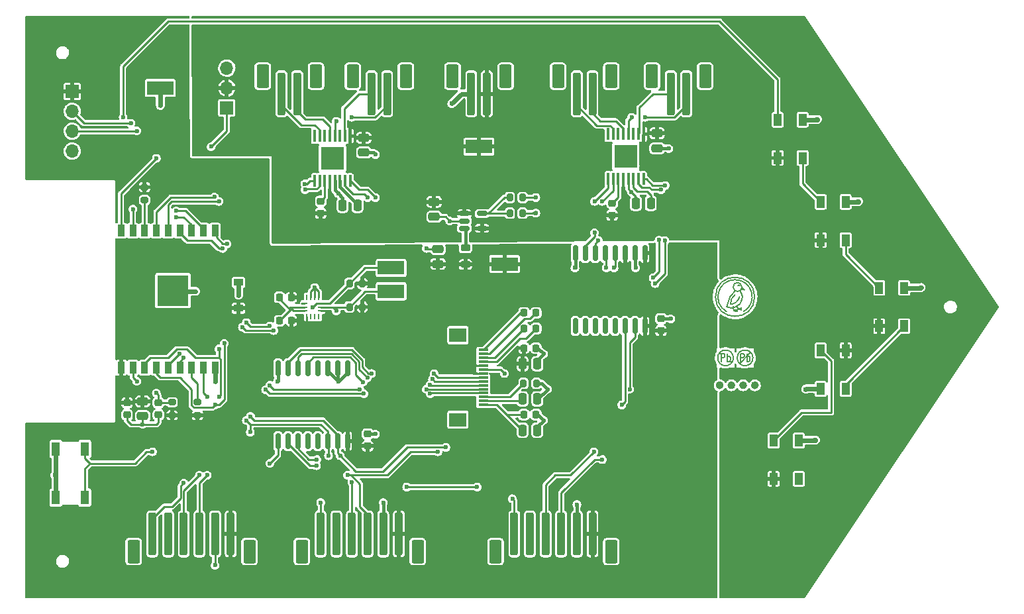
<source format=gbr>
G04 #@! TF.GenerationSoftware,KiCad,Pcbnew,(6.0.6-0)*
G04 #@! TF.CreationDate,2022-08-30T17:18:48-07:00*
G04 #@! TF.ProjectId,RobotDriver,526f626f-7444-4726-9976-65722e6b6963,rev?*
G04 #@! TF.SameCoordinates,Original*
G04 #@! TF.FileFunction,Copper,L1,Top*
G04 #@! TF.FilePolarity,Positive*
%FSLAX46Y46*%
G04 Gerber Fmt 4.6, Leading zero omitted, Abs format (unit mm)*
G04 Created by KiCad (PCBNEW (6.0.6-0)) date 2022-08-30 17:18:48*
%MOMM*%
%LPD*%
G01*
G04 APERTURE LIST*
G04 Aperture macros list*
%AMRoundRect*
0 Rectangle with rounded corners*
0 $1 Rounding radius*
0 $2 $3 $4 $5 $6 $7 $8 $9 X,Y pos of 4 corners*
0 Add a 4 corners polygon primitive as box body*
4,1,4,$2,$3,$4,$5,$6,$7,$8,$9,$2,$3,0*
0 Add four circle primitives for the rounded corners*
1,1,$1+$1,$2,$3*
1,1,$1+$1,$4,$5*
1,1,$1+$1,$6,$7*
1,1,$1+$1,$8,$9*
0 Add four rect primitives between the rounded corners*
20,1,$1+$1,$2,$3,$4,$5,0*
20,1,$1+$1,$4,$5,$6,$7,0*
20,1,$1+$1,$6,$7,$8,$9,0*
20,1,$1+$1,$8,$9,$2,$3,0*%
G04 Aperture macros list end*
%ADD10C,0.200000*%
G04 #@! TA.AperFunction,NonConductor*
%ADD11C,0.200000*%
G04 #@! TD*
G04 #@! TA.AperFunction,EtchedComponent*
%ADD12C,0.500000*%
G04 #@! TD*
G04 #@! TA.AperFunction,EtchedComponent*
%ADD13C,0.200000*%
G04 #@! TD*
G04 #@! TA.AperFunction,EtchedComponent*
%ADD14C,0.160000*%
G04 #@! TD*
G04 #@! TA.AperFunction,SMDPad,CuDef*
%ADD15RoundRect,0.225000X-0.225000X-0.250000X0.225000X-0.250000X0.225000X0.250000X-0.225000X0.250000X0*%
G04 #@! TD*
G04 #@! TA.AperFunction,SMDPad,CuDef*
%ADD16RoundRect,0.200000X0.200000X0.275000X-0.200000X0.275000X-0.200000X-0.275000X0.200000X-0.275000X0*%
G04 #@! TD*
G04 #@! TA.AperFunction,SMDPad,CuDef*
%ADD17RoundRect,0.200000X-0.200000X-0.275000X0.200000X-0.275000X0.200000X0.275000X-0.200000X0.275000X0*%
G04 #@! TD*
G04 #@! TA.AperFunction,SMDPad,CuDef*
%ADD18RoundRect,0.225000X-0.250000X0.225000X-0.250000X-0.225000X0.250000X-0.225000X0.250000X0.225000X0*%
G04 #@! TD*
G04 #@! TA.AperFunction,SMDPad,CuDef*
%ADD19R,1.000000X1.500000*%
G04 #@! TD*
G04 #@! TA.AperFunction,SMDPad,CuDef*
%ADD20RoundRect,0.250000X0.250000X0.475000X-0.250000X0.475000X-0.250000X-0.475000X0.250000X-0.475000X0*%
G04 #@! TD*
G04 #@! TA.AperFunction,SMDPad,CuDef*
%ADD21RoundRect,0.225000X0.250000X-0.225000X0.250000X0.225000X-0.250000X0.225000X-0.250000X-0.225000X0*%
G04 #@! TD*
G04 #@! TA.AperFunction,SMDPad,CuDef*
%ADD22RoundRect,0.250000X-0.250000X-2.500000X0.250000X-2.500000X0.250000X2.500000X-0.250000X2.500000X0*%
G04 #@! TD*
G04 #@! TA.AperFunction,SMDPad,CuDef*
%ADD23RoundRect,0.250000X-0.550000X-1.250000X0.550000X-1.250000X0.550000X1.250000X-0.550000X1.250000X0*%
G04 #@! TD*
G04 #@! TA.AperFunction,ComponentPad*
%ADD24R,1.700000X1.700000*%
G04 #@! TD*
G04 #@! TA.AperFunction,ComponentPad*
%ADD25O,1.700000X1.700000*%
G04 #@! TD*
G04 #@! TA.AperFunction,SMDPad,CuDef*
%ADD26R,0.900000X1.500000*%
G04 #@! TD*
G04 #@! TA.AperFunction,SMDPad,CuDef*
%ADD27R,4.000000X4.000000*%
G04 #@! TD*
G04 #@! TA.AperFunction,SMDPad,CuDef*
%ADD28R,3.400000X1.800000*%
G04 #@! TD*
G04 #@! TA.AperFunction,SMDPad,CuDef*
%ADD29RoundRect,0.250000X0.475000X-0.250000X0.475000X0.250000X-0.475000X0.250000X-0.475000X-0.250000X0*%
G04 #@! TD*
G04 #@! TA.AperFunction,SMDPad,CuDef*
%ADD30R,1.300000X0.300000*%
G04 #@! TD*
G04 #@! TA.AperFunction,SMDPad,CuDef*
%ADD31R,2.200000X1.800000*%
G04 #@! TD*
G04 #@! TA.AperFunction,SMDPad,CuDef*
%ADD32RoundRect,0.250000X0.250000X2.500000X-0.250000X2.500000X-0.250000X-2.500000X0.250000X-2.500000X0*%
G04 #@! TD*
G04 #@! TA.AperFunction,SMDPad,CuDef*
%ADD33RoundRect,0.250000X0.550000X1.250000X-0.550000X1.250000X-0.550000X-1.250000X0.550000X-1.250000X0*%
G04 #@! TD*
G04 #@! TA.AperFunction,SMDPad,CuDef*
%ADD34RoundRect,0.200000X0.275000X-0.200000X0.275000X0.200000X-0.275000X0.200000X-0.275000X-0.200000X0*%
G04 #@! TD*
G04 #@! TA.AperFunction,SMDPad,CuDef*
%ADD35RoundRect,0.250000X-0.475000X0.250000X-0.475000X-0.250000X0.475000X-0.250000X0.475000X0.250000X0*%
G04 #@! TD*
G04 #@! TA.AperFunction,SMDPad,CuDef*
%ADD36RoundRect,0.150000X-0.150000X0.875000X-0.150000X-0.875000X0.150000X-0.875000X0.150000X0.875000X0*%
G04 #@! TD*
G04 #@! TA.AperFunction,SMDPad,CuDef*
%ADD37R,1.100000X1.800000*%
G04 #@! TD*
G04 #@! TA.AperFunction,SMDPad,CuDef*
%ADD38RoundRect,0.100000X-0.100000X0.675000X-0.100000X-0.675000X0.100000X-0.675000X0.100000X0.675000X0*%
G04 #@! TD*
G04 #@! TA.AperFunction,ComponentPad*
%ADD39C,0.600000*%
G04 #@! TD*
G04 #@! TA.AperFunction,SMDPad,CuDef*
%ADD40R,3.000000X3.000000*%
G04 #@! TD*
G04 #@! TA.AperFunction,SMDPad,CuDef*
%ADD41RoundRect,0.200000X-0.275000X0.200000X-0.275000X-0.200000X0.275000X-0.200000X0.275000X0.200000X0*%
G04 #@! TD*
G04 #@! TA.AperFunction,SMDPad,CuDef*
%ADD42RoundRect,0.250000X-0.250000X-0.475000X0.250000X-0.475000X0.250000X0.475000X-0.250000X0.475000X0*%
G04 #@! TD*
G04 #@! TA.AperFunction,SMDPad,CuDef*
%ADD43R,1.200000X0.900000*%
G04 #@! TD*
G04 #@! TA.AperFunction,SMDPad,CuDef*
%ADD44RoundRect,0.225000X0.225000X0.250000X-0.225000X0.250000X-0.225000X-0.250000X0.225000X-0.250000X0*%
G04 #@! TD*
G04 #@! TA.AperFunction,SMDPad,CuDef*
%ADD45RoundRect,0.218750X-0.381250X0.218750X-0.381250X-0.218750X0.381250X-0.218750X0.381250X0.218750X0*%
G04 #@! TD*
G04 #@! TA.AperFunction,SMDPad,CuDef*
%ADD46RoundRect,0.150000X-0.512500X-0.150000X0.512500X-0.150000X0.512500X0.150000X-0.512500X0.150000X0*%
G04 #@! TD*
G04 #@! TA.AperFunction,SMDPad,CuDef*
%ADD47R,0.250000X0.675000*%
G04 #@! TD*
G04 #@! TA.AperFunction,SMDPad,CuDef*
%ADD48R,0.675000X0.250000*%
G04 #@! TD*
G04 #@! TA.AperFunction,ViaPad*
%ADD49C,0.600000*%
G04 #@! TD*
G04 #@! TA.AperFunction,Conductor*
%ADD50C,0.400000*%
G04 #@! TD*
G04 #@! TA.AperFunction,Conductor*
%ADD51C,0.600000*%
G04 #@! TD*
G04 #@! TA.AperFunction,Conductor*
%ADD52C,0.254000*%
G04 #@! TD*
G04 APERTURE END LIST*
D10*
D11*
X186678571Y-91952380D02*
X186678571Y-90952380D01*
X186983333Y-90952380D01*
X187059523Y-91000000D01*
X187097619Y-91047619D01*
X187135714Y-91142857D01*
X187135714Y-91285714D01*
X187097619Y-91380952D01*
X187059523Y-91428571D01*
X186983333Y-91476190D01*
X186678571Y-91476190D01*
X187478571Y-91952380D02*
X187478571Y-90952380D01*
X187478571Y-91333333D02*
X187554761Y-91285714D01*
X187707142Y-91285714D01*
X187783333Y-91333333D01*
X187821428Y-91380952D01*
X187859523Y-91476190D01*
X187859523Y-91761904D01*
X187821428Y-91857142D01*
X187783333Y-91904761D01*
X187707142Y-91952380D01*
X187554761Y-91952380D01*
X187478571Y-91904761D01*
D10*
D11*
X184178571Y-91952380D02*
X184178571Y-90952380D01*
X184483333Y-90952380D01*
X184559523Y-91000000D01*
X184597619Y-91047619D01*
X184635714Y-91142857D01*
X184635714Y-91285714D01*
X184597619Y-91380952D01*
X184559523Y-91428571D01*
X184483333Y-91476190D01*
X184178571Y-91476190D01*
X184978571Y-91952380D02*
X184978571Y-90952380D01*
X184978571Y-91333333D02*
X185054761Y-91285714D01*
X185207142Y-91285714D01*
X185283333Y-91333333D01*
X185321428Y-91380952D01*
X185359523Y-91476190D01*
X185359523Y-91761904D01*
X185321428Y-91857142D01*
X185283333Y-91904761D01*
X185207142Y-91952380D01*
X185054761Y-91952380D01*
X184978571Y-91904761D01*
D12*
X187250000Y-95000000D02*
G75*
G03*
X187250000Y-95000000I-250000J0D01*
G01*
X185750000Y-95000000D02*
G75*
G03*
X185750000Y-95000000I-250000J0D01*
G01*
X188750000Y-95000000D02*
G75*
G03*
X188750000Y-95000000I-250000J0D01*
G01*
X184250000Y-95000000D02*
G75*
G03*
X184250000Y-95000000I-250000J0D01*
G01*
D13*
X183950000Y-90950000D02*
X184200000Y-90950000D01*
X186600000Y-92200000D02*
X187900000Y-90800000D01*
X185200000Y-91950000D02*
X185600000Y-91950000D01*
X188250000Y-91500000D02*
G75*
G03*
X188250000Y-91500000I-1000000J0D01*
G01*
X185750000Y-91500000D02*
G75*
G03*
X185750000Y-91500000I-1000000J0D01*
G01*
X186906213Y-83714286D02*
X186863841Y-83417785D01*
X186583204Y-84592076D02*
X186761385Y-84320302D01*
X186863841Y-83417785D02*
X186746860Y-83150465D01*
X186070101Y-84989586D02*
X186347891Y-84819900D01*
X186347891Y-84819900D02*
X186583204Y-84592076D01*
X185768806Y-85087545D02*
X185756802Y-84838749D01*
X185457856Y-85116550D02*
X185767133Y-85090565D01*
X184896608Y-84941835D02*
X185161529Y-85065922D01*
X186871337Y-84021502D02*
X186906213Y-83714286D01*
X185818063Y-85460740D02*
X185768806Y-85087545D01*
X186761385Y-84320302D02*
X186871337Y-84021502D01*
X186351364Y-85253285D02*
X186242508Y-84894432D01*
X185161529Y-85065922D02*
X185457856Y-85116550D01*
X186746860Y-83150465D02*
X186562556Y-82928974D01*
X185767133Y-85090565D02*
X186070101Y-84989586D01*
D14*
X186255563Y-85335740D02*
G75*
G03*
X186255563Y-85460740I0J-62500D01*
G01*
X186732011Y-82778393D02*
G75*
G03*
X187147650Y-82800539I239175J577408D01*
G01*
X186788864Y-85253285D02*
G75*
G03*
X186788864Y-85378285I2J-62500D01*
G01*
X185394994Y-84649389D02*
G75*
G03*
X186544752Y-83692569I-65790J1248266D01*
G01*
X186255563Y-85460740D02*
G75*
G03*
X186255563Y-85585740I0J-62500D01*
G01*
X186589546Y-82284483D02*
G75*
G03*
X186348066Y-82284483I-120740J-32352D01*
G01*
D13*
X187062555Y-85586265D02*
G75*
G03*
X184875056Y-85586264I-1093749J1894430D01*
G01*
D14*
X186788864Y-85128285D02*
G75*
G03*
X186788864Y-85253285I2J-62500D01*
G01*
X185955410Y-83448766D02*
G75*
G03*
X185394968Y-84649181I680309J-1048654D01*
G01*
X186837985Y-82522548D02*
G75*
G03*
X187147642Y-82800684I548631J299363D01*
G01*
X186288865Y-85253284D02*
G75*
G03*
X186788717Y-85378290I468621J811979D01*
G01*
X186255563Y-85335740D02*
G75*
G03*
X185755691Y-85460667I-31377J-936985D01*
G01*
X186788864Y-85128286D02*
G75*
G03*
X186288992Y-85253212I-31378J-936989D01*
G01*
X185755563Y-85460739D02*
G75*
G03*
X186255416Y-85585745I468620J811977D01*
G01*
D13*
X185665300Y-83300374D02*
G75*
G03*
X186000056Y-82928974I-742367J1005685D01*
G01*
X185665300Y-83300374D02*
G75*
G03*
X185159440Y-84239396I742356J-1005681D01*
G01*
X184896608Y-84941835D02*
G75*
G03*
X185159442Y-84239397I-985385J769097D01*
G01*
X186843806Y-82441835D02*
G75*
G03*
X186843806Y-82441835I-562500J0D01*
G01*
X188468806Y-83691835D02*
G75*
G03*
X188468806Y-83691835I-2500000J0D01*
G01*
D15*
X158975000Y-98750000D03*
X160525000Y-98750000D03*
D16*
X138325000Y-85000000D03*
X136675000Y-85000000D03*
D17*
X158925000Y-94750000D03*
X160575000Y-94750000D03*
D18*
X133000000Y-71475000D03*
X133000000Y-73025000D03*
D19*
X204400000Y-87450000D03*
X207600000Y-87450000D03*
X207600000Y-82550000D03*
X204400000Y-82550000D03*
D20*
X137700000Y-72000000D03*
X135800000Y-72000000D03*
D21*
X176500000Y-88025000D03*
X176500000Y-86475000D03*
D22*
X139500000Y-57750000D03*
X141500000Y-57750000D03*
D23*
X137100000Y-55500000D03*
X143900000Y-55500000D03*
D22*
X165750000Y-57750000D03*
X167750000Y-57750000D03*
D23*
X163350000Y-55500000D03*
X170150000Y-55500000D03*
D15*
X158975000Y-90250000D03*
X160525000Y-90250000D03*
D19*
X196900000Y-76450000D03*
X200100000Y-76450000D03*
X200100000Y-71550000D03*
X196900000Y-71550000D03*
D24*
X101250000Y-57450000D03*
D25*
X101250000Y-59990000D03*
X101250000Y-62530000D03*
X101250000Y-65070000D03*
D22*
X128000000Y-57750000D03*
X130000000Y-57750000D03*
D23*
X125600000Y-55500000D03*
X132400000Y-55500000D03*
D18*
X112250000Y-97225000D03*
X112250000Y-98775000D03*
D26*
X107500000Y-92750000D03*
X109000000Y-92750000D03*
X110500000Y-92750000D03*
X112000000Y-92750000D03*
X113500000Y-92750000D03*
X115000000Y-92750000D03*
X116500000Y-92750000D03*
X118000000Y-92750000D03*
X119500000Y-92750000D03*
X119500000Y-75250000D03*
X118000000Y-75250000D03*
X116500000Y-75250000D03*
X115000000Y-75250000D03*
X113500000Y-75250000D03*
X112000000Y-75250000D03*
X110500000Y-75250000D03*
X109000000Y-75250000D03*
X107500000Y-75250000D03*
D27*
X114110000Y-82900000D03*
D28*
X153250000Y-64500000D03*
D29*
X148000000Y-79500000D03*
X148000000Y-77600000D03*
D30*
X153800000Y-90500000D03*
X153800000Y-91000000D03*
X153800000Y-91500000D03*
X153800000Y-92000000D03*
X153800000Y-92500000D03*
X153800000Y-93000000D03*
X153800000Y-93500000D03*
X153800000Y-94000000D03*
X153800000Y-94500000D03*
X153800000Y-95000000D03*
X153800000Y-95500000D03*
X153800000Y-96000000D03*
X153800000Y-96500000D03*
X153800000Y-97000000D03*
X153800000Y-97500000D03*
D31*
X150550000Y-88600000D03*
X150550000Y-99400000D03*
D32*
X167750000Y-114000000D03*
X165750000Y-114000000D03*
X163750000Y-114000000D03*
X161750000Y-114000000D03*
X159750000Y-114000000D03*
X157750000Y-114000000D03*
D33*
X170150000Y-116250000D03*
X155350000Y-116250000D03*
D24*
X121000000Y-59540000D03*
D25*
X121000000Y-57000000D03*
X121000000Y-54460000D03*
D28*
X112500000Y-57000000D03*
D18*
X170250000Y-71725000D03*
X170250000Y-73275000D03*
D34*
X114000000Y-98825000D03*
X114000000Y-97175000D03*
D35*
X176000000Y-62800000D03*
X176000000Y-64700000D03*
D28*
X142000000Y-83000000D03*
D36*
X136445000Y-92850000D03*
X135175000Y-92850000D03*
X133905000Y-92850000D03*
X132635000Y-92850000D03*
X131365000Y-92850000D03*
X130095000Y-92850000D03*
X128825000Y-92850000D03*
X127555000Y-92850000D03*
X127555000Y-102150000D03*
X128825000Y-102150000D03*
X130095000Y-102150000D03*
X131365000Y-102150000D03*
X132635000Y-102150000D03*
X133905000Y-102150000D03*
X135175000Y-102150000D03*
X136445000Y-102150000D03*
D34*
X117250000Y-98825000D03*
X117250000Y-97175000D03*
D32*
X143000000Y-114000000D03*
X141000000Y-114000000D03*
X139000000Y-114000000D03*
X137000000Y-114000000D03*
X135000000Y-114000000D03*
X133000000Y-114000000D03*
D33*
X145400000Y-116250000D03*
X130600000Y-116250000D03*
D19*
X200100000Y-90550000D03*
X196900000Y-90550000D03*
X196900000Y-95450000D03*
X200100000Y-95450000D03*
D16*
X138325000Y-82000000D03*
X136675000Y-82000000D03*
D35*
X110250000Y-97050000D03*
X110250000Y-98950000D03*
D20*
X175200000Y-71750000D03*
X173300000Y-71750000D03*
D18*
X108250000Y-97225000D03*
X108250000Y-98775000D03*
D37*
X99150000Y-109350000D03*
X99150000Y-103150000D03*
X102850000Y-109350000D03*
X102850000Y-103150000D03*
D35*
X147500000Y-71550000D03*
X147500000Y-73450000D03*
D32*
X121500000Y-114000000D03*
X119500000Y-114000000D03*
X117500000Y-114000000D03*
X115500000Y-114000000D03*
X113500000Y-114000000D03*
X111500000Y-114000000D03*
D33*
X123900000Y-116250000D03*
X109100000Y-116250000D03*
D15*
X158975000Y-87750000D03*
X160525000Y-87750000D03*
D21*
X139000000Y-102775000D03*
X139000000Y-101225000D03*
D19*
X190900000Y-106950000D03*
X194100000Y-106950000D03*
X194100000Y-102050000D03*
X190900000Y-102050000D03*
D38*
X174275000Y-62875000D03*
X173625000Y-62875000D03*
X172975000Y-62875000D03*
X172325000Y-62875000D03*
X171675000Y-62875000D03*
X171025000Y-62875000D03*
X170375000Y-62875000D03*
X169725000Y-62875000D03*
X169725000Y-68625000D03*
X170375000Y-68625000D03*
X171025000Y-68625000D03*
X171675000Y-68625000D03*
X172325000Y-68625000D03*
X172975000Y-68625000D03*
X173625000Y-68625000D03*
X174275000Y-68625000D03*
D39*
X173200000Y-64550000D03*
D40*
X172000000Y-65750000D03*
D39*
X170800000Y-66950000D03*
X170800000Y-64550000D03*
X173200000Y-66950000D03*
D41*
X110500000Y-69675000D03*
X110500000Y-71325000D03*
D22*
X177750000Y-57750000D03*
X179750000Y-57750000D03*
D23*
X182150000Y-55500000D03*
X175350000Y-55500000D03*
D38*
X136775000Y-63125000D03*
X136125000Y-63125000D03*
X135475000Y-63125000D03*
X134825000Y-63125000D03*
X134175000Y-63125000D03*
X133525000Y-63125000D03*
X132875000Y-63125000D03*
X132225000Y-63125000D03*
X132225000Y-68875000D03*
X132875000Y-68875000D03*
X133525000Y-68875000D03*
X134175000Y-68875000D03*
X134825000Y-68875000D03*
X135475000Y-68875000D03*
X136125000Y-68875000D03*
X136775000Y-68875000D03*
D40*
X134500000Y-66000000D03*
D39*
X133300000Y-64800000D03*
X135700000Y-67200000D03*
X133300000Y-67200000D03*
X135700000Y-64800000D03*
D35*
X138500000Y-63350000D03*
X138500000Y-65250000D03*
D42*
X158800000Y-96750000D03*
X160700000Y-96750000D03*
D28*
X142000000Y-80000000D03*
X156500000Y-79500000D03*
D17*
X157175000Y-71000000D03*
X158825000Y-71000000D03*
D43*
X122500000Y-85150000D03*
X122500000Y-81850000D03*
D44*
X129275000Y-83750000D03*
X127725000Y-83750000D03*
X129275000Y-86750000D03*
X127725000Y-86750000D03*
D42*
X158800000Y-92250000D03*
X160700000Y-92250000D03*
D19*
X191400000Y-65950000D03*
X194600000Y-65950000D03*
X194600000Y-61050000D03*
X191400000Y-61050000D03*
D45*
X151500000Y-77437500D03*
X151500000Y-79562500D03*
D46*
X151362500Y-73050000D03*
X151362500Y-74000000D03*
X151362500Y-74950000D03*
X153637500Y-74950000D03*
X153637500Y-73050000D03*
D42*
X158800000Y-100750000D03*
X160700000Y-100750000D03*
D22*
X152250000Y-57750000D03*
X154250000Y-57750000D03*
D23*
X156650000Y-55500000D03*
X149850000Y-55500000D03*
D36*
X174445000Y-78100000D03*
X173175000Y-78100000D03*
X171905000Y-78100000D03*
X170635000Y-78100000D03*
X169365000Y-78100000D03*
X168095000Y-78100000D03*
X166825000Y-78100000D03*
X165555000Y-78100000D03*
X165555000Y-87400000D03*
X166825000Y-87400000D03*
X168095000Y-87400000D03*
X169365000Y-87400000D03*
X170635000Y-87400000D03*
X171905000Y-87400000D03*
X173175000Y-87400000D03*
X174445000Y-87400000D03*
D15*
X158975000Y-85750000D03*
X160525000Y-85750000D03*
D16*
X158825000Y-73000000D03*
X157175000Y-73000000D03*
D47*
X132750000Y-83737500D03*
X132250000Y-83737500D03*
X131750000Y-83737500D03*
X131250000Y-83737500D03*
D48*
X130987500Y-84500000D03*
X130987500Y-85000000D03*
X130987500Y-85500000D03*
D47*
X131250000Y-86262500D03*
X131750000Y-86262500D03*
X132250000Y-86262500D03*
X132750000Y-86262500D03*
D48*
X133012500Y-85500000D03*
X133012500Y-85000000D03*
X133012500Y-84500000D03*
D49*
X122500000Y-83500000D03*
X173250000Y-80000000D03*
X196500000Y-61000000D03*
X127500000Y-94500000D03*
X177500000Y-64750000D03*
X165500000Y-80000000D03*
X135250000Y-70500000D03*
X161500000Y-99500000D03*
X156500000Y-93500000D03*
X135250000Y-94500000D03*
X140000000Y-65500000D03*
X160500000Y-71000000D03*
X177750000Y-86500000D03*
X140000000Y-101250000D03*
X132237500Y-82500000D03*
X129250000Y-85250000D03*
X110250000Y-100000000D03*
X209750000Y-82500000D03*
X119500000Y-118000000D03*
X141000000Y-110000000D03*
X149750000Y-59000000D03*
X119500000Y-94500000D03*
X162000000Y-95500000D03*
X165750000Y-110250000D03*
X196250000Y-102000000D03*
X117000000Y-83000000D03*
X195000000Y-95500000D03*
X99000000Y-106500000D03*
X112500000Y-59250000D03*
X146500000Y-77500000D03*
X149500000Y-74000000D03*
X201750000Y-71500000D03*
X172717352Y-70282648D03*
X161500000Y-91000000D03*
X160500000Y-77500000D03*
X160500000Y-73000000D03*
X172500000Y-95500000D03*
X137000000Y-107423500D03*
X126500000Y-87423500D03*
X167923500Y-103500000D03*
X120029978Y-96500000D03*
X135500000Y-104000000D03*
X132000000Y-85000000D03*
X117500000Y-106500000D03*
X123500000Y-87000000D03*
X124029978Y-98970022D03*
X149000000Y-102923500D03*
X120000000Y-90346500D03*
X123500000Y-99500000D03*
X123000000Y-87576500D03*
X134000000Y-104000000D03*
X136423500Y-106500000D03*
X171500000Y-97500000D03*
X120678062Y-89637233D03*
X124000000Y-101000000D03*
X118500000Y-106500000D03*
X119500000Y-97500000D03*
X135000000Y-85500000D03*
X169000000Y-104500000D03*
X148000000Y-103500000D03*
X127000000Y-88000000D03*
X109500000Y-94500000D03*
X112000000Y-96000000D03*
X107750000Y-60750000D03*
X109000000Y-72500000D03*
X119423500Y-70923500D03*
X130971795Y-69251028D03*
X120000000Y-71500000D03*
X131000000Y-70000000D03*
X139000000Y-71000000D03*
X121029978Y-76923500D03*
X120500000Y-77500000D03*
X140000000Y-71000000D03*
X147000000Y-96076500D03*
X125970022Y-95576500D03*
X115500000Y-91500000D03*
X138529978Y-96076500D03*
X138000000Y-95500000D03*
X146500000Y-95500000D03*
X126500000Y-95000000D03*
X114970022Y-90970022D03*
X168500000Y-76500000D03*
X169000000Y-71500000D03*
X169500000Y-80000000D03*
X177029978Y-69470022D03*
X177000000Y-76500000D03*
X175750000Y-82000000D03*
X168000000Y-75500000D03*
X168000000Y-71500000D03*
X176250000Y-76433998D03*
X175500000Y-81250000D03*
X176500000Y-70000000D03*
X170500000Y-80000000D03*
X147500000Y-93500000D03*
X139500000Y-93500000D03*
X147000000Y-94923500D03*
X138422113Y-94574738D03*
X147300915Y-94222578D03*
X138962909Y-94055802D03*
X137000000Y-60750000D03*
X135000000Y-61250000D03*
X172750000Y-60750000D03*
X174500000Y-60750000D03*
X111500000Y-103500000D03*
X118500000Y-96500000D03*
X114532896Y-72717601D03*
X109500000Y-62500000D03*
X108750497Y-61500000D03*
X114500000Y-73500000D03*
X119000000Y-64500000D03*
X112000000Y-66000000D03*
X157500000Y-109500000D03*
X153000000Y-108000000D03*
X132500000Y-104500000D03*
X144000000Y-108000000D03*
X126500000Y-105000000D03*
X115500000Y-107500000D03*
X132467104Y-105282399D03*
X133000000Y-110000000D03*
D50*
X165750000Y-114000000D02*
X165750000Y-110250000D01*
X135250000Y-70500000D02*
X135800000Y-71050000D01*
D51*
X195050000Y-95450000D02*
X195000000Y-95500000D01*
D50*
X165555000Y-79945000D02*
X165500000Y-80000000D01*
X135250000Y-70500000D02*
X134825000Y-70075000D01*
D51*
X200100000Y-71550000D02*
X201700000Y-71550000D01*
D52*
X129500000Y-85500000D02*
X130987500Y-85500000D01*
D50*
X127555000Y-94445000D02*
X127500000Y-94500000D01*
D51*
X112500000Y-57000000D02*
X112500000Y-59250000D01*
D52*
X129250000Y-85250000D02*
X129500000Y-85500000D01*
X119500000Y-114000000D02*
X119500000Y-118000000D01*
X147500000Y-73450000D02*
X148950000Y-73450000D01*
D51*
X117000000Y-83000000D02*
X114210000Y-83000000D01*
D50*
X160525000Y-98750000D02*
X160750000Y-98750000D01*
D51*
X152250000Y-57750000D02*
X151000000Y-57750000D01*
D50*
X138500000Y-65250000D02*
X139750000Y-65250000D01*
D52*
X131750000Y-82987500D02*
X131750000Y-83737500D01*
D51*
X207600000Y-82550000D02*
X209700000Y-82550000D01*
D50*
X136445000Y-93305000D02*
X136445000Y-92850000D01*
D51*
X99150000Y-109350000D02*
X99150000Y-106650000D01*
D50*
X165555000Y-78100000D02*
X165555000Y-79945000D01*
X135250000Y-94500000D02*
X135175000Y-94425000D01*
D52*
X173300000Y-70865296D02*
X173300000Y-71500000D01*
D50*
X173175000Y-79925000D02*
X173175000Y-78100000D01*
X135250000Y-94500000D02*
X136445000Y-93305000D01*
D52*
X110250000Y-100000000D02*
X108750000Y-100000000D01*
D50*
X160700000Y-92250000D02*
X160700000Y-91800000D01*
X134825000Y-70075000D02*
X134825000Y-68862500D01*
D51*
X99150000Y-106350000D02*
X99000000Y-106500000D01*
D52*
X108750000Y-100000000D02*
X108250000Y-99500000D01*
D50*
X160700000Y-91800000D02*
X161500000Y-91000000D01*
X139750000Y-65250000D02*
X140000000Y-65500000D01*
D52*
X132250000Y-82512500D02*
X132250000Y-83737500D01*
D50*
X176500000Y-86475000D02*
X177725000Y-86475000D01*
X161250000Y-94750000D02*
X162000000Y-95500000D01*
D52*
X129250000Y-85250000D02*
X127725000Y-86775000D01*
D51*
X201700000Y-71550000D02*
X201750000Y-71500000D01*
X196900000Y-95450000D02*
X195050000Y-95450000D01*
D52*
X129250000Y-85250000D02*
X128975000Y-85250000D01*
X128975000Y-85250000D02*
X127725000Y-84000000D01*
X146600000Y-77600000D02*
X146500000Y-77500000D01*
D50*
X160700000Y-96750000D02*
X160750000Y-96750000D01*
D51*
X119500000Y-92750000D02*
X119500000Y-94500000D01*
X196450000Y-61050000D02*
X196500000Y-61000000D01*
D50*
X160750000Y-90250000D02*
X161500000Y-91000000D01*
X141000000Y-114000000D02*
X141000000Y-110000000D01*
D52*
X110250000Y-98950000D02*
X110250000Y-100000000D01*
D50*
X177450000Y-64700000D02*
X176000000Y-64700000D01*
X177500000Y-64750000D02*
X177450000Y-64700000D01*
D52*
X156000000Y-93000000D02*
X153800000Y-93000000D01*
D50*
X133905000Y-93155000D02*
X133905000Y-92850000D01*
D52*
X129500000Y-85000000D02*
X130987500Y-85000000D01*
D50*
X139000000Y-101225000D02*
X139975000Y-101225000D01*
D52*
X148000000Y-77600000D02*
X146600000Y-77600000D01*
D51*
X194600000Y-61050000D02*
X196450000Y-61050000D01*
D50*
X135800000Y-71050000D02*
X135800000Y-71500000D01*
D51*
X209700000Y-82550000D02*
X209750000Y-82500000D01*
X151000000Y-57750000D02*
X149750000Y-59000000D01*
D52*
X172717352Y-70282648D02*
X173300000Y-70865296D01*
X151612500Y-74000000D02*
X149500000Y-74000000D01*
D50*
X173250000Y-80000000D02*
X173175000Y-79925000D01*
X160750000Y-98750000D02*
X161500000Y-99500000D01*
D52*
X132237500Y-82500000D02*
X132750000Y-83012500D01*
D51*
X194100000Y-102050000D02*
X196200000Y-102050000D01*
D50*
X139975000Y-101225000D02*
X140000000Y-101250000D01*
D52*
X108250000Y-99500000D02*
X108250000Y-98775000D01*
X110250000Y-100000000D02*
X112000000Y-100000000D01*
D51*
X99150000Y-103150000D02*
X99150000Y-106350000D01*
D52*
X172325000Y-68612500D02*
X172325000Y-69890296D01*
D50*
X135175000Y-94425000D02*
X135175000Y-92850000D01*
D52*
X112250000Y-99750000D02*
X112250000Y-98775000D01*
X172325000Y-69890296D02*
X172717352Y-70282648D01*
X129250000Y-85250000D02*
X129500000Y-85000000D01*
D51*
X114210000Y-83000000D02*
X114110000Y-82900000D01*
D52*
X132237500Y-82500000D02*
X132250000Y-82512500D01*
D50*
X177725000Y-86475000D02*
X177750000Y-86500000D01*
D52*
X148950000Y-73450000D02*
X149500000Y-74000000D01*
D50*
X160525000Y-90250000D02*
X160750000Y-90250000D01*
X135250000Y-94500000D02*
X133905000Y-93155000D01*
D52*
X156500000Y-93500000D02*
X156000000Y-93000000D01*
D51*
X122500000Y-81850000D02*
X122500000Y-83500000D01*
X196200000Y-102050000D02*
X196250000Y-102000000D01*
D52*
X132750000Y-83012500D02*
X132750000Y-83737500D01*
X112000000Y-100000000D02*
X112250000Y-99750000D01*
D50*
X127555000Y-92850000D02*
X127555000Y-94445000D01*
X160700000Y-100750000D02*
X160700000Y-100300000D01*
X160750000Y-96750000D02*
X162000000Y-95500000D01*
D51*
X99150000Y-106650000D02*
X99000000Y-106500000D01*
D50*
X160700000Y-100300000D02*
X161500000Y-99500000D01*
D52*
X158825000Y-71000000D02*
X160500000Y-71000000D01*
X132237500Y-82500000D02*
X131750000Y-82987500D01*
D50*
X160575000Y-94750000D02*
X161250000Y-94750000D01*
D52*
X130987500Y-84500000D02*
X130500000Y-84500000D01*
X158825000Y-73000000D02*
X160500000Y-73000000D01*
X121250000Y-114750000D02*
X121500000Y-115000000D01*
X153800000Y-92500000D02*
X152500000Y-92500000D01*
X133012500Y-85500000D02*
X134000000Y-85500000D01*
X153800000Y-93500000D02*
X152500000Y-93500000D01*
X131250000Y-87000000D02*
X131250000Y-86262500D01*
X133285671Y-99500000D02*
X124559956Y-99500000D01*
X124000000Y-87500000D02*
X126423500Y-87500000D01*
X163000000Y-106500000D02*
X161750000Y-107750000D01*
X120227000Y-96302978D02*
X120227000Y-91727000D01*
X114606978Y-90393022D02*
X113500000Y-91500000D01*
X126423500Y-87500000D02*
X126500000Y-87423500D01*
X115500000Y-115000000D02*
X115500000Y-112928658D01*
X142000000Y-80000000D02*
X138675000Y-80000000D01*
X149000000Y-102923500D02*
X144040829Y-102923500D01*
X135175000Y-102150000D02*
X135175000Y-101389329D01*
X137000000Y-114000000D02*
X137000000Y-107423500D01*
X133012500Y-84500000D02*
X134175000Y-84500000D01*
X124559956Y-99500000D02*
X124029978Y-98970022D01*
X120000000Y-90346500D02*
X120000000Y-91500000D01*
X172500000Y-89537500D02*
X172500000Y-95500000D01*
X135175000Y-101389329D02*
X133285671Y-99500000D01*
X173175000Y-88862500D02*
X172500000Y-89537500D01*
X115893022Y-90393022D02*
X114606978Y-90393022D01*
X117000000Y-91500000D02*
X115893022Y-90393022D01*
X134175000Y-84500000D02*
X136675000Y-82000000D01*
X111248000Y-91500000D02*
X110500000Y-92248000D01*
X120000000Y-91500000D02*
X117000000Y-91500000D01*
X120029978Y-96500000D02*
X120227000Y-96302978D01*
X135500000Y-104000000D02*
X135175000Y-103675000D01*
X138675000Y-80000000D02*
X136675000Y-82000000D01*
X140964329Y-106000000D02*
X137500000Y-106000000D01*
X120227000Y-91727000D02*
X120000000Y-91500000D01*
X161750000Y-107750000D02*
X161750000Y-114000000D01*
X135175000Y-103675000D02*
X135175000Y-102150000D01*
X123500000Y-87000000D02*
X124000000Y-87500000D01*
X132500000Y-84500000D02*
X132000000Y-85000000D01*
X173175000Y-87400000D02*
X173175000Y-88862500D01*
X144040829Y-102923500D02*
X140964329Y-106000000D01*
X110500000Y-92248000D02*
X110500000Y-92750000D01*
X133012500Y-84500000D02*
X132500000Y-84500000D01*
X115500000Y-108500000D02*
X115500000Y-114000000D01*
X117500000Y-106500000D02*
X115500000Y-108500000D01*
X164923500Y-106500000D02*
X163000000Y-106500000D01*
X167923500Y-103500000D02*
X164923500Y-106500000D01*
X137500000Y-106000000D02*
X135500000Y-104000000D01*
X113500000Y-91500000D02*
X111248000Y-91500000D01*
X120000000Y-97500000D02*
X120678062Y-96821938D01*
X139000000Y-114000000D02*
X139000000Y-111500000D01*
X123000000Y-87576500D02*
X123423500Y-88000000D01*
X133000000Y-100000000D02*
X124000000Y-100000000D01*
X139000000Y-111500000D02*
X138000000Y-110500000D01*
X124000000Y-100000000D02*
X123500000Y-99500000D01*
X148000000Y-103500000D02*
X144500000Y-103500000D01*
X168000000Y-104500000D02*
X163750000Y-108750000D01*
X134500000Y-85000000D02*
X135000000Y-85500000D01*
X163750000Y-108750000D02*
X163750000Y-114000000D01*
X136892502Y-106500000D02*
X136423500Y-106500000D01*
X117500000Y-107500000D02*
X118500000Y-106500000D01*
X144500000Y-103500000D02*
X141500000Y-106500000D01*
X138675000Y-83000000D02*
X142000000Y-83000000D01*
X133012500Y-85000000D02*
X136675000Y-85000000D01*
X136675000Y-85000000D02*
X138675000Y-83000000D01*
X117500000Y-111500000D02*
X117500000Y-114000000D01*
X119500000Y-97500000D02*
X119148000Y-97852000D01*
X134000000Y-104000000D02*
X134000000Y-102245000D01*
X116498000Y-95498000D02*
X115000000Y-94000000D01*
X116498000Y-97572580D02*
X116498000Y-95498000D01*
X171905000Y-97095000D02*
X171905000Y-87400000D01*
X112000000Y-93502000D02*
X112000000Y-92750000D01*
X117500000Y-111500000D02*
X117500000Y-115000000D01*
X138000000Y-107607498D02*
X136892502Y-106500000D01*
X133905000Y-102150000D02*
X133905000Y-100905000D01*
X112498000Y-94000000D02*
X112000000Y-93502000D01*
X141500000Y-106500000D02*
X136423500Y-106500000D01*
X115000000Y-94000000D02*
X112498000Y-94000000D01*
X119500000Y-97500000D02*
X120000000Y-97500000D01*
X117500000Y-114000000D02*
X117500000Y-107500000D01*
X119148000Y-97852000D02*
X116777420Y-97852000D01*
X138000000Y-110500000D02*
X138000000Y-107607498D01*
X124000000Y-101000000D02*
X124000000Y-100000000D01*
X134000000Y-102245000D02*
X133905000Y-102150000D01*
X133905000Y-100905000D02*
X133000000Y-100000000D01*
X120678062Y-96821938D02*
X120678062Y-89637233D01*
X133012500Y-85000000D02*
X134500000Y-85000000D01*
X116777420Y-97852000D02*
X116498000Y-97572580D01*
X171500000Y-97500000D02*
X171905000Y-97095000D01*
X123423500Y-88000000D02*
X127000000Y-88000000D01*
X169000000Y-104500000D02*
X168000000Y-104500000D01*
X112250000Y-97225000D02*
X114200000Y-97225000D01*
X109000000Y-94000000D02*
X109500000Y-94500000D01*
X112250000Y-97225000D02*
X112250000Y-96250000D01*
X112250000Y-96250000D02*
X112000000Y-96000000D01*
X109000000Y-92750000D02*
X109000000Y-94000000D01*
X109000000Y-72500000D02*
X109000000Y-75250000D01*
X191400000Y-55900000D02*
X191400000Y-61050000D01*
X107750000Y-60750000D02*
X107750000Y-54250000D01*
X184000000Y-48500000D02*
X191400000Y-55900000D01*
X107750000Y-54250000D02*
X113500000Y-48500000D01*
X113500000Y-48500000D02*
X184000000Y-48500000D01*
X112000000Y-72863153D02*
X112000000Y-75250000D01*
X130971795Y-69251028D02*
X131248972Y-69251028D01*
X113863153Y-71000000D02*
X112000000Y-72863153D01*
X131248972Y-69251028D02*
X131637500Y-68862500D01*
X119423500Y-70923500D02*
X119347000Y-71000000D01*
X131637500Y-68862500D02*
X132225000Y-68862500D01*
X119347000Y-71000000D02*
X113863153Y-71000000D01*
X132875000Y-69533159D02*
X132875000Y-68862500D01*
X131073000Y-69927000D02*
X132481159Y-69927000D01*
X132481159Y-69927000D02*
X132875000Y-69533159D01*
X113934495Y-71500000D02*
X113500000Y-71934495D01*
X120000000Y-71500000D02*
X113934495Y-71500000D01*
X113500000Y-71934495D02*
X113500000Y-75250000D01*
X131000000Y-70000000D02*
X131073000Y-69927000D01*
X139000000Y-71000000D02*
X138577000Y-70577000D01*
X136125000Y-68862500D02*
X136125000Y-69533159D01*
X119667342Y-75417342D02*
X119500000Y-75250000D01*
X138577000Y-70577000D02*
X137168841Y-70577000D01*
X136125000Y-69533159D02*
X137168841Y-70577000D01*
X120494842Y-76923500D02*
X119667342Y-76096000D01*
X119667342Y-76096000D02*
X119667342Y-75417342D01*
X121029978Y-76923500D02*
X120494842Y-76923500D01*
X120000000Y-77500000D02*
X120500000Y-77500000D01*
X115000000Y-75250000D02*
X115000000Y-75550000D01*
X119000000Y-76500000D02*
X120000000Y-77500000D01*
X137912500Y-70000000D02*
X139000000Y-70000000D01*
X139000000Y-70000000D02*
X140000000Y-71000000D01*
X115950000Y-76500000D02*
X119000000Y-76500000D01*
X137912500Y-70000000D02*
X136775000Y-68862500D01*
X115000000Y-75550000D02*
X115950000Y-76500000D01*
X147076500Y-96000000D02*
X147000000Y-96076500D01*
X126470022Y-96076500D02*
X125970022Y-95576500D01*
X115500000Y-91500000D02*
X115000000Y-92000000D01*
X138529978Y-96076500D02*
X126470022Y-96076500D01*
X153800000Y-96000000D02*
X147076500Y-96000000D01*
X115000000Y-92000000D02*
X115000000Y-92750000D01*
X153800000Y-95500000D02*
X146500000Y-95500000D01*
X126500000Y-95000000D02*
X127000000Y-95500000D01*
X114970022Y-90970022D02*
X113500000Y-92440044D01*
X138000000Y-95500000D02*
X127000000Y-95500000D01*
X113500000Y-92440044D02*
X113500000Y-92750000D01*
X168095000Y-76905000D02*
X168095000Y-78100000D01*
X168500000Y-76500000D02*
X168095000Y-76905000D01*
X170375000Y-70125000D02*
X169000000Y-71500000D01*
X170375000Y-68612500D02*
X170375000Y-70125000D01*
X169500000Y-80000000D02*
X169500000Y-78235000D01*
X169500000Y-78235000D02*
X169365000Y-78100000D01*
X174612500Y-68612500D02*
X174275000Y-68612500D01*
X175750000Y-82000000D02*
X177000000Y-80750000D01*
X176982956Y-69423000D02*
X175423000Y-69423000D01*
X177029978Y-69470022D02*
X176982956Y-69423000D01*
X175423000Y-69423000D02*
X174612500Y-68612500D01*
X177000000Y-80750000D02*
X177000000Y-76500000D01*
X168000000Y-75500000D02*
X168000000Y-75964329D01*
X168000000Y-75964329D02*
X166825000Y-77139329D01*
X166825000Y-77139329D02*
X166825000Y-78100000D01*
X168000000Y-71500000D02*
X169725000Y-69775000D01*
X169725000Y-69775000D02*
X169725000Y-68612500D01*
X170635000Y-78100000D02*
X170635000Y-79865000D01*
X175295841Y-70000000D02*
X174972841Y-69677000D01*
X175500000Y-81250000D02*
X176250000Y-80500000D01*
X174972841Y-69677000D02*
X174018841Y-69677000D01*
X170635000Y-79865000D02*
X170500000Y-80000000D01*
X174018841Y-69677000D02*
X173625000Y-69283159D01*
X176250000Y-80500000D02*
X176250000Y-76433998D01*
X173625000Y-69283159D02*
X173625000Y-68612500D01*
X176500000Y-70000000D02*
X175295841Y-70000000D01*
X139116000Y-93500000D02*
X138308000Y-92692000D01*
X137004618Y-90500000D02*
X130428658Y-90500000D01*
X128825000Y-92103658D02*
X128825000Y-92850000D01*
X139500000Y-93500000D02*
X139116000Y-93500000D01*
X138308000Y-92692000D02*
X138308000Y-91803382D01*
X153800000Y-94000000D02*
X148000000Y-94000000D01*
X138308000Y-91803382D02*
X137004618Y-90500000D01*
X130428658Y-90500000D02*
X128825000Y-92103658D01*
X148000000Y-94000000D02*
X147500000Y-93500000D01*
X137500000Y-93652625D02*
X137500000Y-92138066D01*
X132096000Y-91404000D02*
X131365000Y-92135000D01*
X138422113Y-94574738D02*
X137500000Y-93652625D01*
X131365000Y-92135000D02*
X131365000Y-92850000D01*
X136765934Y-91404000D02*
X132096000Y-91404000D01*
X153800000Y-95000000D02*
X147076500Y-95000000D01*
X147076500Y-95000000D02*
X147000000Y-94923500D01*
X137500000Y-92138066D02*
X136765934Y-91404000D01*
X136933276Y-91000000D02*
X137904000Y-91970724D01*
X147578337Y-94500000D02*
X147300915Y-94222578D01*
X137904000Y-91970724D02*
X137904000Y-92996893D01*
X130500000Y-91000000D02*
X136933276Y-91000000D01*
X137904000Y-92996893D02*
X138962909Y-94055802D01*
X130095000Y-92850000D02*
X130095000Y-91405000D01*
X153800000Y-94500000D02*
X147578337Y-94500000D01*
X130095000Y-91405000D02*
X130500000Y-91000000D01*
X136000000Y-63012500D02*
X136125000Y-63137500D01*
X136000000Y-59625000D02*
X136000000Y-63012500D01*
X139500000Y-57750000D02*
X137875000Y-57750000D01*
X137875000Y-57750000D02*
X136000000Y-59625000D01*
X134825000Y-61425000D02*
X134825000Y-63137500D01*
X137000000Y-60750000D02*
X137027000Y-60777000D01*
X135000000Y-61250000D02*
X134825000Y-61425000D01*
X139968291Y-60777000D02*
X141500000Y-59245291D01*
X137027000Y-60777000D02*
X139968291Y-60777000D01*
X130000000Y-60000000D02*
X131000000Y-61000000D01*
X133250000Y-61000000D02*
X134175000Y-61925000D01*
X130000000Y-57750000D02*
X130000000Y-60000000D01*
X131000000Y-61000000D02*
X133250000Y-61000000D01*
X134175000Y-61925000D02*
X134175000Y-63137500D01*
X128000000Y-59245291D02*
X130504709Y-61750000D01*
X132875000Y-62375000D02*
X132875000Y-63137500D01*
X132250000Y-61750000D02*
X132875000Y-62375000D01*
X128000000Y-57750000D02*
X128000000Y-59245291D01*
X130504709Y-61750000D02*
X132250000Y-61750000D01*
X133525000Y-70950000D02*
X133000000Y-71475000D01*
X133525000Y-68862500D02*
X133525000Y-70950000D01*
X173750000Y-62762500D02*
X173625000Y-62887500D01*
X177750000Y-57750000D02*
X175500000Y-57750000D01*
X173750000Y-59500000D02*
X173750000Y-62762500D01*
X175500000Y-57750000D02*
X173750000Y-59500000D01*
X178218291Y-60777000D02*
X174527000Y-60777000D01*
X179750000Y-57750000D02*
X179750000Y-59245291D01*
X179750000Y-59245291D02*
X178218291Y-60777000D01*
X172325000Y-61175000D02*
X172325000Y-62887500D01*
X172750000Y-60750000D02*
X172325000Y-61175000D01*
X174527000Y-60777000D02*
X174500000Y-60750000D01*
X171675000Y-62216841D02*
X171675000Y-62887500D01*
X170708159Y-61250000D02*
X171675000Y-62216841D01*
X167750000Y-60250000D02*
X168750000Y-61250000D01*
X168750000Y-61250000D02*
X170708159Y-61250000D01*
X167750000Y-57750000D02*
X167750000Y-60250000D01*
X169981159Y-61823000D02*
X170375000Y-62216841D01*
X165750000Y-59245291D02*
X168327709Y-61823000D01*
X170375000Y-62216841D02*
X170375000Y-62887500D01*
X168327709Y-61823000D02*
X169981159Y-61823000D01*
X165750000Y-57750000D02*
X165750000Y-59245291D01*
X155225000Y-91500000D02*
X153800000Y-91500000D01*
X158975000Y-87750000D02*
X155225000Y-91500000D01*
X110750000Y-103500000D02*
X109250000Y-105000000D01*
X102850000Y-105650000D02*
X103500000Y-105000000D01*
X109250000Y-105000000D02*
X103500000Y-105000000D01*
X118500000Y-96500000D02*
X118000000Y-96000000D01*
X102850000Y-104350000D02*
X103500000Y-105000000D01*
X102850000Y-103150000D02*
X102850000Y-104350000D01*
X102850000Y-109350000D02*
X102850000Y-105650000D01*
X118000000Y-96000000D02*
X118000000Y-92750000D01*
X111500000Y-103500000D02*
X110750000Y-103500000D01*
X114532896Y-72717601D02*
X115721601Y-72717601D01*
X109470000Y-62530000D02*
X101250000Y-62530000D01*
X109500000Y-62500000D02*
X109470000Y-62530000D01*
X115721601Y-72717601D02*
X118000000Y-74996000D01*
X118000000Y-74996000D02*
X118000000Y-75250000D01*
X116500000Y-74498000D02*
X116500000Y-75250000D01*
X114500000Y-73500000D02*
X115502000Y-73500000D01*
X115502000Y-73500000D02*
X116500000Y-74498000D01*
X102760000Y-61500000D02*
X101250000Y-59990000D01*
X108750497Y-61500000D02*
X102760000Y-61500000D01*
D50*
X151500000Y-77437500D02*
X151500000Y-75062500D01*
D51*
X151612500Y-74950000D02*
X151550000Y-74950000D01*
D50*
X151500000Y-75062500D02*
X151612500Y-74950000D01*
D52*
X174750000Y-70250000D02*
X175200000Y-70700000D01*
X172975000Y-68612500D02*
X172975000Y-69725000D01*
X175200000Y-70700000D02*
X175200000Y-71500000D01*
X173500000Y-70250000D02*
X174750000Y-70250000D01*
X172975000Y-69725000D02*
X173500000Y-70250000D01*
X119000000Y-64500000D02*
X121000000Y-62500000D01*
X121000000Y-62500000D02*
X121000000Y-59540000D01*
X107500000Y-75250000D02*
X107500000Y-70500000D01*
X107500000Y-70500000D02*
X112000000Y-66000000D01*
D50*
X137588604Y-71750000D02*
X137700000Y-71750000D01*
X135475000Y-68862500D02*
X135475000Y-69636396D01*
X135475000Y-69636396D02*
X137588604Y-71750000D01*
D52*
X130095000Y-103095000D02*
X130095000Y-102150000D01*
X153000000Y-108000000D02*
X144000000Y-108000000D01*
X157500000Y-109500000D02*
X157750000Y-109750000D01*
X131500000Y-104500000D02*
X130095000Y-103095000D01*
X157750000Y-109750000D02*
X157750000Y-114000000D01*
X132500000Y-104500000D02*
X131500000Y-104500000D01*
X127555000Y-102150000D02*
X127555000Y-103945000D01*
X111500000Y-112031709D02*
X111500000Y-114000000D01*
X115096000Y-107904000D02*
X115096000Y-109404000D01*
X115500000Y-107500000D02*
X115096000Y-107904000D01*
X115096000Y-109404000D02*
X114000000Y-110500000D01*
X127555000Y-103945000D02*
X126500000Y-105000000D01*
X114000000Y-110500000D02*
X113031709Y-110500000D01*
X113031709Y-110500000D02*
X111500000Y-112031709D01*
X196900000Y-90550000D02*
X198250000Y-91900000D01*
X198250000Y-91900000D02*
X198250000Y-98500000D01*
X198250000Y-98500000D02*
X194450000Y-98500000D01*
X194450000Y-98500000D02*
X190900000Y-102050000D01*
X207600000Y-87450000D02*
X200100000Y-94950000D01*
X200100000Y-94950000D02*
X200100000Y-95450000D01*
X157125000Y-73050000D02*
X157175000Y-73000000D01*
X154450000Y-73050000D02*
X156500000Y-71000000D01*
X153887500Y-73050000D02*
X154450000Y-73050000D01*
X156500000Y-71000000D02*
X157175000Y-71000000D01*
X153887500Y-73050000D02*
X157125000Y-73050000D01*
X157175000Y-96500000D02*
X153800000Y-96500000D01*
X158925000Y-94750000D02*
X157175000Y-96500000D01*
X116500000Y-92750000D02*
X116500000Y-94000000D01*
X116500000Y-94000000D02*
X117250000Y-94750000D01*
X117250000Y-94750000D02*
X117250000Y-97175000D01*
X110500000Y-75250000D02*
X110500000Y-71325000D01*
X171025000Y-68612500D02*
X171025000Y-70950000D01*
X171025000Y-70950000D02*
X170250000Y-71725000D01*
X128825000Y-102508869D02*
X128825000Y-102150000D01*
X133000000Y-114000000D02*
X133000000Y-110000000D01*
X131598530Y-105282399D02*
X128825000Y-102508869D01*
X132467104Y-105282399D02*
X131598530Y-105282399D01*
X200100000Y-78250000D02*
X204400000Y-82550000D01*
X200100000Y-76450000D02*
X200100000Y-78250000D01*
X194600000Y-69250000D02*
X196900000Y-71550000D01*
X194600000Y-65950000D02*
X194600000Y-69250000D01*
X158975000Y-85750000D02*
X158550000Y-85750000D01*
X158550000Y-85750000D02*
X153800000Y-90500000D01*
X154540065Y-91000000D02*
X159038065Y-86502000D01*
X159773000Y-86502000D02*
X160525000Y-85750000D01*
X159038065Y-86502000D02*
X159773000Y-86502000D01*
X153800000Y-91000000D02*
X154540065Y-91000000D01*
X155500000Y-92000000D02*
X158500000Y-89000000D01*
X159275000Y-89000000D02*
X160525000Y-87750000D01*
X153800000Y-92000000D02*
X155500000Y-92000000D01*
X158500000Y-89000000D02*
X159275000Y-89000000D01*
X158550000Y-97000000D02*
X153800000Y-97000000D01*
X158800000Y-96750000D02*
X158550000Y-97000000D01*
X158800000Y-100750000D02*
X156800000Y-98750000D01*
X155550000Y-97500000D02*
X153800000Y-97500000D01*
X156800000Y-98750000D02*
X155550000Y-97500000D01*
X158975000Y-98750000D02*
X156800000Y-98750000D01*
G04 #@! TA.AperFunction,Conductor*
G36*
X194864484Y-47774502D02*
G01*
X194901201Y-47810608D01*
X219647534Y-84930108D01*
X219668678Y-84997883D01*
X219647534Y-85069892D01*
X194901201Y-122189392D01*
X194846772Y-122234977D01*
X194796363Y-122245500D01*
X184126000Y-122245500D01*
X184057879Y-122225498D01*
X184011386Y-122171842D01*
X184000000Y-122119500D01*
X184000000Y-107718828D01*
X190146001Y-107718828D01*
X190147209Y-107731088D01*
X190158315Y-107786931D01*
X190167633Y-107809427D01*
X190209983Y-107872808D01*
X190227192Y-107890017D01*
X190290575Y-107932368D01*
X190313066Y-107941684D01*
X190368915Y-107952793D01*
X190381170Y-107954000D01*
X190629885Y-107954000D01*
X190645124Y-107949525D01*
X190646329Y-107948135D01*
X190648000Y-107940452D01*
X190648000Y-107935884D01*
X191152000Y-107935884D01*
X191156475Y-107951123D01*
X191157865Y-107952328D01*
X191165548Y-107953999D01*
X191418828Y-107953999D01*
X191431088Y-107952791D01*
X191486931Y-107941685D01*
X191509427Y-107932367D01*
X191572808Y-107890017D01*
X191590017Y-107872808D01*
X191632368Y-107809425D01*
X191641684Y-107786934D01*
X191652793Y-107731085D01*
X191654000Y-107718830D01*
X191654000Y-107220115D01*
X191649525Y-107204876D01*
X191648135Y-107203671D01*
X191640452Y-107202000D01*
X191170115Y-107202000D01*
X191154876Y-107206475D01*
X191153671Y-107207865D01*
X191152000Y-107215548D01*
X191152000Y-107935884D01*
X190648000Y-107935884D01*
X190648000Y-107220115D01*
X190643525Y-107204876D01*
X190642135Y-107203671D01*
X190634452Y-107202000D01*
X190164116Y-107202000D01*
X190148877Y-107206475D01*
X190147672Y-107207865D01*
X190146001Y-107215548D01*
X190146001Y-107718828D01*
X184000000Y-107718828D01*
X184000000Y-106679885D01*
X190146000Y-106679885D01*
X190150475Y-106695124D01*
X190151865Y-106696329D01*
X190159548Y-106698000D01*
X190629885Y-106698000D01*
X190645124Y-106693525D01*
X190646329Y-106692135D01*
X190648000Y-106684452D01*
X190648000Y-106679885D01*
X191152000Y-106679885D01*
X191156475Y-106695124D01*
X191157865Y-106696329D01*
X191165548Y-106698000D01*
X191635884Y-106698000D01*
X191651123Y-106693525D01*
X191652328Y-106692135D01*
X191653999Y-106684452D01*
X191653999Y-106181172D01*
X191653384Y-106174933D01*
X193345500Y-106174933D01*
X193345501Y-107725066D01*
X193352612Y-107760818D01*
X193357806Y-107786931D01*
X193360266Y-107799301D01*
X193416516Y-107883484D01*
X193500699Y-107939734D01*
X193574933Y-107954500D01*
X194099915Y-107954500D01*
X194625066Y-107954499D01*
X194660818Y-107947388D01*
X194687126Y-107942156D01*
X194687128Y-107942155D01*
X194699301Y-107939734D01*
X194709621Y-107932839D01*
X194709622Y-107932838D01*
X194773168Y-107890377D01*
X194783484Y-107883484D01*
X194839734Y-107799301D01*
X194854500Y-107725067D01*
X194854499Y-106174934D01*
X194846373Y-106134078D01*
X194842156Y-106112874D01*
X194842155Y-106112872D01*
X194839734Y-106100699D01*
X194783484Y-106016516D01*
X194699301Y-105960266D01*
X194625067Y-105945500D01*
X194100085Y-105945500D01*
X193574934Y-105945501D01*
X193539182Y-105952612D01*
X193512874Y-105957844D01*
X193512872Y-105957845D01*
X193500699Y-105960266D01*
X193490379Y-105967161D01*
X193490378Y-105967162D01*
X193429985Y-106007516D01*
X193416516Y-106016516D01*
X193360266Y-106100699D01*
X193345500Y-106174933D01*
X191653384Y-106174933D01*
X191652791Y-106168912D01*
X191641685Y-106113069D01*
X191632367Y-106090573D01*
X191590017Y-106027192D01*
X191572808Y-106009983D01*
X191509425Y-105967632D01*
X191486934Y-105958316D01*
X191431085Y-105947207D01*
X191418830Y-105946000D01*
X191170115Y-105946000D01*
X191154876Y-105950475D01*
X191153671Y-105951865D01*
X191152000Y-105959548D01*
X191152000Y-106679885D01*
X190648000Y-106679885D01*
X190648000Y-105964116D01*
X190643525Y-105948877D01*
X190642135Y-105947672D01*
X190634452Y-105946001D01*
X190381172Y-105946001D01*
X190368912Y-105947209D01*
X190313069Y-105958315D01*
X190290573Y-105967633D01*
X190227192Y-106009983D01*
X190209983Y-106027192D01*
X190167632Y-106090575D01*
X190158316Y-106113066D01*
X190147207Y-106168915D01*
X190146000Y-106181170D01*
X190146000Y-106679885D01*
X184000000Y-106679885D01*
X184000000Y-101274933D01*
X190145500Y-101274933D01*
X190145501Y-102825066D01*
X190160266Y-102899301D01*
X190216516Y-102983484D01*
X190300699Y-103039734D01*
X190374933Y-103054500D01*
X190899915Y-103054500D01*
X191425066Y-103054499D01*
X191460818Y-103047388D01*
X191487126Y-103042156D01*
X191487128Y-103042155D01*
X191499301Y-103039734D01*
X191509621Y-103032839D01*
X191509622Y-103032838D01*
X191573168Y-102990377D01*
X191583484Y-102983484D01*
X191639734Y-102899301D01*
X191654500Y-102825067D01*
X191654499Y-101887213D01*
X191674501Y-101819092D01*
X191691404Y-101798118D01*
X192214589Y-101274933D01*
X193345500Y-101274933D01*
X193345501Y-102825066D01*
X193360266Y-102899301D01*
X193416516Y-102983484D01*
X193500699Y-103039734D01*
X193574933Y-103054500D01*
X194099915Y-103054500D01*
X194625066Y-103054499D01*
X194660818Y-103047388D01*
X194687126Y-103042156D01*
X194687128Y-103042155D01*
X194699301Y-103039734D01*
X194709621Y-103032839D01*
X194709622Y-103032838D01*
X194773168Y-102990377D01*
X194783484Y-102983484D01*
X194839734Y-102899301D01*
X194854500Y-102825067D01*
X194854500Y-102730500D01*
X194874502Y-102662379D01*
X194928158Y-102615886D01*
X194980500Y-102604500D01*
X196184925Y-102604500D01*
X196190201Y-102604610D01*
X196252674Y-102607228D01*
X196295376Y-102597212D01*
X196307051Y-102595049D01*
X196322754Y-102592898D01*
X196350518Y-102589095D01*
X196364493Y-102583047D01*
X196385763Y-102576013D01*
X196392222Y-102574498D01*
X196400583Y-102572537D01*
X196439037Y-102551397D01*
X196449683Y-102546182D01*
X196482063Y-102532170D01*
X196482067Y-102532168D01*
X196489946Y-102528758D01*
X196501775Y-102519179D01*
X196520363Y-102506688D01*
X196533715Y-102499348D01*
X196539245Y-102494574D01*
X196540140Y-102493802D01*
X196540147Y-102493796D01*
X196541891Y-102492290D01*
X196566634Y-102467547D01*
X196576435Y-102458721D01*
X196601339Y-102438555D01*
X196601341Y-102438553D01*
X196608013Y-102433150D01*
X196612987Y-102426150D01*
X196618869Y-102419887D01*
X196619323Y-102420313D01*
X196636996Y-102401980D01*
X196638921Y-102400503D01*
X196638924Y-102400500D01*
X196645474Y-102395474D01*
X196667087Y-102367307D01*
X196668049Y-102366132D01*
X196669001Y-102365180D01*
X196694569Y-102331495D01*
X196694970Y-102330970D01*
X196731300Y-102283624D01*
X196731301Y-102283621D01*
X196734355Y-102279642D01*
X196734868Y-102278404D01*
X196737630Y-102274765D01*
X196764426Y-102207086D01*
X196765133Y-102205339D01*
X196790228Y-102144754D01*
X196790788Y-102140502D01*
X196793556Y-102133510D01*
X196800703Y-102065514D01*
X196801090Y-102062245D01*
X196808207Y-102008187D01*
X196809285Y-102000000D01*
X196808541Y-101994352D01*
X196808607Y-101993102D01*
X196808540Y-101990957D01*
X196809437Y-101982419D01*
X196800487Y-101929499D01*
X196798691Y-101918883D01*
X196798005Y-101914318D01*
X196790228Y-101855246D01*
X196787214Y-101847970D01*
X196786128Y-101842988D01*
X196785533Y-101841091D01*
X196784101Y-101832623D01*
X196758271Y-101777732D01*
X196755870Y-101772301D01*
X196734355Y-101720358D01*
X196729326Y-101713804D01*
X196725809Y-101707711D01*
X196724288Y-101704801D01*
X196723071Y-101702928D01*
X196719415Y-101695158D01*
X196713806Y-101688660D01*
X196713804Y-101688657D01*
X196682192Y-101652035D01*
X196677610Y-101646407D01*
X196650500Y-101611076D01*
X196645474Y-101604526D01*
X196638924Y-101599500D01*
X196633083Y-101593659D01*
X196633286Y-101593456D01*
X196630646Y-101590964D01*
X196625757Y-101586653D01*
X196620145Y-101580152D01*
X196612994Y-101575401D01*
X196612992Y-101575399D01*
X196575735Y-101550645D01*
X196568761Y-101545661D01*
X196536193Y-101520671D01*
X196529643Y-101515645D01*
X196522018Y-101512487D01*
X196518186Y-101510274D01*
X196501948Y-101501622D01*
X196493605Y-101496079D01*
X196457522Y-101484355D01*
X196446375Y-101480733D01*
X196437093Y-101477309D01*
X196402383Y-101462932D01*
X196402382Y-101462932D01*
X196394754Y-101459772D01*
X196386572Y-101458695D01*
X196386569Y-101458694D01*
X196384560Y-101458430D01*
X196362071Y-101453341D01*
X196357288Y-101451787D01*
X196357289Y-101451787D01*
X196349117Y-101449132D01*
X196340532Y-101448772D01*
X196340531Y-101448772D01*
X196303117Y-101447204D01*
X196291948Y-101446237D01*
X196258190Y-101441793D01*
X196258189Y-101441793D01*
X196250000Y-101440715D01*
X196236251Y-101442525D01*
X196214530Y-101443492D01*
X196197326Y-101442771D01*
X196188962Y-101444733D01*
X196188959Y-101444733D01*
X196156021Y-101452458D01*
X196143700Y-101454709D01*
X196113432Y-101458694D01*
X196113430Y-101458694D01*
X196105246Y-101459772D01*
X196089129Y-101466448D01*
X196069692Y-101472708D01*
X196049417Y-101477463D01*
X196041887Y-101481602D01*
X196033870Y-101484680D01*
X196033200Y-101482934D01*
X195984257Y-101495500D01*
X194980499Y-101495500D01*
X194912378Y-101475498D01*
X194865885Y-101421842D01*
X194854499Y-101369500D01*
X194854499Y-101274934D01*
X194839734Y-101200699D01*
X194783484Y-101116516D01*
X194699301Y-101060266D01*
X194625067Y-101045500D01*
X194100085Y-101045500D01*
X193574934Y-101045501D01*
X193539182Y-101052612D01*
X193512874Y-101057844D01*
X193512872Y-101057845D01*
X193500699Y-101060266D01*
X193490379Y-101067161D01*
X193490378Y-101067162D01*
X193433383Y-101105246D01*
X193416516Y-101116516D01*
X193360266Y-101200699D01*
X193345500Y-101274933D01*
X192214589Y-101274933D01*
X194571118Y-98918405D01*
X194633430Y-98884379D01*
X194660213Y-98881500D01*
X198227759Y-98881500D01*
X198238630Y-98881970D01*
X198280346Y-98885583D01*
X198322638Y-98875077D01*
X198332321Y-98873073D01*
X198375283Y-98865922D01*
X198384449Y-98860976D01*
X198389049Y-98859401D01*
X198393498Y-98857476D01*
X198403607Y-98854965D01*
X198440214Y-98831329D01*
X198448729Y-98826293D01*
X198477892Y-98810558D01*
X198477895Y-98810555D01*
X198487057Y-98805612D01*
X198494122Y-98797970D01*
X198497965Y-98794989D01*
X198501560Y-98791717D01*
X198510304Y-98786071D01*
X198537281Y-98751851D01*
X198543699Y-98744336D01*
X198573269Y-98712348D01*
X198577480Y-98702823D01*
X198580150Y-98698759D01*
X198582486Y-98694509D01*
X198588934Y-98686330D01*
X198603369Y-98645227D01*
X198607008Y-98636034D01*
X198620414Y-98605709D01*
X198624624Y-98596187D01*
X198625523Y-98585815D01*
X198627493Y-98578142D01*
X198628390Y-98573977D01*
X198631016Y-98566498D01*
X198631500Y-98560909D01*
X198631500Y-98522241D01*
X198631970Y-98511369D01*
X198634684Y-98480032D01*
X198635583Y-98469654D01*
X198633072Y-98459545D01*
X198632255Y-98449163D01*
X198632884Y-98449113D01*
X198631500Y-98437801D01*
X198631500Y-94674933D01*
X199345500Y-94674933D01*
X199345501Y-96225066D01*
X199347886Y-96237057D01*
X199356141Y-96278559D01*
X199360266Y-96299301D01*
X199367161Y-96309620D01*
X199367162Y-96309622D01*
X199406618Y-96368671D01*
X199416516Y-96383484D01*
X199500699Y-96439734D01*
X199574933Y-96454500D01*
X200099915Y-96454500D01*
X200625066Y-96454499D01*
X200660818Y-96447388D01*
X200687126Y-96442156D01*
X200687128Y-96442155D01*
X200699301Y-96439734D01*
X200709621Y-96432839D01*
X200709622Y-96432838D01*
X200773168Y-96390377D01*
X200783484Y-96383484D01*
X200839734Y-96299301D01*
X200854500Y-96225067D01*
X200854499Y-94787213D01*
X200874501Y-94719092D01*
X200891404Y-94698118D01*
X207098117Y-88491405D01*
X207160429Y-88457379D01*
X207187212Y-88454500D01*
X208020107Y-88454499D01*
X208125066Y-88454499D01*
X208160818Y-88447388D01*
X208187126Y-88442156D01*
X208187128Y-88442155D01*
X208199301Y-88439734D01*
X208209621Y-88432839D01*
X208209622Y-88432838D01*
X208273168Y-88390377D01*
X208283484Y-88383484D01*
X208339734Y-88299301D01*
X208354500Y-88225067D01*
X208354499Y-86674934D01*
X208344581Y-86625067D01*
X208342156Y-86612874D01*
X208342155Y-86612872D01*
X208339734Y-86600699D01*
X208306537Y-86551016D01*
X208290377Y-86526832D01*
X208283484Y-86516516D01*
X208199301Y-86460266D01*
X208125067Y-86445500D01*
X207600085Y-86445500D01*
X207074934Y-86445501D01*
X207039182Y-86452612D01*
X207012874Y-86457844D01*
X207012872Y-86457845D01*
X207000699Y-86460266D01*
X206990379Y-86467161D01*
X206990378Y-86467162D01*
X206966828Y-86482898D01*
X206916516Y-86516516D01*
X206860266Y-86600699D01*
X206845500Y-86674933D01*
X206845501Y-87157456D01*
X206845501Y-87612786D01*
X206825499Y-87680907D01*
X206808596Y-87701881D01*
X200101881Y-94408596D01*
X200039569Y-94442622D01*
X200012786Y-94445501D01*
X199574934Y-94445501D01*
X199545899Y-94451276D01*
X199512874Y-94457844D01*
X199512872Y-94457845D01*
X199500699Y-94460266D01*
X199490379Y-94467161D01*
X199490378Y-94467162D01*
X199479440Y-94474471D01*
X199416516Y-94516516D01*
X199360266Y-94600699D01*
X199345500Y-94674933D01*
X198631500Y-94674933D01*
X198631500Y-91954136D01*
X198634085Y-91929846D01*
X198634153Y-91928401D01*
X198636345Y-91918220D01*
X198632373Y-91884656D01*
X198632020Y-91878679D01*
X198631928Y-91878687D01*
X198631500Y-91873511D01*
X198631500Y-91868308D01*
X198628309Y-91849136D01*
X198627476Y-91843283D01*
X198625305Y-91824933D01*
X198621418Y-91792092D01*
X198617433Y-91783793D01*
X198615922Y-91774717D01*
X198591448Y-91729359D01*
X198588755Y-91724073D01*
X198569872Y-91684748D01*
X198569870Y-91684745D01*
X198566440Y-91677602D01*
X198562830Y-91673308D01*
X198560900Y-91671378D01*
X198559111Y-91669427D01*
X198559082Y-91669374D01*
X198559212Y-91669255D01*
X198558711Y-91668687D01*
X198555612Y-91662943D01*
X198515805Y-91626146D01*
X198512238Y-91622716D01*
X198208350Y-91318828D01*
X199346001Y-91318828D01*
X199347209Y-91331088D01*
X199358315Y-91386931D01*
X199367633Y-91409427D01*
X199409983Y-91472808D01*
X199427192Y-91490017D01*
X199490575Y-91532368D01*
X199513066Y-91541684D01*
X199568915Y-91552793D01*
X199581170Y-91554000D01*
X199829885Y-91554000D01*
X199845124Y-91549525D01*
X199846329Y-91548135D01*
X199848000Y-91540452D01*
X199848000Y-91535884D01*
X200352000Y-91535884D01*
X200356475Y-91551123D01*
X200357865Y-91552328D01*
X200365548Y-91553999D01*
X200618828Y-91553999D01*
X200631088Y-91552791D01*
X200686931Y-91541685D01*
X200709427Y-91532367D01*
X200772808Y-91490017D01*
X200790017Y-91472808D01*
X200832368Y-91409425D01*
X200841684Y-91386934D01*
X200852793Y-91331085D01*
X200854000Y-91318830D01*
X200854000Y-90820115D01*
X200849525Y-90804876D01*
X200848135Y-90803671D01*
X200840452Y-90802000D01*
X200370115Y-90802000D01*
X200354876Y-90806475D01*
X200353671Y-90807865D01*
X200352000Y-90815548D01*
X200352000Y-91535884D01*
X199848000Y-91535884D01*
X199848000Y-90820115D01*
X199843525Y-90804876D01*
X199842135Y-90803671D01*
X199834452Y-90802000D01*
X199364116Y-90802000D01*
X199348877Y-90806475D01*
X199347672Y-90807865D01*
X199346001Y-90815548D01*
X199346001Y-91318828D01*
X198208350Y-91318828D01*
X197691404Y-90801881D01*
X197657379Y-90739569D01*
X197654500Y-90712786D01*
X197654500Y-90279885D01*
X199346000Y-90279885D01*
X199350475Y-90295124D01*
X199351865Y-90296329D01*
X199359548Y-90298000D01*
X199829885Y-90298000D01*
X199845124Y-90293525D01*
X199846329Y-90292135D01*
X199848000Y-90284452D01*
X199848000Y-90279885D01*
X200352000Y-90279885D01*
X200356475Y-90295124D01*
X200357865Y-90296329D01*
X200365548Y-90298000D01*
X200835884Y-90298000D01*
X200851123Y-90293525D01*
X200852328Y-90292135D01*
X200853999Y-90284452D01*
X200853999Y-89781172D01*
X200852791Y-89768912D01*
X200841685Y-89713069D01*
X200832367Y-89690573D01*
X200790017Y-89627192D01*
X200772808Y-89609983D01*
X200709425Y-89567632D01*
X200686934Y-89558316D01*
X200631085Y-89547207D01*
X200618830Y-89546000D01*
X200370115Y-89546000D01*
X200354876Y-89550475D01*
X200353671Y-89551865D01*
X200352000Y-89559548D01*
X200352000Y-90279885D01*
X199848000Y-90279885D01*
X199848000Y-89564116D01*
X199843525Y-89548877D01*
X199842135Y-89547672D01*
X199834452Y-89546001D01*
X199581172Y-89546001D01*
X199568912Y-89547209D01*
X199513069Y-89558315D01*
X199490573Y-89567633D01*
X199427192Y-89609983D01*
X199409983Y-89627192D01*
X199367632Y-89690575D01*
X199358316Y-89713066D01*
X199347207Y-89768915D01*
X199346000Y-89781170D01*
X199346000Y-90279885D01*
X197654500Y-90279885D01*
X197654499Y-89781123D01*
X197654499Y-89774934D01*
X197647388Y-89739182D01*
X197642156Y-89712874D01*
X197642155Y-89712872D01*
X197639734Y-89700699D01*
X197583484Y-89616516D01*
X197499301Y-89560266D01*
X197425067Y-89545500D01*
X196900085Y-89545500D01*
X196374934Y-89545501D01*
X196339182Y-89552612D01*
X196312874Y-89557844D01*
X196312872Y-89557845D01*
X196300699Y-89560266D01*
X196290379Y-89567161D01*
X196290378Y-89567162D01*
X196278524Y-89575083D01*
X196216516Y-89616516D01*
X196160266Y-89700699D01*
X196145500Y-89774933D01*
X196145501Y-91325066D01*
X196152612Y-91360818D01*
X196157806Y-91386931D01*
X196160266Y-91399301D01*
X196216516Y-91483484D01*
X196300699Y-91539734D01*
X196374933Y-91554500D01*
X196479860Y-91554500D01*
X197312786Y-91554499D01*
X197380907Y-91574501D01*
X197401882Y-91591404D01*
X197831596Y-92021119D01*
X197865621Y-92083431D01*
X197868500Y-92110214D01*
X197868500Y-94527705D01*
X197848498Y-94595826D01*
X197794842Y-94642319D01*
X197724568Y-94652423D01*
X197659988Y-94622929D01*
X197637735Y-94597708D01*
X197583484Y-94516516D01*
X197499301Y-94460266D01*
X197425067Y-94445500D01*
X196900085Y-94445500D01*
X196374934Y-94445501D01*
X196345899Y-94451276D01*
X196312874Y-94457844D01*
X196312872Y-94457845D01*
X196300699Y-94460266D01*
X196290379Y-94467161D01*
X196290378Y-94467162D01*
X196279440Y-94474471D01*
X196216516Y-94516516D01*
X196160266Y-94600699D01*
X196145500Y-94674933D01*
X196145500Y-94769500D01*
X196125498Y-94837621D01*
X196071842Y-94884114D01*
X196019500Y-94895500D01*
X195065098Y-94895500D01*
X195059822Y-94895390D01*
X194997326Y-94892771D01*
X194988964Y-94894732D01*
X194988957Y-94894733D01*
X194954613Y-94902789D01*
X194942960Y-94904950D01*
X194899482Y-94910905D01*
X194891595Y-94914318D01*
X194891592Y-94914319D01*
X194885505Y-94916953D01*
X194864242Y-94923986D01*
X194849417Y-94927463D01*
X194810963Y-94948603D01*
X194800317Y-94953818D01*
X194767937Y-94967830D01*
X194767933Y-94967832D01*
X194760054Y-94971242D01*
X194753381Y-94976646D01*
X194753379Y-94976647D01*
X194748225Y-94980821D01*
X194729637Y-94993312D01*
X194716285Y-95000652D01*
X194708109Y-95007709D01*
X194683357Y-95032461D01*
X194673567Y-95041277D01*
X194641987Y-95066850D01*
X194637008Y-95073857D01*
X194631130Y-95080116D01*
X194630675Y-95079689D01*
X194613000Y-95098024D01*
X194604526Y-95104526D01*
X194582920Y-95132684D01*
X194581951Y-95133868D01*
X194580999Y-95134820D01*
X194559146Y-95163611D01*
X194555431Y-95168505D01*
X194555030Y-95169030D01*
X194518700Y-95216376D01*
X194518699Y-95216379D01*
X194515645Y-95220358D01*
X194515132Y-95221596D01*
X194512370Y-95225235D01*
X194509207Y-95233224D01*
X194485584Y-95292890D01*
X194484867Y-95294661D01*
X194459772Y-95355246D01*
X194459212Y-95359498D01*
X194456444Y-95366490D01*
X194454164Y-95388181D01*
X194449298Y-95434479D01*
X194448912Y-95437738D01*
X194440715Y-95500000D01*
X194441459Y-95505648D01*
X194441393Y-95506898D01*
X194441460Y-95509043D01*
X194440563Y-95517581D01*
X194441995Y-95526047D01*
X194441995Y-95526049D01*
X194451309Y-95581117D01*
X194451994Y-95585679D01*
X194459772Y-95644754D01*
X194462786Y-95652030D01*
X194463872Y-95657012D01*
X194464467Y-95658909D01*
X194465899Y-95667377D01*
X194472322Y-95681026D01*
X194491729Y-95722268D01*
X194494128Y-95727695D01*
X194515645Y-95779642D01*
X194520674Y-95786196D01*
X194524191Y-95792289D01*
X194525712Y-95795199D01*
X194526929Y-95797072D01*
X194530585Y-95804842D01*
X194536194Y-95811341D01*
X194536196Y-95811343D01*
X194567808Y-95847966D01*
X194572386Y-95853589D01*
X194604526Y-95895474D01*
X194611077Y-95900501D01*
X194616916Y-95906340D01*
X194616713Y-95906543D01*
X194619337Y-95909020D01*
X194624242Y-95913344D01*
X194629855Y-95919847D01*
X194637007Y-95924599D01*
X194674250Y-95949344D01*
X194681211Y-95954317D01*
X194720357Y-95984355D01*
X194727989Y-95987516D01*
X194731819Y-95989727D01*
X194748057Y-95998380D01*
X194756395Y-96003920D01*
X194780499Y-96011752D01*
X194803624Y-96019266D01*
X194812903Y-96022690D01*
X194847436Y-96036993D01*
X194855246Y-96040228D01*
X194865448Y-96041571D01*
X194887930Y-96046659D01*
X194892711Y-96048212D01*
X194900883Y-96050867D01*
X194909461Y-96051226D01*
X194909464Y-96051227D01*
X194935717Y-96052327D01*
X194946883Y-96052794D01*
X194958046Y-96053761D01*
X195000000Y-96059285D01*
X195013757Y-96057474D01*
X195035476Y-96056507D01*
X195052674Y-96057228D01*
X195067453Y-96053762D01*
X195093969Y-96047543D01*
X195106289Y-96045292D01*
X195144754Y-96040228D01*
X195152380Y-96037069D01*
X195152385Y-96037068D01*
X195160871Y-96033553D01*
X195180310Y-96027293D01*
X195192214Y-96024501D01*
X195192221Y-96024498D01*
X195200583Y-96022537D01*
X195208113Y-96018398D01*
X195216127Y-96015321D01*
X195216797Y-96017067D01*
X195265743Y-96004500D01*
X196019501Y-96004500D01*
X196087622Y-96024502D01*
X196134115Y-96078158D01*
X196145501Y-96130500D01*
X196145501Y-96225066D01*
X196147886Y-96237057D01*
X196156141Y-96278559D01*
X196160266Y-96299301D01*
X196167161Y-96309620D01*
X196167162Y-96309622D01*
X196206618Y-96368671D01*
X196216516Y-96383484D01*
X196300699Y-96439734D01*
X196374933Y-96454500D01*
X196899915Y-96454500D01*
X197425066Y-96454499D01*
X197460818Y-96447388D01*
X197487126Y-96442156D01*
X197487128Y-96442155D01*
X197499301Y-96439734D01*
X197509621Y-96432839D01*
X197509622Y-96432838D01*
X197573168Y-96390377D01*
X197583484Y-96383484D01*
X197637736Y-96302291D01*
X197692213Y-96256765D01*
X197762656Y-96247918D01*
X197826700Y-96278559D01*
X197864011Y-96338961D01*
X197868500Y-96372295D01*
X197868500Y-97992500D01*
X197848498Y-98060621D01*
X197794842Y-98107114D01*
X197742500Y-98118500D01*
X194504135Y-98118500D01*
X194479836Y-98115914D01*
X194478398Y-98115846D01*
X194468220Y-98113655D01*
X194438516Y-98117170D01*
X194434658Y-98117627D01*
X194428680Y-98117979D01*
X194428688Y-98118072D01*
X194423510Y-98118500D01*
X194418308Y-98118500D01*
X194399154Y-98121688D01*
X194393296Y-98122522D01*
X194376682Y-98124488D01*
X194352433Y-98127358D01*
X194352432Y-98127358D01*
X194342093Y-98128582D01*
X194333794Y-98132567D01*
X194324717Y-98134078D01*
X194279349Y-98158558D01*
X194274086Y-98161239D01*
X194234750Y-98180127D01*
X194234746Y-98180130D01*
X194227602Y-98183560D01*
X194223308Y-98187170D01*
X194221376Y-98189102D01*
X194219427Y-98190889D01*
X194219374Y-98190918D01*
X194219255Y-98190788D01*
X194218687Y-98191289D01*
X194212943Y-98194388D01*
X194205876Y-98202033D01*
X194176134Y-98234208D01*
X194172704Y-98237774D01*
X191401882Y-101008595D01*
X191339570Y-101042621D01*
X191312787Y-101045500D01*
X190479893Y-101045501D01*
X190374934Y-101045501D01*
X190339182Y-101052612D01*
X190312874Y-101057844D01*
X190312872Y-101057845D01*
X190300699Y-101060266D01*
X190290379Y-101067161D01*
X190290378Y-101067162D01*
X190233383Y-101105246D01*
X190216516Y-101116516D01*
X190160266Y-101200699D01*
X190145500Y-101274933D01*
X184000000Y-101274933D01*
X184000000Y-95872714D01*
X184020002Y-95804593D01*
X184073658Y-95758100D01*
X184114579Y-95747233D01*
X184145653Y-95744405D01*
X184145654Y-95744405D01*
X184152673Y-95743766D01*
X184313659Y-95691458D01*
X184459056Y-95604784D01*
X184581638Y-95488052D01*
X184645348Y-95392162D01*
X184699705Y-95346492D01*
X184770125Y-95337460D01*
X184834249Y-95367934D01*
X184858071Y-95396619D01*
X184898435Y-95463267D01*
X184903326Y-95468332D01*
X184903327Y-95468333D01*
X184933908Y-95500000D01*
X185016021Y-95585031D01*
X185157660Y-95677717D01*
X185316315Y-95736720D01*
X185323296Y-95737651D01*
X185323298Y-95737652D01*
X185477118Y-95758176D01*
X185477122Y-95758176D01*
X185484099Y-95759107D01*
X185491110Y-95758469D01*
X185491114Y-95758469D01*
X185645652Y-95744405D01*
X185652673Y-95743766D01*
X185813659Y-95691458D01*
X185959056Y-95604784D01*
X186081638Y-95488052D01*
X186145348Y-95392162D01*
X186199705Y-95346492D01*
X186270125Y-95337460D01*
X186334249Y-95367934D01*
X186358071Y-95396619D01*
X186398435Y-95463267D01*
X186403326Y-95468332D01*
X186403327Y-95468333D01*
X186433908Y-95500000D01*
X186516021Y-95585031D01*
X186657660Y-95677717D01*
X186816315Y-95736720D01*
X186823296Y-95737651D01*
X186823298Y-95737652D01*
X186977118Y-95758176D01*
X186977122Y-95758176D01*
X186984099Y-95759107D01*
X186991110Y-95758469D01*
X186991114Y-95758469D01*
X187145652Y-95744405D01*
X187152673Y-95743766D01*
X187313659Y-95691458D01*
X187459056Y-95604784D01*
X187581638Y-95488052D01*
X187645348Y-95392162D01*
X187699705Y-95346492D01*
X187770125Y-95337460D01*
X187834249Y-95367934D01*
X187858071Y-95396619D01*
X187898435Y-95463267D01*
X187903326Y-95468332D01*
X187903327Y-95468333D01*
X187933908Y-95500000D01*
X188016021Y-95585031D01*
X188157660Y-95677717D01*
X188316315Y-95736720D01*
X188323296Y-95737651D01*
X188323298Y-95737652D01*
X188477118Y-95758176D01*
X188477122Y-95758176D01*
X188484099Y-95759107D01*
X188491110Y-95758469D01*
X188491114Y-95758469D01*
X188645652Y-95744405D01*
X188652673Y-95743766D01*
X188813659Y-95691458D01*
X188959056Y-95604784D01*
X189081638Y-95488052D01*
X189089318Y-95476493D01*
X189171410Y-95352935D01*
X189171411Y-95352933D01*
X189175311Y-95347063D01*
X189235420Y-95188824D01*
X189250758Y-95079689D01*
X189258427Y-95025123D01*
X189258427Y-95025118D01*
X189258978Y-95021200D01*
X189259143Y-95009358D01*
X189259219Y-95003962D01*
X189259219Y-95003957D01*
X189259274Y-95000000D01*
X189247550Y-94895474D01*
X189241191Y-94838780D01*
X189241190Y-94838777D01*
X189240406Y-94831784D01*
X189184738Y-94671929D01*
X189102398Y-94540157D01*
X189098771Y-94534353D01*
X189095038Y-94528379D01*
X189090003Y-94523308D01*
X189034246Y-94467161D01*
X188975764Y-94408269D01*
X188832844Y-94317569D01*
X188805442Y-94307812D01*
X188680016Y-94263149D01*
X188680011Y-94263148D01*
X188673381Y-94260787D01*
X188666395Y-94259954D01*
X188666391Y-94259953D01*
X188547287Y-94245751D01*
X188505301Y-94240745D01*
X188498298Y-94241481D01*
X188498297Y-94241481D01*
X188343965Y-94257701D01*
X188343961Y-94257702D01*
X188336957Y-94258438D01*
X188330286Y-94260709D01*
X188183387Y-94310717D01*
X188183384Y-94310718D01*
X188176717Y-94312988D01*
X188170719Y-94316678D01*
X188170717Y-94316679D01*
X188038543Y-94397993D01*
X188038541Y-94397995D01*
X188032544Y-94401684D01*
X187911605Y-94520117D01*
X187907794Y-94526031D01*
X187907792Y-94526033D01*
X187855810Y-94606693D01*
X187802095Y-94653117D01*
X187731808Y-94663132D01*
X187667265Y-94633556D01*
X187643045Y-94605206D01*
X187598774Y-94534357D01*
X187598771Y-94534353D01*
X187595038Y-94528379D01*
X187590003Y-94523308D01*
X187534246Y-94467161D01*
X187475764Y-94408269D01*
X187332844Y-94317569D01*
X187305442Y-94307812D01*
X187180016Y-94263149D01*
X187180011Y-94263148D01*
X187173381Y-94260787D01*
X187166395Y-94259954D01*
X187166391Y-94259953D01*
X187047287Y-94245751D01*
X187005301Y-94240745D01*
X186998298Y-94241481D01*
X186998297Y-94241481D01*
X186843965Y-94257701D01*
X186843961Y-94257702D01*
X186836957Y-94258438D01*
X186830286Y-94260709D01*
X186683387Y-94310717D01*
X186683384Y-94310718D01*
X186676717Y-94312988D01*
X186670719Y-94316678D01*
X186670717Y-94316679D01*
X186538543Y-94397993D01*
X186538541Y-94397995D01*
X186532544Y-94401684D01*
X186411605Y-94520117D01*
X186407794Y-94526031D01*
X186407792Y-94526033D01*
X186355810Y-94606693D01*
X186302095Y-94653117D01*
X186231808Y-94663132D01*
X186167265Y-94633556D01*
X186143045Y-94605206D01*
X186098774Y-94534357D01*
X186098771Y-94534353D01*
X186095038Y-94528379D01*
X186090003Y-94523308D01*
X186034246Y-94467161D01*
X185975764Y-94408269D01*
X185832844Y-94317569D01*
X185805442Y-94307812D01*
X185680016Y-94263149D01*
X185680011Y-94263148D01*
X185673381Y-94260787D01*
X185666395Y-94259954D01*
X185666391Y-94259953D01*
X185547287Y-94245751D01*
X185505301Y-94240745D01*
X185498298Y-94241481D01*
X185498297Y-94241481D01*
X185343965Y-94257701D01*
X185343961Y-94257702D01*
X185336957Y-94258438D01*
X185330286Y-94260709D01*
X185183387Y-94310717D01*
X185183384Y-94310718D01*
X185176717Y-94312988D01*
X185170719Y-94316678D01*
X185170717Y-94316679D01*
X185038543Y-94397993D01*
X185038541Y-94397995D01*
X185032544Y-94401684D01*
X184911605Y-94520117D01*
X184907794Y-94526031D01*
X184907792Y-94526033D01*
X184855810Y-94606693D01*
X184802095Y-94653117D01*
X184731808Y-94663132D01*
X184667265Y-94633556D01*
X184643045Y-94605206D01*
X184598774Y-94534357D01*
X184598771Y-94534353D01*
X184595038Y-94528379D01*
X184590003Y-94523308D01*
X184534246Y-94467161D01*
X184475764Y-94408269D01*
X184332844Y-94317569D01*
X184305442Y-94307812D01*
X184180016Y-94263149D01*
X184180011Y-94263148D01*
X184173381Y-94260787D01*
X184166393Y-94259954D01*
X184166390Y-94259953D01*
X184111081Y-94253358D01*
X184045808Y-94225430D01*
X184005995Y-94166647D01*
X184000000Y-94128244D01*
X184000000Y-92846565D01*
X184020002Y-92778444D01*
X184073658Y-92731951D01*
X184143932Y-92721847D01*
X184170949Y-92728855D01*
X184370811Y-92805175D01*
X184375879Y-92806206D01*
X184375882Y-92806207D01*
X184482778Y-92827955D01*
X184589072Y-92849581D01*
X184594247Y-92849771D01*
X184594249Y-92849771D01*
X184806491Y-92857554D01*
X184806495Y-92857554D01*
X184811655Y-92857743D01*
X184816775Y-92857087D01*
X184816777Y-92857087D01*
X184898911Y-92846565D01*
X185032582Y-92829441D01*
X185037531Y-92827956D01*
X185037537Y-92827955D01*
X185221523Y-92772756D01*
X185245919Y-92765437D01*
X185333872Y-92722349D01*
X185389305Y-92709500D01*
X185866405Y-92709500D01*
X185866405Y-92308230D01*
X185890084Y-92234702D01*
X185898948Y-92222367D01*
X185954944Y-92178720D01*
X186025647Y-92172276D01*
X186088611Y-92205080D01*
X186108701Y-92230060D01*
X186115027Y-92240383D01*
X186133595Y-92306218D01*
X186133595Y-92709500D01*
X186601239Y-92709500D01*
X186655685Y-92721870D01*
X186658262Y-92723105D01*
X186662734Y-92725718D01*
X186667567Y-92727563D01*
X186667570Y-92727565D01*
X186760790Y-92763162D01*
X186870811Y-92805175D01*
X186875879Y-92806206D01*
X186875882Y-92806207D01*
X186982778Y-92827955D01*
X187089072Y-92849581D01*
X187094247Y-92849771D01*
X187094249Y-92849771D01*
X187306491Y-92857554D01*
X187306495Y-92857554D01*
X187311655Y-92857743D01*
X187316775Y-92857087D01*
X187316777Y-92857087D01*
X187398911Y-92846565D01*
X187532582Y-92829441D01*
X187537531Y-92827956D01*
X187537537Y-92827955D01*
X187721523Y-92772756D01*
X187745919Y-92765437D01*
X187833872Y-92722349D01*
X187889305Y-92709500D01*
X188366405Y-92709500D01*
X188366405Y-92308230D01*
X188390082Y-92234704D01*
X188411994Y-92204210D01*
X188415012Y-92200010D01*
X188426341Y-92177089D01*
X188511404Y-92004976D01*
X188511405Y-92004974D01*
X188513698Y-92000334D01*
X188578447Y-91787220D01*
X188580492Y-91771690D01*
X188607082Y-91569716D01*
X188607082Y-91569710D01*
X188607519Y-91566394D01*
X188607839Y-91553293D01*
X188609060Y-91503364D01*
X188609060Y-91503360D01*
X188609142Y-91500000D01*
X188590892Y-91278017D01*
X188536631Y-91061995D01*
X188447817Y-90857736D01*
X188424539Y-90821753D01*
X188387808Y-90764977D01*
X188386613Y-90763129D01*
X188366405Y-90694690D01*
X188366405Y-90290500D01*
X187894323Y-90290500D01*
X187833430Y-90274809D01*
X187811671Y-90262798D01*
X187807144Y-90260299D01*
X187629366Y-90197345D01*
X187602059Y-90187675D01*
X187602056Y-90187674D01*
X187597187Y-90185950D01*
X187592098Y-90185043D01*
X187592096Y-90185043D01*
X187382996Y-90147796D01*
X187382990Y-90147795D01*
X187377907Y-90146890D01*
X187304094Y-90145988D01*
X187160361Y-90144232D01*
X187160359Y-90144232D01*
X187155191Y-90144169D01*
X186935022Y-90177859D01*
X186723311Y-90247057D01*
X186716315Y-90250699D01*
X186667204Y-90276264D01*
X186609024Y-90290500D01*
X186133595Y-90290500D01*
X186133595Y-90693962D01*
X186111683Y-90764967D01*
X186103645Y-90776750D01*
X186048733Y-90821753D01*
X185978208Y-90829923D01*
X185914461Y-90798668D01*
X185893766Y-90774186D01*
X185886614Y-90763131D01*
X185866405Y-90694690D01*
X185866405Y-90290500D01*
X185394323Y-90290500D01*
X185333430Y-90274809D01*
X185311671Y-90262798D01*
X185307144Y-90260299D01*
X185129366Y-90197345D01*
X185102059Y-90187675D01*
X185102056Y-90187674D01*
X185097187Y-90185950D01*
X185092098Y-90185043D01*
X185092096Y-90185043D01*
X184882996Y-90147796D01*
X184882990Y-90147795D01*
X184877907Y-90146890D01*
X184804094Y-90145988D01*
X184660361Y-90144232D01*
X184660359Y-90144232D01*
X184655191Y-90144169D01*
X184435022Y-90177859D01*
X184223311Y-90247057D01*
X184216315Y-90250699D01*
X184184180Y-90267427D01*
X184114520Y-90281139D01*
X184048505Y-90255013D01*
X184007094Y-90197345D01*
X184000000Y-90155663D01*
X184000000Y-88218828D01*
X203646001Y-88218828D01*
X203647209Y-88231088D01*
X203658315Y-88286931D01*
X203667633Y-88309427D01*
X203709983Y-88372808D01*
X203727192Y-88390017D01*
X203790575Y-88432368D01*
X203813066Y-88441684D01*
X203868915Y-88452793D01*
X203881170Y-88454000D01*
X204129885Y-88454000D01*
X204145124Y-88449525D01*
X204146329Y-88448135D01*
X204148000Y-88440452D01*
X204148000Y-88435884D01*
X204652000Y-88435884D01*
X204656475Y-88451123D01*
X204657865Y-88452328D01*
X204665548Y-88453999D01*
X204918828Y-88453999D01*
X204931088Y-88452791D01*
X204986931Y-88441685D01*
X205009427Y-88432367D01*
X205072808Y-88390017D01*
X205090017Y-88372808D01*
X205132368Y-88309425D01*
X205141684Y-88286934D01*
X205152793Y-88231085D01*
X205154000Y-88218830D01*
X205154000Y-87720115D01*
X205149525Y-87704876D01*
X205148135Y-87703671D01*
X205140452Y-87702000D01*
X204670115Y-87702000D01*
X204654876Y-87706475D01*
X204653671Y-87707865D01*
X204652000Y-87715548D01*
X204652000Y-88435884D01*
X204148000Y-88435884D01*
X204148000Y-87720115D01*
X204143525Y-87704876D01*
X204142135Y-87703671D01*
X204134452Y-87702000D01*
X203664116Y-87702000D01*
X203648877Y-87706475D01*
X203647672Y-87707865D01*
X203646001Y-87715548D01*
X203646001Y-88218828D01*
X184000000Y-88218828D01*
X184000000Y-87179885D01*
X203646000Y-87179885D01*
X203650475Y-87195124D01*
X203651865Y-87196329D01*
X203659548Y-87198000D01*
X204129885Y-87198000D01*
X204145124Y-87193525D01*
X204146329Y-87192135D01*
X204148000Y-87184452D01*
X204148000Y-87179885D01*
X204652000Y-87179885D01*
X204656475Y-87195124D01*
X204657865Y-87196329D01*
X204665548Y-87198000D01*
X205135884Y-87198000D01*
X205151123Y-87193525D01*
X205152328Y-87192135D01*
X205153999Y-87184452D01*
X205153999Y-86681172D01*
X205152791Y-86668912D01*
X205141685Y-86613069D01*
X205132367Y-86590573D01*
X205090017Y-86527192D01*
X205072808Y-86509983D01*
X205009425Y-86467632D01*
X204986934Y-86458316D01*
X204931085Y-86447207D01*
X204918830Y-86446000D01*
X204670115Y-86446000D01*
X204654876Y-86450475D01*
X204653671Y-86451865D01*
X204652000Y-86459548D01*
X204652000Y-87179885D01*
X204148000Y-87179885D01*
X204148000Y-86464116D01*
X204143525Y-86448877D01*
X204142135Y-86447672D01*
X204134452Y-86446001D01*
X203881172Y-86446001D01*
X203868912Y-86447209D01*
X203813069Y-86458315D01*
X203790573Y-86467633D01*
X203727192Y-86509983D01*
X203709983Y-86527192D01*
X203667632Y-86590575D01*
X203658316Y-86613066D01*
X203647207Y-86668915D01*
X203646000Y-86681170D01*
X203646000Y-87179885D01*
X184000000Y-87179885D01*
X184000000Y-86037953D01*
X184020002Y-85969832D01*
X184073658Y-85923339D01*
X184143932Y-85913235D01*
X184199526Y-85935630D01*
X184436696Y-86106054D01*
X184439876Y-86107824D01*
X184508422Y-86145976D01*
X184724333Y-86266151D01*
X185028465Y-86392126D01*
X185031959Y-86393121D01*
X185031961Y-86393122D01*
X185341560Y-86481314D01*
X185341565Y-86481315D01*
X185345061Y-86482311D01*
X185548621Y-86515645D01*
X185666344Y-86534923D01*
X185666348Y-86534923D01*
X185669924Y-86535509D01*
X185673550Y-86535680D01*
X185995121Y-86550845D01*
X185995122Y-86550845D01*
X185998748Y-86551016D01*
X186008068Y-86550381D01*
X186323545Y-86528874D01*
X186323553Y-86528873D01*
X186327176Y-86528626D01*
X186330752Y-86527963D01*
X186330754Y-86527963D01*
X186647289Y-86469297D01*
X186647293Y-86469296D01*
X186650854Y-86468636D01*
X186965491Y-86371841D01*
X187266918Y-86239524D01*
X187551139Y-86073438D01*
X187762192Y-85914976D01*
X187811481Y-85877969D01*
X187811485Y-85877966D01*
X187814388Y-85875786D01*
X188053174Y-85649187D01*
X188264333Y-85396643D01*
X188270339Y-85387500D01*
X188443078Y-85124530D01*
X188443083Y-85124521D01*
X188445065Y-85121504D01*
X188526199Y-84960188D01*
X188529630Y-84953367D01*
X212665906Y-84953367D01*
X212666263Y-84960184D01*
X212666263Y-84960188D01*
X212666693Y-84968391D01*
X212675349Y-85133564D01*
X212677162Y-85140144D01*
X212677162Y-85140147D01*
X212719363Y-85293351D01*
X212723268Y-85307530D01*
X212807424Y-85467148D01*
X212811826Y-85472357D01*
X212811828Y-85472360D01*
X212919487Y-85599757D01*
X212919491Y-85599761D01*
X212923894Y-85604971D01*
X212929318Y-85609118D01*
X212929319Y-85609119D01*
X213061821Y-85710425D01*
X213061825Y-85710428D01*
X213067242Y-85714569D01*
X213073422Y-85717451D01*
X213073424Y-85717452D01*
X213133973Y-85745686D01*
X213230780Y-85790828D01*
X213300199Y-85806345D01*
X213401835Y-85829064D01*
X213401841Y-85829065D01*
X213406879Y-85830191D01*
X213412406Y-85830500D01*
X213545077Y-85830500D01*
X213679389Y-85815909D01*
X213850409Y-85758355D01*
X214005080Y-85665419D01*
X214019597Y-85651691D01*
X214131229Y-85546126D01*
X214131231Y-85546124D01*
X214136187Y-85541437D01*
X214237612Y-85392195D01*
X214249346Y-85362858D01*
X214302089Y-85230992D01*
X214302090Y-85230987D01*
X214304623Y-85224655D01*
X214328483Y-85080527D01*
X214332979Y-85053371D01*
X214332979Y-85053367D01*
X214334094Y-85046633D01*
X214333059Y-85026870D01*
X214329340Y-84955916D01*
X214324651Y-84866436D01*
X214322591Y-84858955D01*
X214278545Y-84699052D01*
X214276732Y-84692470D01*
X214192576Y-84532852D01*
X214188174Y-84527643D01*
X214188172Y-84527640D01*
X214080513Y-84400243D01*
X214080509Y-84400239D01*
X214076106Y-84395029D01*
X214070681Y-84390881D01*
X213938179Y-84289575D01*
X213938175Y-84289572D01*
X213932758Y-84285431D01*
X213926578Y-84282549D01*
X213926576Y-84282548D01*
X213846399Y-84245161D01*
X213769220Y-84209172D01*
X213653718Y-84183354D01*
X213598165Y-84170936D01*
X213598159Y-84170935D01*
X213593121Y-84169809D01*
X213587594Y-84169500D01*
X213454923Y-84169500D01*
X213320611Y-84184091D01*
X213149591Y-84241645D01*
X213143741Y-84245160D01*
X213143739Y-84245161D01*
X213105080Y-84268390D01*
X212994920Y-84334581D01*
X212989960Y-84339272D01*
X212989958Y-84339273D01*
X212877626Y-84445501D01*
X212863813Y-84458563D01*
X212762388Y-84607805D01*
X212759855Y-84614139D01*
X212759853Y-84614142D01*
X212697911Y-84769008D01*
X212697910Y-84769013D01*
X212695377Y-84775345D01*
X212665906Y-84953367D01*
X188529630Y-84953367D01*
X188591350Y-84830651D01*
X188591353Y-84830643D01*
X188592977Y-84827415D01*
X188597376Y-84815394D01*
X188704858Y-84521686D01*
X188704859Y-84521682D01*
X188706106Y-84518275D01*
X188706951Y-84514753D01*
X188706954Y-84514745D01*
X188782107Y-84201709D01*
X188782108Y-84201705D01*
X188782954Y-84198180D01*
X188790711Y-84134078D01*
X188822166Y-83874153D01*
X188822167Y-83874146D01*
X188822502Y-83871374D01*
X188823904Y-83826779D01*
X188828056Y-83694632D01*
X188828144Y-83691835D01*
X188827983Y-83689039D01*
X188809403Y-83366811D01*
X188809402Y-83366806D01*
X188809194Y-83363191D01*
X188803599Y-83331135D01*
X188753221Y-83042476D01*
X188753219Y-83042469D01*
X188752597Y-83038903D01*
X188748885Y-83026369D01*
X188704697Y-82877196D01*
X188659102Y-82723269D01*
X188651811Y-82706176D01*
X188531373Y-82423811D01*
X188531371Y-82423808D01*
X188529949Y-82420473D01*
X188526439Y-82414318D01*
X188368640Y-82137668D01*
X188366849Y-82134528D01*
X188352488Y-82114977D01*
X188174107Y-81872141D01*
X188174105Y-81872138D01*
X188171964Y-81869224D01*
X187957908Y-81638873D01*
X187950349Y-81630739D01*
X187950348Y-81630738D01*
X187947877Y-81628079D01*
X187945123Y-81625727D01*
X187945119Y-81625723D01*
X187809535Y-81509924D01*
X187697559Y-81414287D01*
X187694556Y-81412269D01*
X187694548Y-81412263D01*
X187488056Y-81273507D01*
X187424327Y-81230683D01*
X187338101Y-81186178D01*
X187135024Y-81081362D01*
X187131804Y-81079700D01*
X187128423Y-81078422D01*
X187128413Y-81078418D01*
X186842440Y-80970358D01*
X186823865Y-80963339D01*
X186820344Y-80962455D01*
X186820339Y-80962453D01*
X186651949Y-80920157D01*
X186504593Y-80883144D01*
X186483303Y-80880341D01*
X186181823Y-80840650D01*
X186181815Y-80840649D01*
X186178219Y-80840176D01*
X186040980Y-80838020D01*
X185852711Y-80835062D01*
X185852707Y-80835062D01*
X185849069Y-80835005D01*
X185845455Y-80835366D01*
X185845449Y-80835366D01*
X185614825Y-80858386D01*
X185521507Y-80867700D01*
X185450675Y-80883144D01*
X185203417Y-80937055D01*
X185203412Y-80937056D01*
X185199873Y-80937828D01*
X184888431Y-81044458D01*
X184591309Y-81186178D01*
X184312445Y-81361109D01*
X184309611Y-81363379D01*
X184309606Y-81363383D01*
X184204781Y-81447364D01*
X184139111Y-81474346D01*
X184069279Y-81461541D01*
X184017455Y-81413014D01*
X184000000Y-81349030D01*
X184000000Y-77218828D01*
X196146001Y-77218828D01*
X196147209Y-77231088D01*
X196158315Y-77286931D01*
X196167633Y-77309427D01*
X196209983Y-77372808D01*
X196227192Y-77390017D01*
X196290575Y-77432368D01*
X196313066Y-77441684D01*
X196368915Y-77452793D01*
X196381170Y-77454000D01*
X196629885Y-77454000D01*
X196645124Y-77449525D01*
X196646329Y-77448135D01*
X196648000Y-77440452D01*
X196648000Y-77435884D01*
X197152000Y-77435884D01*
X197156475Y-77451123D01*
X197157865Y-77452328D01*
X197165548Y-77453999D01*
X197418828Y-77453999D01*
X197431088Y-77452791D01*
X197486931Y-77441685D01*
X197509427Y-77432367D01*
X197572808Y-77390017D01*
X197590017Y-77372808D01*
X197632368Y-77309425D01*
X197641684Y-77286934D01*
X197652793Y-77231085D01*
X197654000Y-77218830D01*
X197654000Y-76720115D01*
X197649525Y-76704876D01*
X197648135Y-76703671D01*
X197640452Y-76702000D01*
X197170115Y-76702000D01*
X197154876Y-76706475D01*
X197153671Y-76707865D01*
X197152000Y-76715548D01*
X197152000Y-77435884D01*
X196648000Y-77435884D01*
X196648000Y-76720115D01*
X196643525Y-76704876D01*
X196642135Y-76703671D01*
X196634452Y-76702000D01*
X196164116Y-76702000D01*
X196148877Y-76706475D01*
X196147672Y-76707865D01*
X196146001Y-76715548D01*
X196146001Y-77218828D01*
X184000000Y-77218828D01*
X184000000Y-76470395D01*
X177673306Y-76519348D01*
X177605033Y-76499874D01*
X177558127Y-76446580D01*
X177547410Y-76409799D01*
X177546622Y-76403813D01*
X177540228Y-76355246D01*
X177484355Y-76220358D01*
X177453299Y-76179885D01*
X196146000Y-76179885D01*
X196150475Y-76195124D01*
X196151865Y-76196329D01*
X196159548Y-76198000D01*
X196629885Y-76198000D01*
X196645124Y-76193525D01*
X196646329Y-76192135D01*
X196648000Y-76184452D01*
X196648000Y-76179885D01*
X197152000Y-76179885D01*
X197156475Y-76195124D01*
X197157865Y-76196329D01*
X197165548Y-76198000D01*
X197635884Y-76198000D01*
X197651123Y-76193525D01*
X197652328Y-76192135D01*
X197653999Y-76184452D01*
X197653999Y-75681172D01*
X197653384Y-75674933D01*
X199345500Y-75674933D01*
X199345501Y-77225066D01*
X199348581Y-77240552D01*
X199357806Y-77286931D01*
X199360266Y-77299301D01*
X199416516Y-77383484D01*
X199500699Y-77439734D01*
X199574933Y-77454500D01*
X199592500Y-77454500D01*
X199660621Y-77474502D01*
X199707114Y-77528158D01*
X199718500Y-77580500D01*
X199718500Y-78195865D01*
X199715914Y-78220164D01*
X199715846Y-78221602D01*
X199713655Y-78231780D01*
X199714879Y-78242120D01*
X199717627Y-78265342D01*
X199717979Y-78271320D01*
X199718072Y-78271312D01*
X199718500Y-78276490D01*
X199718500Y-78281692D01*
X199719354Y-78286822D01*
X199721686Y-78300832D01*
X199722523Y-78306711D01*
X199727114Y-78345500D01*
X199728582Y-78357907D01*
X199732567Y-78366206D01*
X199734078Y-78375283D01*
X199758558Y-78420651D01*
X199761239Y-78425914D01*
X199780127Y-78465250D01*
X199780130Y-78465254D01*
X199783560Y-78472398D01*
X199787170Y-78476692D01*
X199789102Y-78478624D01*
X199790889Y-78480573D01*
X199790918Y-78480626D01*
X199790788Y-78480745D01*
X199791289Y-78481313D01*
X199794388Y-78487057D01*
X199802033Y-78494124D01*
X199834209Y-78523867D01*
X199837775Y-78527297D01*
X203608595Y-82298118D01*
X203642621Y-82360430D01*
X203645500Y-82387213D01*
X203645501Y-82855246D01*
X203645501Y-83325066D01*
X203652374Y-83359621D01*
X203657218Y-83383975D01*
X203660266Y-83399301D01*
X203667161Y-83409620D01*
X203667162Y-83409622D01*
X203696019Y-83452809D01*
X203716516Y-83483484D01*
X203800699Y-83539734D01*
X203874933Y-83554500D01*
X204399915Y-83554500D01*
X204925066Y-83554499D01*
X204960818Y-83547388D01*
X204987126Y-83542156D01*
X204987128Y-83542155D01*
X204999301Y-83539734D01*
X205009621Y-83532839D01*
X205009622Y-83532838D01*
X205073168Y-83490377D01*
X205083484Y-83483484D01*
X205109309Y-83444835D01*
X205132839Y-83409620D01*
X205139734Y-83399301D01*
X205154500Y-83325067D01*
X205154499Y-81774934D01*
X205154499Y-81774933D01*
X206845500Y-81774933D01*
X206845501Y-83325066D01*
X206852374Y-83359621D01*
X206857218Y-83383975D01*
X206860266Y-83399301D01*
X206867161Y-83409620D01*
X206867162Y-83409622D01*
X206896019Y-83452809D01*
X206916516Y-83483484D01*
X207000699Y-83539734D01*
X207074933Y-83554500D01*
X207599915Y-83554500D01*
X208125066Y-83554499D01*
X208160818Y-83547388D01*
X208187126Y-83542156D01*
X208187128Y-83542155D01*
X208199301Y-83539734D01*
X208209621Y-83532839D01*
X208209622Y-83532838D01*
X208273168Y-83490377D01*
X208283484Y-83483484D01*
X208309309Y-83444835D01*
X208332839Y-83409620D01*
X208339734Y-83399301D01*
X208354500Y-83325067D01*
X208354500Y-83230500D01*
X208374502Y-83162379D01*
X208428158Y-83115886D01*
X208480500Y-83104500D01*
X209684925Y-83104500D01*
X209690201Y-83104610D01*
X209752674Y-83107228D01*
X209795376Y-83097212D01*
X209807051Y-83095049D01*
X209822754Y-83092898D01*
X209850518Y-83089095D01*
X209864493Y-83083047D01*
X209885763Y-83076013D01*
X209892222Y-83074498D01*
X209900583Y-83072537D01*
X209939037Y-83051397D01*
X209949683Y-83046182D01*
X209982063Y-83032170D01*
X209982067Y-83032168D01*
X209989946Y-83028758D01*
X210000143Y-83020501D01*
X210001775Y-83019179D01*
X210020363Y-83006688D01*
X210033715Y-82999348D01*
X210039245Y-82994574D01*
X210040140Y-82993802D01*
X210040147Y-82993796D01*
X210041891Y-82992290D01*
X210066634Y-82967547D01*
X210076435Y-82958721D01*
X210101339Y-82938555D01*
X210101341Y-82938553D01*
X210108013Y-82933150D01*
X210112987Y-82926150D01*
X210118869Y-82919887D01*
X210119323Y-82920313D01*
X210136996Y-82901980D01*
X210138921Y-82900503D01*
X210138924Y-82900500D01*
X210145474Y-82895474D01*
X210167087Y-82867307D01*
X210168049Y-82866132D01*
X210169001Y-82865180D01*
X210194569Y-82831495D01*
X210194970Y-82830970D01*
X210231300Y-82783624D01*
X210231301Y-82783621D01*
X210234355Y-82779642D01*
X210234868Y-82778404D01*
X210237630Y-82774765D01*
X210264426Y-82707086D01*
X210265133Y-82705339D01*
X210290228Y-82644754D01*
X210290788Y-82640502D01*
X210293556Y-82633510D01*
X210300703Y-82565514D01*
X210301090Y-82562245D01*
X210302368Y-82552543D01*
X210309285Y-82500000D01*
X210308541Y-82494352D01*
X210308607Y-82493102D01*
X210308540Y-82490957D01*
X210309437Y-82482419D01*
X210302512Y-82441472D01*
X210298691Y-82418883D01*
X210298005Y-82414318D01*
X210295524Y-82395474D01*
X210290228Y-82355246D01*
X210287214Y-82347970D01*
X210286128Y-82342988D01*
X210285533Y-82341091D01*
X210284101Y-82332623D01*
X210267864Y-82298118D01*
X210258271Y-82277732D01*
X210255870Y-82272301D01*
X210234355Y-82220358D01*
X210229326Y-82213804D01*
X210225809Y-82207711D01*
X210224288Y-82204801D01*
X210223071Y-82202928D01*
X210219415Y-82195158D01*
X210213806Y-82188660D01*
X210213804Y-82188657D01*
X210182192Y-82152035D01*
X210177610Y-82146407D01*
X210150500Y-82111076D01*
X210145474Y-82104526D01*
X210138924Y-82099500D01*
X210133083Y-82093659D01*
X210133286Y-82093456D01*
X210130646Y-82090964D01*
X210125757Y-82086653D01*
X210120145Y-82080152D01*
X210112994Y-82075401D01*
X210112992Y-82075399D01*
X210075735Y-82050645D01*
X210068761Y-82045661D01*
X210036193Y-82020671D01*
X210029643Y-82015645D01*
X210022018Y-82012487D01*
X210018186Y-82010274D01*
X210001948Y-82001622D01*
X209993605Y-81996079D01*
X209958522Y-81984680D01*
X209946375Y-81980733D01*
X209937093Y-81977309D01*
X209902383Y-81962932D01*
X209902382Y-81962932D01*
X209894754Y-81959772D01*
X209886572Y-81958695D01*
X209886569Y-81958694D01*
X209884560Y-81958430D01*
X209862071Y-81953341D01*
X209857288Y-81951787D01*
X209857289Y-81951787D01*
X209849117Y-81949132D01*
X209840532Y-81948772D01*
X209840531Y-81948772D01*
X209803117Y-81947204D01*
X209791948Y-81946237D01*
X209758190Y-81941793D01*
X209758189Y-81941793D01*
X209750000Y-81940715D01*
X209736251Y-81942525D01*
X209714530Y-81943492D01*
X209697326Y-81942771D01*
X209688962Y-81944733D01*
X209688959Y-81944733D01*
X209656021Y-81952458D01*
X209643700Y-81954709D01*
X209613432Y-81958694D01*
X209613430Y-81958694D01*
X209605246Y-81959772D01*
X209589129Y-81966448D01*
X209569692Y-81972708D01*
X209549417Y-81977463D01*
X209541887Y-81981602D01*
X209533870Y-81984680D01*
X209533200Y-81982934D01*
X209484257Y-81995500D01*
X208480499Y-81995500D01*
X208412378Y-81975498D01*
X208365885Y-81921842D01*
X208354499Y-81869500D01*
X208354499Y-81774934D01*
X208339734Y-81700699D01*
X208283484Y-81616516D01*
X208199301Y-81560266D01*
X208125067Y-81545500D01*
X207600085Y-81545500D01*
X207074934Y-81545501D01*
X207039182Y-81552612D01*
X207012874Y-81557844D01*
X207012872Y-81557845D01*
X207000699Y-81560266D01*
X206990379Y-81567161D01*
X206990378Y-81567162D01*
X206929985Y-81607516D01*
X206916516Y-81616516D01*
X206860266Y-81700699D01*
X206845500Y-81774933D01*
X205154499Y-81774933D01*
X205139734Y-81700699D01*
X205083484Y-81616516D01*
X204999301Y-81560266D01*
X204925067Y-81545500D01*
X204820139Y-81545500D01*
X203987213Y-81545501D01*
X203919092Y-81525499D01*
X203898118Y-81508596D01*
X200518405Y-78128882D01*
X200484379Y-78066570D01*
X200481500Y-78039787D01*
X200481500Y-77580499D01*
X200501502Y-77512378D01*
X200555158Y-77465885D01*
X200607500Y-77454499D01*
X200625066Y-77454499D01*
X200660818Y-77447388D01*
X200687126Y-77442156D01*
X200687128Y-77442155D01*
X200699301Y-77439734D01*
X200709621Y-77432839D01*
X200709622Y-77432838D01*
X200773168Y-77390377D01*
X200783484Y-77383484D01*
X200839734Y-77299301D01*
X200854500Y-77225067D01*
X200854499Y-75674934D01*
X200845661Y-75630500D01*
X200842156Y-75612874D01*
X200842155Y-75612872D01*
X200839734Y-75600699D01*
X200824673Y-75578158D01*
X200790377Y-75526832D01*
X200783484Y-75516516D01*
X200699301Y-75460266D01*
X200625067Y-75445500D01*
X200100085Y-75445500D01*
X199574934Y-75445501D01*
X199539182Y-75452612D01*
X199512874Y-75457844D01*
X199512872Y-75457845D01*
X199500699Y-75460266D01*
X199490379Y-75467161D01*
X199490378Y-75467162D01*
X199441234Y-75500000D01*
X199416516Y-75516516D01*
X199360266Y-75600699D01*
X199345500Y-75674933D01*
X197653384Y-75674933D01*
X197652791Y-75668912D01*
X197641685Y-75613069D01*
X197632367Y-75590573D01*
X197590017Y-75527192D01*
X197572808Y-75509983D01*
X197509425Y-75467632D01*
X197486934Y-75458316D01*
X197431085Y-75447207D01*
X197418830Y-75446000D01*
X197170115Y-75446000D01*
X197154876Y-75450475D01*
X197153671Y-75451865D01*
X197152000Y-75459548D01*
X197152000Y-76179885D01*
X196648000Y-76179885D01*
X196648000Y-75464116D01*
X196643525Y-75448877D01*
X196642135Y-75447672D01*
X196634452Y-75446001D01*
X196381172Y-75446001D01*
X196368912Y-75447209D01*
X196313069Y-75458315D01*
X196290573Y-75467633D01*
X196227192Y-75509983D01*
X196209983Y-75527192D01*
X196167632Y-75590575D01*
X196158316Y-75613066D01*
X196147207Y-75668915D01*
X196146000Y-75681170D01*
X196146000Y-76179885D01*
X177453299Y-76179885D01*
X177395474Y-76104526D01*
X177388924Y-76099500D01*
X177388921Y-76099497D01*
X177286196Y-76020673D01*
X177286194Y-76020672D01*
X177279643Y-76015645D01*
X177144754Y-75959772D01*
X177000000Y-75940715D01*
X176991812Y-75941793D01*
X176863432Y-75958694D01*
X176863430Y-75958695D01*
X176855246Y-75959772D01*
X176720358Y-76015645D01*
X176719051Y-76012489D01*
X176665460Y-76025493D01*
X176594744Y-75999597D01*
X176546961Y-75962932D01*
X176529643Y-75949643D01*
X176394754Y-75893770D01*
X176250000Y-75874713D01*
X176241812Y-75875791D01*
X176113432Y-75892692D01*
X176113430Y-75892693D01*
X176105246Y-75893770D01*
X176075245Y-75906197D01*
X175977986Y-75946483D01*
X175977984Y-75946484D01*
X175970358Y-75949643D01*
X175905257Y-75999597D01*
X175872064Y-76025067D01*
X175854526Y-76038524D01*
X175765645Y-76154356D01*
X175762486Y-76161982D01*
X175762485Y-76161984D01*
X175749063Y-76194388D01*
X175709772Y-76289244D01*
X175708695Y-76297428D01*
X175708694Y-76297430D01*
X175691756Y-76426089D01*
X175663034Y-76491016D01*
X175603768Y-76530108D01*
X175567809Y-76535639D01*
X169181956Y-76585049D01*
X169113682Y-76565575D01*
X169066776Y-76512281D01*
X169056059Y-76475499D01*
X169049555Y-76426089D01*
X169040228Y-76355246D01*
X168984355Y-76220358D01*
X168895474Y-76104526D01*
X168888924Y-76099500D01*
X168888921Y-76099497D01*
X168786196Y-76020673D01*
X168786194Y-76020672D01*
X168779643Y-76015645D01*
X168644754Y-75959772D01*
X168584698Y-75951866D01*
X168519771Y-75923144D01*
X168480679Y-75863879D01*
X168479834Y-75792888D01*
X168484735Y-75778726D01*
X168537068Y-75652383D01*
X168537069Y-75652380D01*
X168540228Y-75644754D01*
X168544400Y-75613069D01*
X168558207Y-75508188D01*
X168559285Y-75500000D01*
X168554054Y-75460266D01*
X168541306Y-75363432D01*
X168541305Y-75363430D01*
X168540228Y-75355246D01*
X168484355Y-75220358D01*
X168395474Y-75104526D01*
X168388924Y-75099500D01*
X168388921Y-75099497D01*
X168286196Y-75020673D01*
X168286194Y-75020672D01*
X168279643Y-75015645D01*
X168144754Y-74959772D01*
X168000000Y-74940715D01*
X167991812Y-74941793D01*
X167863432Y-74958694D01*
X167863430Y-74958695D01*
X167855246Y-74959772D01*
X167807430Y-74979578D01*
X167727986Y-75012485D01*
X167727984Y-75012486D01*
X167720358Y-75015645D01*
X167604526Y-75104526D01*
X167515645Y-75220358D01*
X167459772Y-75355246D01*
X167458695Y-75363430D01*
X167458694Y-75363432D01*
X167445946Y-75460266D01*
X167440715Y-75500000D01*
X167441793Y-75508188D01*
X167455601Y-75613069D01*
X167459772Y-75644754D01*
X167515645Y-75779642D01*
X167516286Y-75780477D01*
X167532238Y-75846229D01*
X167509019Y-75913321D01*
X167495476Y-75929330D01*
X166857993Y-76566813D01*
X166795683Y-76600838D01*
X166769875Y-76603713D01*
X163952003Y-76625516D01*
X152081474Y-76717365D01*
X152013201Y-76697891D01*
X151966295Y-76644597D01*
X151954500Y-76591369D01*
X151954500Y-75590687D01*
X151974502Y-75522566D01*
X152023297Y-75478420D01*
X152106890Y-75435827D01*
X152106891Y-75435826D01*
X152115723Y-75431326D01*
X152206326Y-75340723D01*
X152264498Y-75226555D01*
X152265696Y-75218994D01*
X152735210Y-75218994D01*
X152740487Y-75235237D01*
X152789583Y-75331593D01*
X152801094Y-75347436D01*
X152877564Y-75423906D01*
X152893407Y-75435417D01*
X152989768Y-75484515D01*
X153008392Y-75490567D01*
X153088315Y-75503225D01*
X153098158Y-75504000D01*
X153367385Y-75504000D01*
X153382624Y-75499525D01*
X153383829Y-75498135D01*
X153385500Y-75490452D01*
X153385500Y-75485884D01*
X153889500Y-75485884D01*
X153893975Y-75501123D01*
X153895365Y-75502328D01*
X153903048Y-75503999D01*
X154176840Y-75503999D01*
X154186687Y-75503224D01*
X154266607Y-75490567D01*
X154285233Y-75484515D01*
X154381593Y-75435417D01*
X154397436Y-75423906D01*
X154473906Y-75347436D01*
X154485417Y-75331593D01*
X154534513Y-75235237D01*
X154539890Y-75218687D01*
X154538278Y-75206211D01*
X154524306Y-75202000D01*
X153907615Y-75202000D01*
X153892376Y-75206475D01*
X153891171Y-75207865D01*
X153889500Y-75215548D01*
X153889500Y-75485884D01*
X153385500Y-75485884D01*
X153385500Y-75220115D01*
X153381025Y-75204876D01*
X153379635Y-75203671D01*
X153371952Y-75202000D01*
X152750235Y-75202000D01*
X152736999Y-75205887D01*
X152735210Y-75218994D01*
X152265696Y-75218994D01*
X152279500Y-75131834D01*
X152279500Y-74768166D01*
X152265744Y-74681313D01*
X152735110Y-74681313D01*
X152736722Y-74693789D01*
X152750694Y-74698000D01*
X153367385Y-74698000D01*
X153382624Y-74693525D01*
X153383829Y-74692135D01*
X153385500Y-74684452D01*
X153385500Y-74679885D01*
X153889500Y-74679885D01*
X153893975Y-74695124D01*
X153895365Y-74696329D01*
X153903048Y-74698000D01*
X154524765Y-74698000D01*
X154538001Y-74694113D01*
X154539790Y-74681006D01*
X154534513Y-74664763D01*
X154485417Y-74568407D01*
X154473906Y-74552564D01*
X154397436Y-74476094D01*
X154381593Y-74464583D01*
X154285232Y-74415485D01*
X154266608Y-74409433D01*
X154186685Y-74396775D01*
X154176842Y-74396000D01*
X153907615Y-74396000D01*
X153892376Y-74400475D01*
X153891171Y-74401865D01*
X153889500Y-74409548D01*
X153889500Y-74679885D01*
X153385500Y-74679885D01*
X153385500Y-74414116D01*
X153381025Y-74398877D01*
X153379635Y-74397672D01*
X153371952Y-74396001D01*
X153098160Y-74396001D01*
X153088313Y-74396776D01*
X153008393Y-74409433D01*
X152989767Y-74415485D01*
X152893407Y-74464583D01*
X152877564Y-74476094D01*
X152801094Y-74552564D01*
X152789583Y-74568407D01*
X152740487Y-74664763D01*
X152735110Y-74681313D01*
X152265744Y-74681313D01*
X152264498Y-74673445D01*
X152206326Y-74559277D01*
X152199315Y-74552266D01*
X152196987Y-74549062D01*
X152173128Y-74482195D01*
X152189207Y-74413043D01*
X152196987Y-74400938D01*
X152199315Y-74397734D01*
X152206326Y-74390723D01*
X152211026Y-74381500D01*
X152259997Y-74285388D01*
X152264498Y-74276555D01*
X152279500Y-74181834D01*
X152279500Y-73818166D01*
X152264498Y-73723445D01*
X152206326Y-73609277D01*
X152199311Y-73602262D01*
X152196675Y-73598634D01*
X152172815Y-73531767D01*
X152188893Y-73462615D01*
X152196674Y-73450508D01*
X152210418Y-73431592D01*
X152259513Y-73335237D01*
X152264890Y-73318687D01*
X152263278Y-73306211D01*
X152249306Y-73302000D01*
X150475235Y-73302000D01*
X150461999Y-73305887D01*
X150460210Y-73318994D01*
X150465487Y-73335237D01*
X150516470Y-73435297D01*
X150529574Y-73505074D01*
X150502874Y-73570859D01*
X150444846Y-73611765D01*
X150404203Y-73618500D01*
X149956456Y-73618500D01*
X149888335Y-73598498D01*
X149879752Y-73592462D01*
X149786196Y-73520673D01*
X149786194Y-73520672D01*
X149779643Y-73515645D01*
X149644754Y-73459772D01*
X149636566Y-73458694D01*
X149519645Y-73443301D01*
X149454718Y-73414578D01*
X149446997Y-73407474D01*
X149271357Y-73231834D01*
X152720500Y-73231834D01*
X152735502Y-73326555D01*
X152793674Y-73440723D01*
X152884277Y-73531326D01*
X152998445Y-73589498D01*
X153093166Y-73604500D01*
X154181834Y-73604500D01*
X154276555Y-73589498D01*
X154390723Y-73531326D01*
X154453644Y-73468405D01*
X154515956Y-73434379D01*
X154542739Y-73431500D01*
X156463503Y-73431500D01*
X156531624Y-73451502D01*
X156567770Y-73490830D01*
X156568791Y-73490076D01*
X156649990Y-73600010D01*
X156759924Y-73681209D01*
X156888873Y-73726493D01*
X156896515Y-73727215D01*
X156896518Y-73727216D01*
X156911421Y-73728624D01*
X156920685Y-73729500D01*
X157174828Y-73729500D01*
X157429314Y-73729499D01*
X157432262Y-73729220D01*
X157432271Y-73729220D01*
X157453478Y-73727216D01*
X157453480Y-73727216D01*
X157461127Y-73726493D01*
X157590076Y-73681209D01*
X157700010Y-73600010D01*
X157781209Y-73490076D01*
X157826493Y-73361127D01*
X157829500Y-73329315D01*
X157829499Y-72670686D01*
X157829499Y-72670685D01*
X158170500Y-72670685D01*
X158170501Y-73329314D01*
X158170780Y-73332262D01*
X158170780Y-73332271D01*
X158171075Y-73335388D01*
X158173507Y-73361127D01*
X158218791Y-73490076D01*
X158299990Y-73600010D01*
X158409924Y-73681209D01*
X158538873Y-73726493D01*
X158546515Y-73727215D01*
X158546518Y-73727216D01*
X158561421Y-73728624D01*
X158570685Y-73729500D01*
X158824828Y-73729500D01*
X159079314Y-73729499D01*
X159082262Y-73729220D01*
X159082271Y-73729220D01*
X159103478Y-73727216D01*
X159103480Y-73727216D01*
X159111127Y-73726493D01*
X159240076Y-73681209D01*
X159350010Y-73600010D01*
X159380090Y-73559285D01*
X159425616Y-73497649D01*
X159425617Y-73497646D01*
X159431209Y-73490076D01*
X159439752Y-73465750D01*
X159481195Y-73408106D01*
X159547224Y-73382018D01*
X159558634Y-73381500D01*
X160043544Y-73381500D01*
X160111665Y-73401502D01*
X160120248Y-73407538D01*
X160206847Y-73473988D01*
X160220357Y-73484355D01*
X160355246Y-73540228D01*
X160500000Y-73559285D01*
X160508188Y-73558207D01*
X160631849Y-73541927D01*
X169521000Y-73541927D01*
X169521369Y-73548741D01*
X169526510Y-73596066D01*
X169530135Y-73611311D01*
X169572375Y-73723988D01*
X169580908Y-73739575D01*
X169652434Y-73835010D01*
X169664990Y-73847566D01*
X169760425Y-73919092D01*
X169776012Y-73927625D01*
X169888689Y-73969865D01*
X169903934Y-73973490D01*
X169951259Y-73978631D01*
X169958073Y-73979000D01*
X169979885Y-73979000D01*
X169995124Y-73974525D01*
X169996329Y-73973135D01*
X169998000Y-73965452D01*
X169998000Y-73960885D01*
X170502000Y-73960885D01*
X170506475Y-73976124D01*
X170507865Y-73977329D01*
X170515548Y-73979000D01*
X170541927Y-73979000D01*
X170548741Y-73978631D01*
X170596066Y-73973490D01*
X170611311Y-73969865D01*
X170723988Y-73927625D01*
X170739575Y-73919092D01*
X170835010Y-73847566D01*
X170847566Y-73835010D01*
X170919092Y-73739575D01*
X170927625Y-73723988D01*
X170969865Y-73611311D01*
X170973490Y-73596066D01*
X170978631Y-73548741D01*
X170978854Y-73544619D01*
X170974525Y-73529876D01*
X170973135Y-73528671D01*
X170965452Y-73527000D01*
X170520115Y-73527000D01*
X170504876Y-73531475D01*
X170503671Y-73532865D01*
X170502000Y-73540548D01*
X170502000Y-73960885D01*
X169998000Y-73960885D01*
X169998000Y-73545115D01*
X169993525Y-73529876D01*
X169992135Y-73528671D01*
X169984452Y-73527000D01*
X169539115Y-73527000D01*
X169523876Y-73531475D01*
X169522671Y-73532865D01*
X169521000Y-73540548D01*
X169521000Y-73541927D01*
X160631849Y-73541927D01*
X160636566Y-73541306D01*
X160644754Y-73540228D01*
X160779643Y-73484355D01*
X160786196Y-73479327D01*
X160888921Y-73400503D01*
X160888924Y-73400500D01*
X160895474Y-73395474D01*
X160984355Y-73279642D01*
X161040228Y-73144754D01*
X161043815Y-73117512D01*
X161058207Y-73008188D01*
X161059285Y-73000000D01*
X161040228Y-72855246D01*
X161009604Y-72781313D01*
X160987515Y-72727986D01*
X160987514Y-72727984D01*
X160984355Y-72720358D01*
X160927696Y-72646518D01*
X160900501Y-72611077D01*
X160900500Y-72611076D01*
X160895474Y-72604526D01*
X160888924Y-72599500D01*
X160888921Y-72599497D01*
X160786196Y-72520673D01*
X160786194Y-72520672D01*
X160779643Y-72515645D01*
X160644754Y-72459772D01*
X160500000Y-72440715D01*
X160491812Y-72441793D01*
X160363432Y-72458694D01*
X160363430Y-72458695D01*
X160355246Y-72459772D01*
X160322906Y-72473168D01*
X160227986Y-72512485D01*
X160227984Y-72512486D01*
X160220358Y-72515645D01*
X160213805Y-72520673D01*
X160213802Y-72520675D01*
X160120247Y-72592462D01*
X160054027Y-72618063D01*
X160043543Y-72618500D01*
X159558634Y-72618500D01*
X159490513Y-72598498D01*
X159444020Y-72544842D01*
X159439751Y-72534249D01*
X159439256Y-72532839D01*
X159431209Y-72509924D01*
X159425617Y-72502354D01*
X159425616Y-72502351D01*
X159355602Y-72407561D01*
X159350010Y-72399990D01*
X159240076Y-72318791D01*
X159111127Y-72273507D01*
X159103485Y-72272785D01*
X159103482Y-72272784D01*
X159088579Y-72271376D01*
X159079315Y-72270500D01*
X158825172Y-72270500D01*
X158570686Y-72270501D01*
X158567738Y-72270780D01*
X158567729Y-72270780D01*
X158546522Y-72272784D01*
X158546520Y-72272784D01*
X158538873Y-72273507D01*
X158409924Y-72318791D01*
X158299990Y-72399990D01*
X158218791Y-72509924D01*
X158173507Y-72638873D01*
X158170500Y-72670685D01*
X157829499Y-72670685D01*
X157829122Y-72666689D01*
X157827216Y-72646522D01*
X157827215Y-72646518D01*
X157826493Y-72638873D01*
X157781209Y-72509924D01*
X157700010Y-72399990D01*
X157590076Y-72318791D01*
X157461127Y-72273507D01*
X157453485Y-72272785D01*
X157453482Y-72272784D01*
X157438579Y-72271376D01*
X157429315Y-72270500D01*
X157175172Y-72270500D01*
X156920686Y-72270501D01*
X156917738Y-72270780D01*
X156917729Y-72270780D01*
X156896522Y-72272784D01*
X156896520Y-72272784D01*
X156888873Y-72273507D01*
X156759924Y-72318791D01*
X156649990Y-72399990D01*
X156568791Y-72509924D01*
X156542689Y-72584251D01*
X156501247Y-72641894D01*
X156435218Y-72667982D01*
X156423808Y-72668500D01*
X155675212Y-72668500D01*
X155607091Y-72648498D01*
X155560598Y-72594842D01*
X155550494Y-72524568D01*
X155579988Y-72459988D01*
X155586117Y-72453405D01*
X156457081Y-71582441D01*
X156519393Y-71548415D01*
X156590208Y-71553480D01*
X156635728Y-71587781D01*
X156637734Y-71585775D01*
X156644398Y-71592439D01*
X156649990Y-71600010D01*
X156759924Y-71681209D01*
X156888873Y-71726493D01*
X156896515Y-71727215D01*
X156896518Y-71727216D01*
X156911421Y-71728624D01*
X156920685Y-71729500D01*
X157174828Y-71729500D01*
X157429314Y-71729499D01*
X157432262Y-71729220D01*
X157432271Y-71729220D01*
X157453478Y-71727216D01*
X157453480Y-71727216D01*
X157461127Y-71726493D01*
X157590076Y-71681209D01*
X157700010Y-71600010D01*
X157781209Y-71490076D01*
X157826493Y-71361127D01*
X157829500Y-71329315D01*
X157829499Y-70670686D01*
X157829499Y-70670685D01*
X158170500Y-70670685D01*
X158170501Y-71329314D01*
X158170780Y-71332262D01*
X158170780Y-71332271D01*
X158172360Y-71348991D01*
X158173507Y-71361127D01*
X158218791Y-71490076D01*
X158299990Y-71600010D01*
X158409924Y-71681209D01*
X158538873Y-71726493D01*
X158546515Y-71727215D01*
X158546518Y-71727216D01*
X158561421Y-71728624D01*
X158570685Y-71729500D01*
X158824828Y-71729500D01*
X159079314Y-71729499D01*
X159082262Y-71729220D01*
X159082271Y-71729220D01*
X159103478Y-71727216D01*
X159103480Y-71727216D01*
X159111127Y-71726493D01*
X159240076Y-71681209D01*
X159350010Y-71600010D01*
X159380090Y-71559285D01*
X159425616Y-71497649D01*
X159425617Y-71497646D01*
X159431209Y-71490076D01*
X159439752Y-71465750D01*
X159481195Y-71408106D01*
X159547224Y-71382018D01*
X159558634Y-71381500D01*
X160043544Y-71381500D01*
X160111665Y-71401502D01*
X160120248Y-71407538D01*
X160211090Y-71477244D01*
X160220357Y-71484355D01*
X160355246Y-71540228D01*
X160500000Y-71559285D01*
X160508188Y-71558207D01*
X160636566Y-71541306D01*
X160644754Y-71540228D01*
X160779643Y-71484355D01*
X160786196Y-71479327D01*
X160888921Y-71400503D01*
X160888924Y-71400500D01*
X160895474Y-71395474D01*
X160904984Y-71383081D01*
X160970268Y-71298000D01*
X160984355Y-71279642D01*
X160993301Y-71258046D01*
X161037069Y-71152380D01*
X161040228Y-71144754D01*
X161042481Y-71127645D01*
X161057987Y-71009861D01*
X161059285Y-71000000D01*
X161053847Y-70958694D01*
X161041306Y-70863432D01*
X161041305Y-70863430D01*
X161040228Y-70855246D01*
X161008913Y-70779645D01*
X160987515Y-70727986D01*
X160987514Y-70727984D01*
X160984355Y-70720358D01*
X160926147Y-70644500D01*
X160900501Y-70611077D01*
X160900500Y-70611076D01*
X160895474Y-70604526D01*
X160888924Y-70599500D01*
X160888921Y-70599497D01*
X160786196Y-70520673D01*
X160786194Y-70520672D01*
X160779643Y-70515645D01*
X160662779Y-70467238D01*
X160652383Y-70462932D01*
X160644754Y-70459772D01*
X160500000Y-70440715D01*
X160480357Y-70443301D01*
X160363432Y-70458694D01*
X160363430Y-70458695D01*
X160355246Y-70459772D01*
X160347591Y-70462943D01*
X160227986Y-70512485D01*
X160227984Y-70512486D01*
X160220358Y-70515645D01*
X160213805Y-70520673D01*
X160213802Y-70520675D01*
X160120247Y-70592462D01*
X160054027Y-70618063D01*
X160043543Y-70618500D01*
X159558634Y-70618500D01*
X159490513Y-70598498D01*
X159444020Y-70544842D01*
X159439751Y-70534249D01*
X159431209Y-70509924D01*
X159425617Y-70502354D01*
X159425616Y-70502351D01*
X159355602Y-70407561D01*
X159350010Y-70399990D01*
X159240076Y-70318791D01*
X159111127Y-70273507D01*
X159103485Y-70272785D01*
X159103482Y-70272784D01*
X159088579Y-70271376D01*
X159079315Y-70270500D01*
X158825172Y-70270500D01*
X158570686Y-70270501D01*
X158567738Y-70270780D01*
X158567729Y-70270780D01*
X158546522Y-70272784D01*
X158546520Y-70272784D01*
X158538873Y-70273507D01*
X158409924Y-70318791D01*
X158299990Y-70399990D01*
X158218791Y-70509924D01*
X158173507Y-70638873D01*
X158170500Y-70670685D01*
X157829499Y-70670685D01*
X157828607Y-70661239D01*
X157827216Y-70646522D01*
X157827215Y-70646518D01*
X157826493Y-70638873D01*
X157781209Y-70509924D01*
X157700010Y-70399990D01*
X157590076Y-70318791D01*
X157461127Y-70273507D01*
X157453485Y-70272785D01*
X157453482Y-70272784D01*
X157438579Y-70271376D01*
X157429315Y-70270500D01*
X157175172Y-70270500D01*
X156920686Y-70270501D01*
X156917738Y-70270780D01*
X156917729Y-70270780D01*
X156896522Y-70272784D01*
X156896520Y-70272784D01*
X156888873Y-70273507D01*
X156759924Y-70318791D01*
X156649990Y-70399990D01*
X156568791Y-70509924D01*
X156559222Y-70537171D01*
X156517781Y-70594815D01*
X156461031Y-70619711D01*
X156449167Y-70621686D01*
X156443286Y-70622523D01*
X156402433Y-70627358D01*
X156402432Y-70627358D01*
X156392093Y-70628582D01*
X156383794Y-70632567D01*
X156374717Y-70634078D01*
X156329349Y-70658558D01*
X156324086Y-70661239D01*
X156290676Y-70677282D01*
X156277602Y-70683560D01*
X156273308Y-70687169D01*
X156271382Y-70689095D01*
X156269424Y-70690891D01*
X156269367Y-70690921D01*
X156269249Y-70690792D01*
X156268684Y-70691290D01*
X156262943Y-70694388D01*
X156255874Y-70702035D01*
X156255873Y-70702036D01*
X156226146Y-70734195D01*
X156222716Y-70737761D01*
X154456171Y-72504306D01*
X154393859Y-72538332D01*
X154323044Y-72533267D01*
X154309874Y-72527478D01*
X154285392Y-72515004D01*
X154285388Y-72515003D01*
X154276555Y-72510502D01*
X154181834Y-72495500D01*
X153093166Y-72495500D01*
X152998445Y-72510502D01*
X152884277Y-72568674D01*
X152793674Y-72659277D01*
X152735502Y-72773445D01*
X152720500Y-72868166D01*
X152720500Y-73231834D01*
X149271357Y-73231834D01*
X149258043Y-73218520D01*
X149242684Y-73199504D01*
X149241720Y-73198444D01*
X149236071Y-73189696D01*
X149227896Y-73183252D01*
X149227894Y-73183249D01*
X149209528Y-73168771D01*
X149205053Y-73164794D01*
X149204992Y-73164865D01*
X149201035Y-73161512D01*
X149197352Y-73157829D01*
X149189537Y-73152244D01*
X149181564Y-73146547D01*
X149176815Y-73142982D01*
X149144507Y-73117512D01*
X149144506Y-73117511D01*
X149136330Y-73111066D01*
X149127643Y-73108015D01*
X149120157Y-73102666D01*
X149110181Y-73099683D01*
X149110180Y-73099682D01*
X149070789Y-73087902D01*
X149065157Y-73086072D01*
X149016498Y-73068984D01*
X149010909Y-73068500D01*
X149008198Y-73068500D01*
X149005531Y-73068385D01*
X149005468Y-73068366D01*
X149005475Y-73068192D01*
X149004729Y-73068145D01*
X148998476Y-73066275D01*
X148949692Y-73068192D01*
X148944322Y-73068403D01*
X148939375Y-73068500D01*
X148551859Y-73068500D01*
X148483738Y-73048498D01*
X148437245Y-72994842D01*
X148433877Y-72986729D01*
X148425221Y-72963639D01*
X148422071Y-72955236D01*
X148416691Y-72948057D01*
X148416689Y-72948054D01*
X148340785Y-72846776D01*
X148335404Y-72839596D01*
X148296481Y-72810425D01*
X148257637Y-72781313D01*
X150460110Y-72781313D01*
X150461722Y-72793789D01*
X150475694Y-72798000D01*
X151092385Y-72798000D01*
X151107624Y-72793525D01*
X151108829Y-72792135D01*
X151110500Y-72784452D01*
X151110500Y-72779885D01*
X151614500Y-72779885D01*
X151618975Y-72795124D01*
X151620365Y-72796329D01*
X151628048Y-72798000D01*
X152249765Y-72798000D01*
X152263001Y-72794113D01*
X152264790Y-72781006D01*
X152259513Y-72764763D01*
X152210417Y-72668407D01*
X152198906Y-72652564D01*
X152122436Y-72576094D01*
X152106593Y-72564583D01*
X152010232Y-72515485D01*
X151991608Y-72509433D01*
X151911685Y-72496775D01*
X151901842Y-72496000D01*
X151632615Y-72496000D01*
X151617376Y-72500475D01*
X151616171Y-72501865D01*
X151614500Y-72509548D01*
X151614500Y-72779885D01*
X151110500Y-72779885D01*
X151110500Y-72514116D01*
X151106025Y-72498877D01*
X151104635Y-72497672D01*
X151096952Y-72496001D01*
X150823160Y-72496001D01*
X150813313Y-72496776D01*
X150733393Y-72509433D01*
X150714767Y-72515485D01*
X150618407Y-72564583D01*
X150602564Y-72576094D01*
X150526094Y-72652564D01*
X150514583Y-72668407D01*
X150465487Y-72764763D01*
X150460110Y-72781313D01*
X148257637Y-72781313D01*
X148226946Y-72758311D01*
X148226943Y-72758309D01*
X148219764Y-72752929D01*
X148130046Y-72719296D01*
X148091843Y-72704974D01*
X148091841Y-72704974D01*
X148084448Y-72702202D01*
X148076598Y-72701349D01*
X148076597Y-72701349D01*
X148026153Y-72695869D01*
X148026152Y-72695869D01*
X148022756Y-72695500D01*
X146977244Y-72695500D01*
X146973848Y-72695869D01*
X146973847Y-72695869D01*
X146923403Y-72701349D01*
X146923402Y-72701349D01*
X146915552Y-72702202D01*
X146908159Y-72704974D01*
X146908157Y-72704974D01*
X146869954Y-72719296D01*
X146780236Y-72752929D01*
X146773057Y-72758309D01*
X146773054Y-72758311D01*
X146703519Y-72810425D01*
X146664596Y-72839596D01*
X146659215Y-72846776D01*
X146583311Y-72948054D01*
X146583309Y-72948057D01*
X146577929Y-72955236D01*
X146554203Y-73018525D01*
X146536150Y-73066684D01*
X146527202Y-73090552D01*
X146526349Y-73098402D01*
X146526349Y-73098403D01*
X146524273Y-73117512D01*
X146520500Y-73152244D01*
X146520500Y-73747756D01*
X146527202Y-73809448D01*
X146529974Y-73816841D01*
X146529974Y-73816843D01*
X146536785Y-73835010D01*
X146577929Y-73944764D01*
X146583309Y-73951943D01*
X146583311Y-73951946D01*
X146603587Y-73979000D01*
X146664596Y-74060404D01*
X146671776Y-74065785D01*
X146773054Y-74141689D01*
X146773057Y-74141691D01*
X146780236Y-74147071D01*
X146859753Y-74176880D01*
X146908157Y-74195026D01*
X146908159Y-74195026D01*
X146915552Y-74197798D01*
X146923402Y-74198651D01*
X146923403Y-74198651D01*
X146973847Y-74204131D01*
X146977244Y-74204500D01*
X148022756Y-74204500D01*
X148026153Y-74204131D01*
X148076597Y-74198651D01*
X148076598Y-74198651D01*
X148084448Y-74197798D01*
X148091841Y-74195026D01*
X148091843Y-74195026D01*
X148140247Y-74176880D01*
X148219764Y-74147071D01*
X148226943Y-74141691D01*
X148226946Y-74141689D01*
X148328224Y-74065785D01*
X148335404Y-74060404D01*
X148396413Y-73979000D01*
X148416689Y-73951946D01*
X148416691Y-73951943D01*
X148422071Y-73944764D01*
X148433877Y-73913271D01*
X148476518Y-73856506D01*
X148543079Y-73831806D01*
X148551859Y-73831500D01*
X148739787Y-73831500D01*
X148807908Y-73851502D01*
X148828882Y-73868405D01*
X148907475Y-73946998D01*
X148941501Y-74009310D01*
X148943300Y-74019636D01*
X148959772Y-74144754D01*
X149015645Y-74279642D01*
X149060085Y-74337558D01*
X149094139Y-74381937D01*
X149104526Y-74395474D01*
X149111076Y-74400500D01*
X149111079Y-74400503D01*
X149208078Y-74474933D01*
X149220357Y-74484355D01*
X149355246Y-74540228D01*
X149500000Y-74559285D01*
X149508188Y-74558207D01*
X149636566Y-74541306D01*
X149644754Y-74540228D01*
X149779643Y-74484355D01*
X149879752Y-74407538D01*
X149945972Y-74381937D01*
X149956456Y-74381500D01*
X150403642Y-74381500D01*
X150471763Y-74401502D01*
X150518256Y-74455158D01*
X150528360Y-74525432D01*
X150515909Y-74564703D01*
X150460502Y-74673445D01*
X150445500Y-74768166D01*
X150445500Y-75131834D01*
X150460502Y-75226555D01*
X150518674Y-75340723D01*
X150609277Y-75431326D01*
X150723445Y-75489498D01*
X150818166Y-75504500D01*
X150919500Y-75504500D01*
X150987621Y-75524502D01*
X151034114Y-75578158D01*
X151045500Y-75630500D01*
X151045500Y-76600351D01*
X151025498Y-76668472D01*
X150971842Y-76714965D01*
X150920475Y-76726347D01*
X126888091Y-76912298D01*
X126819817Y-76892824D01*
X126772911Y-76839530D01*
X126761117Y-76786672D01*
X126750865Y-73291927D01*
X132271000Y-73291927D01*
X132271369Y-73298741D01*
X132276510Y-73346066D01*
X132280135Y-73361311D01*
X132322375Y-73473988D01*
X132330908Y-73489575D01*
X132402434Y-73585010D01*
X132414990Y-73597566D01*
X132510425Y-73669092D01*
X132526012Y-73677625D01*
X132638689Y-73719865D01*
X132653934Y-73723490D01*
X132701259Y-73728631D01*
X132708073Y-73729000D01*
X132729885Y-73729000D01*
X132745124Y-73724525D01*
X132746329Y-73723135D01*
X132748000Y-73715452D01*
X132748000Y-73710885D01*
X133252000Y-73710885D01*
X133256475Y-73726124D01*
X133257865Y-73727329D01*
X133265548Y-73729000D01*
X133291927Y-73729000D01*
X133298741Y-73728631D01*
X133346066Y-73723490D01*
X133361311Y-73719865D01*
X133473988Y-73677625D01*
X133489575Y-73669092D01*
X133585010Y-73597566D01*
X133597566Y-73585010D01*
X133669092Y-73489575D01*
X133677625Y-73473988D01*
X133719865Y-73361311D01*
X133723490Y-73346066D01*
X133728631Y-73298741D01*
X133728854Y-73294619D01*
X133724525Y-73279876D01*
X133723135Y-73278671D01*
X133715452Y-73277000D01*
X133270115Y-73277000D01*
X133254876Y-73281475D01*
X133253671Y-73282865D01*
X133252000Y-73290548D01*
X133252000Y-73710885D01*
X132748000Y-73710885D01*
X132748000Y-73295115D01*
X132743525Y-73279876D01*
X132742135Y-73278671D01*
X132734452Y-73277000D01*
X132289115Y-73277000D01*
X132273876Y-73281475D01*
X132272671Y-73282865D01*
X132271000Y-73290548D01*
X132271000Y-73291927D01*
X126750865Y-73291927D01*
X126737436Y-68713959D01*
X126728705Y-65737596D01*
X126715216Y-65737612D01*
X126715214Y-65737612D01*
X120643795Y-65745001D01*
X116661303Y-65749847D01*
X116593159Y-65729928D01*
X116546601Y-65676329D01*
X116535151Y-65624043D01*
X116535098Y-65590017D01*
X116533405Y-64500000D01*
X118440715Y-64500000D01*
X118441793Y-64508188D01*
X118458385Y-64634215D01*
X118459772Y-64644754D01*
X118462931Y-64652380D01*
X118511699Y-64770115D01*
X118515645Y-64779642D01*
X118552874Y-64828160D01*
X118593618Y-64881258D01*
X118604526Y-64895474D01*
X118611076Y-64900500D01*
X118611079Y-64900503D01*
X118713804Y-64979327D01*
X118720357Y-64984355D01*
X118855246Y-65040228D01*
X119000000Y-65059285D01*
X119008188Y-65058207D01*
X119136566Y-65041306D01*
X119144754Y-65040228D01*
X119279643Y-64984355D01*
X119286196Y-64979327D01*
X119388921Y-64900503D01*
X119388924Y-64900500D01*
X119395474Y-64895474D01*
X119406383Y-64881258D01*
X119447126Y-64828160D01*
X119484355Y-64779642D01*
X119488302Y-64770115D01*
X119537069Y-64652380D01*
X119540228Y-64644754D01*
X119541616Y-64634215D01*
X119556699Y-64519645D01*
X119585421Y-64454717D01*
X119592526Y-64446996D01*
X121231479Y-62808044D01*
X121250495Y-62792685D01*
X121251556Y-62791719D01*
X121260304Y-62786071D01*
X121281229Y-62759528D01*
X121285208Y-62755050D01*
X121285137Y-62754990D01*
X121288490Y-62751033D01*
X121292171Y-62747352D01*
X121303469Y-62731543D01*
X121307032Y-62726798D01*
X121332485Y-62694510D01*
X121338934Y-62686330D01*
X121341984Y-62677645D01*
X121347334Y-62670158D01*
X121362109Y-62620753D01*
X121363930Y-62615150D01*
X121365898Y-62609548D01*
X121381016Y-62566498D01*
X121381500Y-62560909D01*
X121381500Y-62558196D01*
X121381615Y-62555531D01*
X121381634Y-62555468D01*
X121381808Y-62555475D01*
X121381855Y-62554729D01*
X121383725Y-62548476D01*
X121381597Y-62494322D01*
X121381500Y-62489375D01*
X121381500Y-60770499D01*
X121401502Y-60702378D01*
X121455158Y-60655885D01*
X121507500Y-60644499D01*
X121875066Y-60644499D01*
X121912508Y-60637052D01*
X121937126Y-60632156D01*
X121937128Y-60632155D01*
X121949301Y-60629734D01*
X121959621Y-60622839D01*
X121959622Y-60622838D01*
X122023168Y-60580377D01*
X122033484Y-60573484D01*
X122089734Y-60489301D01*
X122104500Y-60415067D01*
X122104500Y-60297756D01*
X127245500Y-60297756D01*
X127245869Y-60301152D01*
X127245869Y-60301153D01*
X127251349Y-60351592D01*
X127252202Y-60359448D01*
X127254974Y-60366841D01*
X127254974Y-60366843D01*
X127258219Y-60375498D01*
X127302929Y-60494764D01*
X127308309Y-60501943D01*
X127308311Y-60501946D01*
X127354195Y-60563168D01*
X127389596Y-60610404D01*
X127399072Y-60617506D01*
X127498054Y-60691689D01*
X127498057Y-60691691D01*
X127505236Y-60697071D01*
X127567355Y-60720358D01*
X127633157Y-60745026D01*
X127633159Y-60745026D01*
X127640552Y-60747798D01*
X127648402Y-60748651D01*
X127648403Y-60748651D01*
X127697632Y-60753999D01*
X127702244Y-60754500D01*
X128297756Y-60754500D01*
X128302368Y-60753999D01*
X128351597Y-60748651D01*
X128351598Y-60748651D01*
X128359448Y-60747798D01*
X128366841Y-60745026D01*
X128366843Y-60745026D01*
X128432645Y-60720358D01*
X128494764Y-60697071D01*
X128501943Y-60691691D01*
X128501946Y-60691689D01*
X128600928Y-60617506D01*
X128610404Y-60610404D01*
X128615785Y-60603224D01*
X128622135Y-60596874D01*
X128623169Y-60597908D01*
X128672298Y-60561178D01*
X128743117Y-60556157D01*
X128805353Y-60590166D01*
X129501015Y-61285829D01*
X130196665Y-61981479D01*
X130212024Y-62000495D01*
X130212990Y-62001556D01*
X130218638Y-62010304D01*
X130226815Y-62016750D01*
X130245181Y-62031229D01*
X130249659Y-62035208D01*
X130249719Y-62035137D01*
X130253676Y-62038490D01*
X130257357Y-62042171D01*
X130261589Y-62045195D01*
X130261591Y-62045197D01*
X130273166Y-62053469D01*
X130277911Y-62057032D01*
X130318379Y-62088934D01*
X130327064Y-62091984D01*
X130334551Y-62097334D01*
X130383956Y-62112109D01*
X130389551Y-62113927D01*
X130438211Y-62131016D01*
X130443800Y-62131500D01*
X130446513Y-62131500D01*
X130449178Y-62131615D01*
X130449241Y-62131634D01*
X130449234Y-62131808D01*
X130449980Y-62131855D01*
X130456233Y-62133725D01*
X130506092Y-62131766D01*
X130510387Y-62131597D01*
X130515334Y-62131500D01*
X131684236Y-62131500D01*
X131752357Y-62151502D01*
X131798850Y-62205158D01*
X131808954Y-62275432D01*
X131797436Y-62312833D01*
X131780577Y-62347323D01*
X131770500Y-62416398D01*
X131770500Y-63833602D01*
X131771170Y-63838152D01*
X131771170Y-63838155D01*
X131773165Y-63851704D01*
X131780757Y-63903278D01*
X131785073Y-63912068D01*
X131828137Y-63999779D01*
X131832770Y-64009216D01*
X131916294Y-64092595D01*
X131925650Y-64097168D01*
X131925651Y-64097169D01*
X131938869Y-64103630D01*
X132022323Y-64144423D01*
X132052645Y-64148847D01*
X132086872Y-64153840D01*
X132086876Y-64153840D01*
X132091398Y-64154500D01*
X132358602Y-64154500D01*
X132363152Y-64153830D01*
X132363155Y-64153830D01*
X132418592Y-64145669D01*
X132418593Y-64145669D01*
X132428278Y-64144243D01*
X132437071Y-64139926D01*
X132494440Y-64111760D01*
X132564403Y-64099692D01*
X132605303Y-64111663D01*
X132672323Y-64144423D01*
X132682002Y-64145835D01*
X132711071Y-64150076D01*
X132775590Y-64179703D01*
X132813850Y-64239509D01*
X132813702Y-64310505D01*
X132797645Y-64344758D01*
X132791118Y-64354526D01*
X132760266Y-64400699D01*
X132745500Y-64474933D01*
X132745500Y-64755396D01*
X132744422Y-64771841D01*
X132740715Y-64800000D01*
X132741793Y-64808188D01*
X132741793Y-64808190D01*
X132744422Y-64828160D01*
X132745500Y-64844605D01*
X132745501Y-67155389D01*
X132744423Y-67171835D01*
X132740715Y-67200000D01*
X132741793Y-67208188D01*
X132744423Y-67228165D01*
X132745501Y-67244604D01*
X132745501Y-67525066D01*
X132760266Y-67599301D01*
X132767161Y-67609620D01*
X132767162Y-67609622D01*
X132797669Y-67655278D01*
X132818884Y-67723030D01*
X132800101Y-67791497D01*
X132747284Y-67838941D01*
X132711256Y-67849936D01*
X132681414Y-67854329D01*
X132681406Y-67854331D01*
X132671722Y-67855757D01*
X132662930Y-67860074D01*
X132662929Y-67860074D01*
X132605560Y-67888240D01*
X132535597Y-67900308D01*
X132494697Y-67888337D01*
X132490899Y-67886481D01*
X132427677Y-67855577D01*
X132389010Y-67849936D01*
X132363128Y-67846160D01*
X132363124Y-67846160D01*
X132358602Y-67845500D01*
X132091398Y-67845500D01*
X132086848Y-67846170D01*
X132086845Y-67846170D01*
X132031408Y-67854331D01*
X132031407Y-67854331D01*
X132021722Y-67855757D01*
X131971322Y-67880502D01*
X131925132Y-67903180D01*
X131925130Y-67903181D01*
X131915784Y-67907770D01*
X131832405Y-67991294D01*
X131780577Y-68097323D01*
X131770500Y-68166398D01*
X131770500Y-68351196D01*
X131750498Y-68419317D01*
X131696842Y-68465810D01*
X131655442Y-68473801D01*
X131655720Y-68476154D01*
X131622152Y-68480127D01*
X131616178Y-68480479D01*
X131616186Y-68480572D01*
X131611008Y-68481000D01*
X131605808Y-68481000D01*
X131600679Y-68481854D01*
X131600676Y-68481854D01*
X131586665Y-68484186D01*
X131580786Y-68485023D01*
X131539933Y-68489858D01*
X131539932Y-68489858D01*
X131529593Y-68491082D01*
X131521294Y-68495067D01*
X131512217Y-68496578D01*
X131466849Y-68521058D01*
X131461586Y-68523739D01*
X131415102Y-68546060D01*
X131410808Y-68549669D01*
X131408882Y-68551595D01*
X131406924Y-68553391D01*
X131406867Y-68553421D01*
X131406749Y-68553292D01*
X131406184Y-68553790D01*
X131400443Y-68556888D01*
X131393374Y-68564535D01*
X131393373Y-68564536D01*
X131363646Y-68596695D01*
X131360216Y-68600261D01*
X131270217Y-68690260D01*
X131207905Y-68724286D01*
X131132907Y-68717575D01*
X131124182Y-68713961D01*
X131124177Y-68713960D01*
X131116549Y-68710800D01*
X130971795Y-68691743D01*
X130963607Y-68692821D01*
X130835227Y-68709722D01*
X130835225Y-68709723D01*
X130827041Y-68710800D01*
X130819414Y-68713959D01*
X130819415Y-68713959D01*
X130699781Y-68763513D01*
X130699779Y-68763514D01*
X130692153Y-68766673D01*
X130576321Y-68855554D01*
X130487440Y-68971386D01*
X130484281Y-68979012D01*
X130484280Y-68979014D01*
X130451373Y-69058458D01*
X130431567Y-69106274D01*
X130430490Y-69114458D01*
X130430489Y-69114460D01*
X130421402Y-69183484D01*
X130412510Y-69251028D01*
X130413588Y-69259216D01*
X130430075Y-69384446D01*
X130431567Y-69395782D01*
X130434726Y-69403408D01*
X130482946Y-69519820D01*
X130487440Y-69530670D01*
X130509662Y-69559630D01*
X130515488Y-69567223D01*
X130541088Y-69633444D01*
X130524643Y-69706929D01*
X130520672Y-69713807D01*
X130515645Y-69720358D01*
X130459772Y-69855246D01*
X130458695Y-69863430D01*
X130458694Y-69863432D01*
X130447383Y-69949349D01*
X130440715Y-70000000D01*
X130441793Y-70008188D01*
X130458412Y-70134420D01*
X130459772Y-70144754D01*
X130469232Y-70167593D01*
X130511974Y-70270779D01*
X130515645Y-70279642D01*
X130604526Y-70395474D01*
X130611076Y-70400500D01*
X130611079Y-70400503D01*
X130701360Y-70469778D01*
X130720357Y-70484355D01*
X130855246Y-70540228D01*
X131000000Y-70559285D01*
X131008188Y-70558207D01*
X131010946Y-70557844D01*
X131144754Y-70540228D01*
X131279643Y-70484355D01*
X131298640Y-70469778D01*
X131388921Y-70400503D01*
X131388924Y-70400500D01*
X131395474Y-70395474D01*
X131400501Y-70388923D01*
X131400504Y-70388920D01*
X131424385Y-70357797D01*
X131481723Y-70315929D01*
X131524348Y-70308500D01*
X132427024Y-70308500D01*
X132451323Y-70311086D01*
X132452761Y-70311154D01*
X132462939Y-70313345D01*
X132496500Y-70309373D01*
X132502479Y-70309021D01*
X132502471Y-70308928D01*
X132507649Y-70308500D01*
X132512851Y-70308500D01*
X132532005Y-70305312D01*
X132537863Y-70304478D01*
X132556325Y-70302293D01*
X132578726Y-70299642D01*
X132578727Y-70299642D01*
X132589066Y-70298418D01*
X132597365Y-70294433D01*
X132606442Y-70292922D01*
X132651810Y-70268442D01*
X132657073Y-70265761D01*
X132696409Y-70246873D01*
X132696413Y-70246870D01*
X132703557Y-70243440D01*
X132707851Y-70239830D01*
X132709783Y-70237898D01*
X132711732Y-70236111D01*
X132711785Y-70236082D01*
X132711904Y-70236212D01*
X132712472Y-70235711D01*
X132718216Y-70232612D01*
X132755012Y-70192806D01*
X132758442Y-70189239D01*
X132928405Y-70019277D01*
X132990717Y-69985252D01*
X133061533Y-69990317D01*
X133118368Y-70032864D01*
X133143179Y-70099385D01*
X133143500Y-70108373D01*
X133143500Y-70644500D01*
X133123498Y-70712621D01*
X133069842Y-70759114D01*
X133017500Y-70770500D01*
X132716203Y-70770501D01*
X132704612Y-70770501D01*
X132701218Y-70770870D01*
X132701212Y-70770870D01*
X132653834Y-70776016D01*
X132653830Y-70776017D01*
X132645976Y-70776870D01*
X132517365Y-70825083D01*
X132510186Y-70830463D01*
X132510183Y-70830465D01*
X132432184Y-70888923D01*
X132407456Y-70907456D01*
X132402077Y-70914633D01*
X132330465Y-71010183D01*
X132330463Y-71010186D01*
X132325083Y-71017365D01*
X132321933Y-71025769D01*
X132321932Y-71025770D01*
X132282070Y-71132106D01*
X132276870Y-71145976D01*
X132276017Y-71153826D01*
X132276017Y-71153827D01*
X132273520Y-71176814D01*
X132270500Y-71204611D01*
X132270501Y-71745388D01*
X132270870Y-71748782D01*
X132270870Y-71748788D01*
X132274222Y-71779642D01*
X132276870Y-71804024D01*
X132308697Y-71888924D01*
X132313408Y-71901490D01*
X132325083Y-71932635D01*
X132330463Y-71939814D01*
X132330465Y-71939817D01*
X132389945Y-72019179D01*
X132407456Y-72042544D01*
X132414633Y-72047923D01*
X132510183Y-72119535D01*
X132510186Y-72119537D01*
X132517365Y-72124917D01*
X132537020Y-72132285D01*
X132593784Y-72174927D01*
X132618484Y-72241488D01*
X132603276Y-72310837D01*
X132552990Y-72360955D01*
X132537018Y-72368249D01*
X132526014Y-72372374D01*
X132510425Y-72380908D01*
X132414990Y-72452434D01*
X132402434Y-72464990D01*
X132330908Y-72560425D01*
X132322375Y-72576012D01*
X132280135Y-72688689D01*
X132276510Y-72703934D01*
X132271369Y-72751259D01*
X132271146Y-72755381D01*
X132275475Y-72770124D01*
X132276865Y-72771329D01*
X132284548Y-72773000D01*
X133710885Y-72773000D01*
X133726124Y-72768525D01*
X133727329Y-72767135D01*
X133729000Y-72759452D01*
X133729000Y-72758073D01*
X133728631Y-72751259D01*
X133723490Y-72703934D01*
X133719865Y-72688689D01*
X133677625Y-72576012D01*
X133669092Y-72560425D01*
X133597566Y-72464990D01*
X133585010Y-72452434D01*
X133489575Y-72380908D01*
X133473986Y-72372374D01*
X133462982Y-72368249D01*
X133406217Y-72325609D01*
X133381516Y-72259047D01*
X133396723Y-72189698D01*
X133447008Y-72139579D01*
X133462980Y-72132285D01*
X133482635Y-72124917D01*
X133489814Y-72119537D01*
X133489817Y-72119535D01*
X133585367Y-72047923D01*
X133592544Y-72042544D01*
X133610055Y-72019179D01*
X133669535Y-71939817D01*
X133669537Y-71939814D01*
X133674917Y-71932635D01*
X133686409Y-71901980D01*
X133720358Y-71811419D01*
X133720358Y-71811418D01*
X133723130Y-71804024D01*
X133729500Y-71745389D01*
X133729499Y-71340242D01*
X133749501Y-71272122D01*
X133770699Y-71247048D01*
X133776552Y-71241722D01*
X133785304Y-71236071D01*
X133791752Y-71227892D01*
X133791754Y-71227890D01*
X133806229Y-71209528D01*
X133810208Y-71205050D01*
X133810137Y-71204990D01*
X133813490Y-71201033D01*
X133817171Y-71197352D01*
X133827238Y-71183265D01*
X133828469Y-71181543D01*
X133832032Y-71176798D01*
X133846727Y-71158157D01*
X133863934Y-71136330D01*
X133866984Y-71127645D01*
X133872334Y-71120158D01*
X133887109Y-71070753D01*
X133888930Y-71065150D01*
X133889376Y-71063882D01*
X133906016Y-71016498D01*
X133906500Y-71010909D01*
X133906500Y-71008188D01*
X133906615Y-71005531D01*
X133906634Y-71005468D01*
X133906808Y-71005475D01*
X133906855Y-71004729D01*
X133908725Y-70998476D01*
X133906597Y-70944311D01*
X133906500Y-70939375D01*
X133906500Y-70004379D01*
X133926502Y-69936258D01*
X133950169Y-69908997D01*
X133970481Y-69891464D01*
X133975000Y-69876128D01*
X133975000Y-69623589D01*
X133976320Y-69605400D01*
X133978840Y-69588128D01*
X133978840Y-69588124D01*
X133979500Y-69583602D01*
X133979500Y-68801000D01*
X133999502Y-68732879D01*
X134053158Y-68686386D01*
X134105500Y-68675000D01*
X134244500Y-68675000D01*
X134312621Y-68695002D01*
X134359114Y-68748658D01*
X134370500Y-68801000D01*
X134370500Y-70040544D01*
X134369627Y-70055353D01*
X134365593Y-70089438D01*
X134367285Y-70098702D01*
X134367285Y-70098703D01*
X134376228Y-70147671D01*
X134376878Y-70151574D01*
X134378613Y-70163112D01*
X134385685Y-70210151D01*
X134388838Y-70216718D01*
X134390147Y-70223883D01*
X134417462Y-70276467D01*
X134419205Y-70279957D01*
X134444846Y-70333353D01*
X134449741Y-70338648D01*
X134449834Y-70338787D01*
X134453148Y-70345166D01*
X134457494Y-70350254D01*
X134495076Y-70387836D01*
X134498506Y-70391401D01*
X134537617Y-70433712D01*
X134544017Y-70437430D01*
X134550277Y-70443037D01*
X134673126Y-70565886D01*
X134707152Y-70628198D01*
X134708455Y-70635675D01*
X134708694Y-70636569D01*
X134709772Y-70644754D01*
X134712929Y-70652376D01*
X134712930Y-70652379D01*
X134762011Y-70770870D01*
X134765645Y-70779642D01*
X134854526Y-70895474D01*
X134861076Y-70900500D01*
X134861079Y-70900503D01*
X134961375Y-70977463D01*
X134970357Y-70984355D01*
X135066022Y-71023981D01*
X135090804Y-71034246D01*
X135146085Y-71078795D01*
X135168506Y-71146158D01*
X135150948Y-71214949D01*
X135143416Y-71226215D01*
X135136029Y-71236071D01*
X135108311Y-71273054D01*
X135108309Y-71273057D01*
X135102929Y-71280236D01*
X135077668Y-71347620D01*
X135056603Y-71403813D01*
X135052202Y-71415552D01*
X135045500Y-71477244D01*
X135045500Y-72522756D01*
X135045869Y-72526152D01*
X135045869Y-72526153D01*
X135051286Y-72576012D01*
X135052202Y-72584448D01*
X135054974Y-72591841D01*
X135054974Y-72591843D01*
X135064873Y-72618249D01*
X135102929Y-72719764D01*
X135108309Y-72726943D01*
X135108311Y-72726946D01*
X135158407Y-72793789D01*
X135189596Y-72835404D01*
X135196776Y-72840785D01*
X135298054Y-72916689D01*
X135298057Y-72916691D01*
X135305236Y-72922071D01*
X135353060Y-72939999D01*
X135433157Y-72970026D01*
X135433159Y-72970026D01*
X135440552Y-72972798D01*
X135448402Y-72973651D01*
X135448403Y-72973651D01*
X135498847Y-72979131D01*
X135502244Y-72979500D01*
X136097756Y-72979500D01*
X136101153Y-72979131D01*
X136151597Y-72973651D01*
X136151598Y-72973651D01*
X136159448Y-72972798D01*
X136166841Y-72970026D01*
X136166843Y-72970026D01*
X136246940Y-72939999D01*
X136294764Y-72922071D01*
X136301943Y-72916691D01*
X136301946Y-72916689D01*
X136403224Y-72840785D01*
X136410404Y-72835404D01*
X136441593Y-72793789D01*
X136491689Y-72726946D01*
X136491691Y-72726943D01*
X136497071Y-72719764D01*
X136535127Y-72618249D01*
X136545026Y-72591843D01*
X136545026Y-72591841D01*
X136547798Y-72584448D01*
X136548715Y-72576012D01*
X136554131Y-72526153D01*
X136554131Y-72526152D01*
X136554500Y-72522756D01*
X136554500Y-71662846D01*
X136574502Y-71594725D01*
X136628158Y-71548232D01*
X136698432Y-71538128D01*
X136763012Y-71567622D01*
X136769595Y-71573751D01*
X136908595Y-71712751D01*
X136942621Y-71775063D01*
X136945500Y-71801846D01*
X136945500Y-72522756D01*
X136945869Y-72526152D01*
X136945869Y-72526153D01*
X136951286Y-72576012D01*
X136952202Y-72584448D01*
X136954974Y-72591841D01*
X136954974Y-72591843D01*
X136964873Y-72618249D01*
X137002929Y-72719764D01*
X137008309Y-72726943D01*
X137008311Y-72726946D01*
X137058407Y-72793789D01*
X137089596Y-72835404D01*
X137096776Y-72840785D01*
X137198054Y-72916689D01*
X137198057Y-72916691D01*
X137205236Y-72922071D01*
X137253060Y-72939999D01*
X137333157Y-72970026D01*
X137333159Y-72970026D01*
X137340552Y-72972798D01*
X137348402Y-72973651D01*
X137348403Y-72973651D01*
X137398847Y-72979131D01*
X137402244Y-72979500D01*
X137997756Y-72979500D01*
X138001153Y-72979131D01*
X138051597Y-72973651D01*
X138051598Y-72973651D01*
X138059448Y-72972798D01*
X138066841Y-72970026D01*
X138066843Y-72970026D01*
X138146940Y-72939999D01*
X138194764Y-72922071D01*
X138201943Y-72916691D01*
X138201946Y-72916689D01*
X138303224Y-72840785D01*
X138310404Y-72835404D01*
X138341593Y-72793789D01*
X138391689Y-72726946D01*
X138391691Y-72726943D01*
X138397071Y-72719764D01*
X138435127Y-72618249D01*
X138445026Y-72591843D01*
X138445026Y-72591841D01*
X138447798Y-72584448D01*
X138448715Y-72576012D01*
X138454131Y-72526153D01*
X138454131Y-72526152D01*
X138454500Y-72522756D01*
X138454500Y-71844292D01*
X146521001Y-71844292D01*
X146521370Y-71851110D01*
X146526841Y-71901482D01*
X146530470Y-71916741D01*
X146575222Y-72036118D01*
X146583754Y-72051704D01*
X146659572Y-72152867D01*
X146672133Y-72165428D01*
X146773296Y-72241246D01*
X146788882Y-72249778D01*
X146908265Y-72294533D01*
X146923510Y-72298158D01*
X146973892Y-72303631D01*
X146980706Y-72304000D01*
X147229885Y-72304000D01*
X147245124Y-72299525D01*
X147246329Y-72298135D01*
X147248000Y-72290452D01*
X147248000Y-72285884D01*
X147752000Y-72285884D01*
X147756475Y-72301123D01*
X147757865Y-72302328D01*
X147765548Y-72303999D01*
X148019292Y-72303999D01*
X148026110Y-72303630D01*
X148076482Y-72298159D01*
X148091741Y-72294530D01*
X148211118Y-72249778D01*
X148226704Y-72241246D01*
X148327867Y-72165428D01*
X148340428Y-72152867D01*
X148416246Y-72051704D01*
X148424778Y-72036118D01*
X148469533Y-71916735D01*
X148473158Y-71901490D01*
X148478631Y-71851108D01*
X148479000Y-71844294D01*
X148479000Y-71820115D01*
X148474525Y-71804876D01*
X148473135Y-71803671D01*
X148465452Y-71802000D01*
X147770115Y-71802000D01*
X147754876Y-71806475D01*
X147753671Y-71807865D01*
X147752000Y-71815548D01*
X147752000Y-72285884D01*
X147248000Y-72285884D01*
X147248000Y-71820115D01*
X147243525Y-71804876D01*
X147242135Y-71803671D01*
X147234452Y-71802000D01*
X146539116Y-71802000D01*
X146523877Y-71806475D01*
X146522672Y-71807865D01*
X146521001Y-71815548D01*
X146521001Y-71844292D01*
X138454500Y-71844292D01*
X138454500Y-71535858D01*
X138474502Y-71467737D01*
X138528158Y-71421244D01*
X138598432Y-71411140D01*
X138657202Y-71435894D01*
X138720357Y-71484355D01*
X138855246Y-71540228D01*
X139000000Y-71559285D01*
X139008188Y-71558207D01*
X139136566Y-71541306D01*
X139144754Y-71540228D01*
X139279643Y-71484355D01*
X139286196Y-71479327D01*
X139388921Y-71400503D01*
X139388924Y-71400500D01*
X139395474Y-71395474D01*
X139400501Y-71388923D01*
X139406343Y-71383081D01*
X139407408Y-71384146D01*
X139457372Y-71347661D01*
X139528243Y-71343437D01*
X139590147Y-71378199D01*
X139599049Y-71388472D01*
X139599497Y-71388920D01*
X139604526Y-71395474D01*
X139611076Y-71400500D01*
X139611079Y-71400503D01*
X139713804Y-71479327D01*
X139720357Y-71484355D01*
X139855246Y-71540228D01*
X140000000Y-71559285D01*
X140008188Y-71558207D01*
X140136566Y-71541306D01*
X140144754Y-71540228D01*
X140279643Y-71484355D01*
X140286196Y-71479327D01*
X140388921Y-71400503D01*
X140388924Y-71400500D01*
X140395474Y-71395474D01*
X140404984Y-71383081D01*
X140470268Y-71298000D01*
X140484169Y-71279885D01*
X146521000Y-71279885D01*
X146525475Y-71295124D01*
X146526865Y-71296329D01*
X146534548Y-71298000D01*
X147229885Y-71298000D01*
X147245124Y-71293525D01*
X147246329Y-71292135D01*
X147248000Y-71284452D01*
X147248000Y-71279885D01*
X147752000Y-71279885D01*
X147756475Y-71295124D01*
X147757865Y-71296329D01*
X147765548Y-71298000D01*
X148460884Y-71298000D01*
X148476123Y-71293525D01*
X148477328Y-71292135D01*
X148478999Y-71284452D01*
X148478999Y-71255708D01*
X148478630Y-71248890D01*
X148473159Y-71198518D01*
X148469530Y-71183259D01*
X148424778Y-71063882D01*
X148416246Y-71048296D01*
X148340428Y-70947133D01*
X148327867Y-70934572D01*
X148226704Y-70858754D01*
X148211118Y-70850222D01*
X148091735Y-70805467D01*
X148076490Y-70801842D01*
X148026108Y-70796369D01*
X148019294Y-70796000D01*
X147770115Y-70796000D01*
X147754876Y-70800475D01*
X147753671Y-70801865D01*
X147752000Y-70809548D01*
X147752000Y-71279885D01*
X147248000Y-71279885D01*
X147248000Y-70814116D01*
X147243525Y-70798877D01*
X147242135Y-70797672D01*
X147234452Y-70796001D01*
X146980708Y-70796001D01*
X146973890Y-70796370D01*
X146923518Y-70801841D01*
X146908259Y-70805470D01*
X146788882Y-70850222D01*
X146773296Y-70858754D01*
X146672133Y-70934572D01*
X146659572Y-70947133D01*
X146583754Y-71048296D01*
X146575222Y-71063882D01*
X146530467Y-71183265D01*
X146526842Y-71198510D01*
X146521369Y-71248892D01*
X146521000Y-71255706D01*
X146521000Y-71279885D01*
X140484169Y-71279885D01*
X140484355Y-71279642D01*
X140493301Y-71258046D01*
X140537069Y-71152380D01*
X140540228Y-71144754D01*
X140542481Y-71127645D01*
X140557987Y-71009861D01*
X140559285Y-71000000D01*
X140553847Y-70958694D01*
X140541306Y-70863432D01*
X140541305Y-70863430D01*
X140540228Y-70855246D01*
X140508913Y-70779645D01*
X140487515Y-70727986D01*
X140487514Y-70727984D01*
X140484355Y-70720358D01*
X140426147Y-70644500D01*
X140400501Y-70611077D01*
X140400500Y-70611076D01*
X140395474Y-70604526D01*
X140388924Y-70599500D01*
X140388921Y-70599497D01*
X140286196Y-70520673D01*
X140286194Y-70520672D01*
X140279643Y-70515645D01*
X140162779Y-70467238D01*
X140152383Y-70462932D01*
X140144754Y-70459772D01*
X140136566Y-70458694D01*
X140019645Y-70443301D01*
X139954718Y-70414578D01*
X139946997Y-70407474D01*
X139308044Y-69768521D01*
X139292685Y-69749505D01*
X139291719Y-69748444D01*
X139286071Y-69739696D01*
X139261541Y-69720358D01*
X139259528Y-69718771D01*
X139255053Y-69714794D01*
X139254992Y-69714865D01*
X139251035Y-69711512D01*
X139247352Y-69707829D01*
X139231561Y-69696545D01*
X139226815Y-69692982D01*
X139194507Y-69667512D01*
X139194506Y-69667511D01*
X139186330Y-69661066D01*
X139177643Y-69658015D01*
X139170157Y-69652666D01*
X139160181Y-69649683D01*
X139160180Y-69649682D01*
X139120789Y-69637902D01*
X139115157Y-69636072D01*
X139066498Y-69618984D01*
X139060909Y-69618500D01*
X139058198Y-69618500D01*
X139055531Y-69618385D01*
X139055468Y-69618366D01*
X139055475Y-69618192D01*
X139054729Y-69618145D01*
X139048476Y-69616275D01*
X138999692Y-69618192D01*
X138994322Y-69618403D01*
X138989375Y-69618500D01*
X138122713Y-69618500D01*
X138054592Y-69598498D01*
X138033617Y-69581595D01*
X137266404Y-68814381D01*
X137232379Y-68752069D01*
X137229500Y-68725286D01*
X137229500Y-68166398D01*
X137220757Y-68107003D01*
X137220669Y-68106408D01*
X137220669Y-68106407D01*
X137219243Y-68096722D01*
X137194498Y-68046322D01*
X137171820Y-68000132D01*
X137171819Y-68000130D01*
X137167230Y-67990784D01*
X137083706Y-67907405D01*
X136977677Y-67855577D01*
X136939010Y-67849936D01*
X136913128Y-67846160D01*
X136913124Y-67846160D01*
X136908602Y-67845500D01*
X136641398Y-67845500D01*
X136636848Y-67846170D01*
X136636845Y-67846170D01*
X136581408Y-67854331D01*
X136581407Y-67854331D01*
X136571722Y-67855757D01*
X136562930Y-67860074D01*
X136562929Y-67860074D01*
X136505560Y-67888240D01*
X136435597Y-67900308D01*
X136394697Y-67888337D01*
X136390899Y-67886481D01*
X136327677Y-67855577D01*
X136315855Y-67853852D01*
X136288929Y-67849924D01*
X136224410Y-67820297D01*
X136186150Y-67760491D01*
X136186298Y-67689495D01*
X136202355Y-67655242D01*
X136232839Y-67609620D01*
X136239734Y-67599301D01*
X136254500Y-67525067D01*
X136254500Y-67244604D01*
X136255578Y-67228158D01*
X136258207Y-67208188D01*
X136259285Y-67200000D01*
X136255578Y-67171840D01*
X136254500Y-67155395D01*
X136254499Y-65547756D01*
X137520500Y-65547756D01*
X137520869Y-65551152D01*
X137520869Y-65551153D01*
X137523222Y-65572808D01*
X137527202Y-65609448D01*
X137529974Y-65616841D01*
X137529974Y-65616843D01*
X137539287Y-65641685D01*
X137577929Y-65744764D01*
X137583309Y-65751943D01*
X137583311Y-65751946D01*
X137608978Y-65786193D01*
X137664596Y-65860404D01*
X137671776Y-65865785D01*
X137773054Y-65941689D01*
X137773057Y-65941691D01*
X137780236Y-65947071D01*
X137866280Y-65979327D01*
X137908157Y-65995026D01*
X137908159Y-65995026D01*
X137915552Y-65997798D01*
X137923402Y-65998651D01*
X137923403Y-65998651D01*
X137973847Y-66004131D01*
X137977244Y-66004500D01*
X139022756Y-66004500D01*
X139026153Y-66004131D01*
X139076597Y-65998651D01*
X139076598Y-65998651D01*
X139084448Y-65997798D01*
X139091841Y-65995026D01*
X139091843Y-65995026D01*
X139133720Y-65979327D01*
X139219764Y-65947071D01*
X139226943Y-65941691D01*
X139226946Y-65941689D01*
X139328224Y-65865785D01*
X139335404Y-65860404D01*
X139355441Y-65833669D01*
X139412301Y-65791155D01*
X139483120Y-65786131D01*
X139545413Y-65820192D01*
X139556228Y-65832531D01*
X139604526Y-65895474D01*
X139611076Y-65900500D01*
X139611079Y-65900503D01*
X139713804Y-65979327D01*
X139720357Y-65984355D01*
X139855246Y-66040228D01*
X140000000Y-66059285D01*
X140008188Y-66058207D01*
X140136566Y-66041306D01*
X140144754Y-66040228D01*
X140279643Y-65984355D01*
X140286196Y-65979327D01*
X140388921Y-65900503D01*
X140388924Y-65900500D01*
X140395474Y-65895474D01*
X140484355Y-65779642D01*
X140504948Y-65729928D01*
X140536398Y-65654000D01*
X140540228Y-65644754D01*
X140559285Y-65500000D01*
X140548599Y-65418828D01*
X151296001Y-65418828D01*
X151297209Y-65431088D01*
X151308315Y-65486931D01*
X151317633Y-65509427D01*
X151359983Y-65572808D01*
X151377192Y-65590017D01*
X151440575Y-65632368D01*
X151463066Y-65641684D01*
X151518915Y-65652793D01*
X151531170Y-65654000D01*
X152979885Y-65654000D01*
X152995124Y-65649525D01*
X152996329Y-65648135D01*
X152998000Y-65640452D01*
X152998000Y-65635884D01*
X153502000Y-65635884D01*
X153506475Y-65651123D01*
X153507865Y-65652328D01*
X153515548Y-65653999D01*
X154968828Y-65653999D01*
X154981088Y-65652791D01*
X155036931Y-65641685D01*
X155059427Y-65632367D01*
X155122808Y-65590017D01*
X155140017Y-65572808D01*
X155182368Y-65509425D01*
X155191684Y-65486934D01*
X155202793Y-65431085D01*
X155204000Y-65418830D01*
X155204000Y-64770115D01*
X155199525Y-64754876D01*
X155198135Y-64753671D01*
X155190452Y-64752000D01*
X153520115Y-64752000D01*
X153504876Y-64756475D01*
X153503671Y-64757865D01*
X153502000Y-64765548D01*
X153502000Y-65635884D01*
X152998000Y-65635884D01*
X152998000Y-64770115D01*
X152993525Y-64754876D01*
X152992135Y-64753671D01*
X152984452Y-64752000D01*
X151314116Y-64752000D01*
X151298877Y-64756475D01*
X151297672Y-64757865D01*
X151296001Y-64765548D01*
X151296001Y-65418828D01*
X140548599Y-65418828D01*
X140546149Y-65400221D01*
X140541306Y-65363432D01*
X140541305Y-65363430D01*
X140540228Y-65355246D01*
X140513296Y-65290228D01*
X140487515Y-65227986D01*
X140487514Y-65227984D01*
X140484355Y-65220358D01*
X140430753Y-65150503D01*
X140400501Y-65111077D01*
X140400500Y-65111076D01*
X140395474Y-65104526D01*
X140388924Y-65099500D01*
X140388921Y-65099497D01*
X140286196Y-65020673D01*
X140286194Y-65020672D01*
X140279643Y-65015645D01*
X140144754Y-64959772D01*
X140136566Y-64958694D01*
X140128829Y-64956621D01*
X140075186Y-64926764D01*
X140070471Y-64922337D01*
X140064641Y-64914941D01*
X140039762Y-64897746D01*
X140015906Y-64881258D01*
X140012713Y-64878976D01*
X139965076Y-64843791D01*
X139958203Y-64841377D01*
X139952211Y-64837236D01*
X139895722Y-64819371D01*
X139892001Y-64818129D01*
X139836126Y-64798507D01*
X139828922Y-64798224D01*
X139828751Y-64798191D01*
X139821903Y-64796025D01*
X139815232Y-64795500D01*
X139762062Y-64795500D01*
X139757116Y-64795403D01*
X139756224Y-64795368D01*
X139699563Y-64793142D01*
X139692408Y-64795039D01*
X139684033Y-64795500D01*
X139515274Y-64795500D01*
X139447153Y-64775498D01*
X139414448Y-64745065D01*
X139340785Y-64646776D01*
X139335404Y-64639596D01*
X139289571Y-64605246D01*
X139226946Y-64558311D01*
X139226943Y-64558309D01*
X139219764Y-64552929D01*
X139100416Y-64508188D01*
X139091843Y-64504974D01*
X139091841Y-64504974D01*
X139084448Y-64502202D01*
X139076598Y-64501349D01*
X139076597Y-64501349D01*
X139026153Y-64495869D01*
X139026152Y-64495869D01*
X139022756Y-64495500D01*
X137977244Y-64495500D01*
X137973848Y-64495869D01*
X137973847Y-64495869D01*
X137923403Y-64501349D01*
X137923402Y-64501349D01*
X137915552Y-64502202D01*
X137908159Y-64504974D01*
X137908157Y-64504974D01*
X137899584Y-64508188D01*
X137780236Y-64552929D01*
X137773057Y-64558309D01*
X137773054Y-64558311D01*
X137710429Y-64605246D01*
X137664596Y-64639596D01*
X137659215Y-64646776D01*
X137583311Y-64748054D01*
X137583309Y-64748057D01*
X137577929Y-64755236D01*
X137558078Y-64808190D01*
X137531103Y-64880147D01*
X137527202Y-64890552D01*
X137526349Y-64898402D01*
X137526349Y-64898403D01*
X137521101Y-64946709D01*
X137520500Y-64952244D01*
X137520500Y-65547756D01*
X136254499Y-65547756D01*
X136254499Y-64844611D01*
X136255577Y-64828165D01*
X136258207Y-64808188D01*
X136259285Y-64800000D01*
X136255577Y-64771835D01*
X136254499Y-64755389D01*
X136254499Y-64474934D01*
X136239734Y-64400699D01*
X136205522Y-64349497D01*
X136202331Y-64344722D01*
X136181116Y-64276970D01*
X136194033Y-64229885D01*
X151296000Y-64229885D01*
X151300475Y-64245124D01*
X151301865Y-64246329D01*
X151309548Y-64248000D01*
X152979885Y-64248000D01*
X152995124Y-64243525D01*
X152996329Y-64242135D01*
X152998000Y-64234452D01*
X152998000Y-64229885D01*
X153502000Y-64229885D01*
X153506475Y-64245124D01*
X153507865Y-64246329D01*
X153515548Y-64248000D01*
X155185884Y-64248000D01*
X155201123Y-64243525D01*
X155202328Y-64242135D01*
X155203999Y-64234452D01*
X155203999Y-63581172D01*
X155202791Y-63568912D01*
X155191685Y-63513069D01*
X155182367Y-63490573D01*
X155140017Y-63427192D01*
X155122808Y-63409983D01*
X155059425Y-63367632D01*
X155036934Y-63358316D01*
X154981085Y-63347207D01*
X154968830Y-63346000D01*
X153520115Y-63346000D01*
X153504876Y-63350475D01*
X153503671Y-63351865D01*
X153502000Y-63359548D01*
X153502000Y-64229885D01*
X152998000Y-64229885D01*
X152998000Y-63364116D01*
X152993525Y-63348877D01*
X152992135Y-63347672D01*
X152984452Y-63346001D01*
X151531172Y-63346001D01*
X151518912Y-63347209D01*
X151463069Y-63358315D01*
X151440573Y-63367633D01*
X151377192Y-63409983D01*
X151359983Y-63427192D01*
X151317632Y-63490575D01*
X151308316Y-63513066D01*
X151297207Y-63568915D01*
X151296000Y-63581170D01*
X151296000Y-64229885D01*
X136194033Y-64229885D01*
X136199899Y-64208503D01*
X136252716Y-64161059D01*
X136288744Y-64150064D01*
X136318586Y-64145671D01*
X136318594Y-64145669D01*
X136328278Y-64144243D01*
X136337071Y-64139926D01*
X136395008Y-64111481D01*
X136464971Y-64099413D01*
X136505872Y-64111384D01*
X136563681Y-64139642D01*
X136566153Y-64140406D01*
X136570995Y-64139719D01*
X136575000Y-64126128D01*
X136575000Y-64126104D01*
X136975000Y-64126104D01*
X136978953Y-64139566D01*
X136984148Y-64140304D01*
X136986924Y-64139441D01*
X137074570Y-64096409D01*
X137091282Y-64084444D01*
X137159822Y-64015784D01*
X137171755Y-63999055D01*
X137214643Y-63911317D01*
X137220349Y-63892855D01*
X137228340Y-63838080D01*
X137229000Y-63828981D01*
X137229000Y-63644292D01*
X137521001Y-63644292D01*
X137521370Y-63651110D01*
X137526841Y-63701482D01*
X137530470Y-63716741D01*
X137575222Y-63836118D01*
X137583754Y-63851704D01*
X137659572Y-63952867D01*
X137672133Y-63965428D01*
X137773296Y-64041246D01*
X137788882Y-64049778D01*
X137908265Y-64094533D01*
X137923510Y-64098158D01*
X137973892Y-64103631D01*
X137980706Y-64104000D01*
X138229885Y-64104000D01*
X138245124Y-64099525D01*
X138246329Y-64098135D01*
X138248000Y-64090452D01*
X138248000Y-64085884D01*
X138752000Y-64085884D01*
X138756475Y-64101123D01*
X138757865Y-64102328D01*
X138765548Y-64103999D01*
X139019292Y-64103999D01*
X139026110Y-64103630D01*
X139076482Y-64098159D01*
X139091741Y-64094530D01*
X139211118Y-64049778D01*
X139226704Y-64041246D01*
X139327867Y-63965428D01*
X139340428Y-63952867D01*
X139416246Y-63851704D01*
X139424778Y-63836118D01*
X139469533Y-63716735D01*
X139473158Y-63701490D01*
X139478631Y-63651108D01*
X139479000Y-63644294D01*
X139479000Y-63620115D01*
X139474525Y-63604876D01*
X139473135Y-63603671D01*
X139465452Y-63602000D01*
X138770115Y-63602000D01*
X138754876Y-63606475D01*
X138753671Y-63607865D01*
X138752000Y-63615548D01*
X138752000Y-64085884D01*
X138248000Y-64085884D01*
X138248000Y-63620115D01*
X138243525Y-63604876D01*
X138242135Y-63603671D01*
X138234452Y-63602000D01*
X137539116Y-63602000D01*
X137523877Y-63606475D01*
X137522672Y-63607865D01*
X137521001Y-63615548D01*
X137521001Y-63644292D01*
X137229000Y-63644292D01*
X137229000Y-63343115D01*
X137224525Y-63327876D01*
X137223135Y-63326671D01*
X137215452Y-63325000D01*
X136993115Y-63325000D01*
X136977876Y-63329475D01*
X136976671Y-63330865D01*
X136975000Y-63338548D01*
X136975000Y-64126104D01*
X136575000Y-64126104D01*
X136575000Y-63873589D01*
X136576320Y-63855400D01*
X136578840Y-63838128D01*
X136578840Y-63838124D01*
X136579500Y-63833602D01*
X136579500Y-63079885D01*
X137521000Y-63079885D01*
X137525475Y-63095124D01*
X137526865Y-63096329D01*
X137534548Y-63098000D01*
X138229885Y-63098000D01*
X138245124Y-63093525D01*
X138246329Y-63092135D01*
X138248000Y-63084452D01*
X138248000Y-63079885D01*
X138752000Y-63079885D01*
X138756475Y-63095124D01*
X138757865Y-63096329D01*
X138765548Y-63098000D01*
X139460884Y-63098000D01*
X139476123Y-63093525D01*
X139477328Y-63092135D01*
X139478999Y-63084452D01*
X139478999Y-63055708D01*
X139478630Y-63048890D01*
X139473159Y-62998518D01*
X139469530Y-62983259D01*
X139424778Y-62863882D01*
X139416246Y-62848296D01*
X139340428Y-62747133D01*
X139327867Y-62734572D01*
X139226704Y-62658754D01*
X139211118Y-62650222D01*
X139091735Y-62605467D01*
X139076490Y-62601842D01*
X139026108Y-62596369D01*
X139019294Y-62596000D01*
X138770115Y-62596000D01*
X138754876Y-62600475D01*
X138753671Y-62601865D01*
X138752000Y-62609548D01*
X138752000Y-63079885D01*
X138248000Y-63079885D01*
X138248000Y-62614116D01*
X138243525Y-62598877D01*
X138242135Y-62597672D01*
X138234452Y-62596001D01*
X137980708Y-62596001D01*
X137973890Y-62596370D01*
X137923518Y-62601841D01*
X137908259Y-62605470D01*
X137788882Y-62650222D01*
X137773296Y-62658754D01*
X137672133Y-62734572D01*
X137659572Y-62747133D01*
X137583754Y-62848296D01*
X137575222Y-62863882D01*
X137530467Y-62983265D01*
X137526842Y-62998510D01*
X137521369Y-63048892D01*
X137521000Y-63055706D01*
X137521000Y-63079885D01*
X136579500Y-63079885D01*
X136579500Y-62906885D01*
X136975000Y-62906885D01*
X136979475Y-62922124D01*
X136980865Y-62923329D01*
X136988548Y-62925000D01*
X137210885Y-62925000D01*
X137226124Y-62920525D01*
X137227329Y-62919135D01*
X137229000Y-62911452D01*
X137229000Y-62421052D01*
X137228330Y-62411891D01*
X137220184Y-62356553D01*
X137214443Y-62338079D01*
X137171409Y-62250430D01*
X137159444Y-62233718D01*
X137090784Y-62165178D01*
X137074055Y-62153245D01*
X136986319Y-62110358D01*
X136983847Y-62109594D01*
X136979005Y-62110281D01*
X136975000Y-62123872D01*
X136975000Y-62906885D01*
X136579500Y-62906885D01*
X136579500Y-62416398D01*
X136576343Y-62394952D01*
X136575000Y-62376602D01*
X136575000Y-62123896D01*
X136571047Y-62110434D01*
X136565852Y-62109696D01*
X136563077Y-62110558D01*
X136563033Y-62110580D01*
X136562975Y-62110590D01*
X136553726Y-62113464D01*
X136553349Y-62112251D01*
X136493070Y-62122649D01*
X136427688Y-62094977D01*
X136387646Y-62036350D01*
X136381500Y-61997478D01*
X136381500Y-61225115D01*
X136401502Y-61156994D01*
X136455158Y-61110501D01*
X136525432Y-61100397D01*
X136590012Y-61129891D01*
X136596593Y-61136017D01*
X136599499Y-61138923D01*
X136604526Y-61145474D01*
X136624872Y-61161086D01*
X136696605Y-61216129D01*
X136720357Y-61234355D01*
X136855246Y-61290228D01*
X136863434Y-61291306D01*
X136927623Y-61299757D01*
X137000000Y-61309285D01*
X137008188Y-61308207D01*
X137136566Y-61291306D01*
X137144754Y-61290228D01*
X137155374Y-61285829D01*
X137272015Y-61237515D01*
X137272017Y-61237514D01*
X137279643Y-61234355D01*
X137344565Y-61184538D01*
X137410786Y-61158937D01*
X137421270Y-61158500D01*
X139914156Y-61158500D01*
X139938455Y-61161086D01*
X139939893Y-61161154D01*
X139950071Y-61163345D01*
X139983632Y-61159373D01*
X139989611Y-61159021D01*
X139989603Y-61158928D01*
X139994781Y-61158500D01*
X139999983Y-61158500D01*
X140019137Y-61155312D01*
X140024995Y-61154478D01*
X140042739Y-61152378D01*
X140065858Y-61149642D01*
X140065859Y-61149642D01*
X140076198Y-61148418D01*
X140084497Y-61144433D01*
X140093574Y-61142922D01*
X140138942Y-61118442D01*
X140144205Y-61115761D01*
X140183541Y-61096873D01*
X140183545Y-61096870D01*
X140190689Y-61093440D01*
X140194983Y-61089830D01*
X140196915Y-61087898D01*
X140198864Y-61086111D01*
X140198917Y-61086082D01*
X140199036Y-61086212D01*
X140199604Y-61085711D01*
X140205348Y-61082612D01*
X140242159Y-61042790D01*
X140245588Y-61039225D01*
X140694647Y-60590166D01*
X140756959Y-60556140D01*
X140827774Y-60561205D01*
X140876833Y-60597906D01*
X140877865Y-60596874D01*
X140884215Y-60603224D01*
X140889596Y-60610404D01*
X140899072Y-60617506D01*
X140998054Y-60691689D01*
X140998057Y-60691691D01*
X141005236Y-60697071D01*
X141067355Y-60720358D01*
X141133157Y-60745026D01*
X141133159Y-60745026D01*
X141140552Y-60747798D01*
X141148402Y-60748651D01*
X141148403Y-60748651D01*
X141197632Y-60753999D01*
X141202244Y-60754500D01*
X141797756Y-60754500D01*
X141802368Y-60753999D01*
X141851597Y-60748651D01*
X141851598Y-60748651D01*
X141859448Y-60747798D01*
X141866841Y-60745026D01*
X141866843Y-60745026D01*
X141932645Y-60720358D01*
X141994764Y-60697071D01*
X142001943Y-60691691D01*
X142001946Y-60691689D01*
X142100928Y-60617506D01*
X142110404Y-60610404D01*
X142145805Y-60563168D01*
X142191689Y-60501946D01*
X142191691Y-60501943D01*
X142197071Y-60494764D01*
X142241781Y-60375498D01*
X142245026Y-60366843D01*
X142245026Y-60366841D01*
X142247798Y-60359448D01*
X142248652Y-60351592D01*
X142254131Y-60301153D01*
X142254131Y-60301152D01*
X142254500Y-60297756D01*
X142254500Y-56797756D01*
X142845500Y-56797756D01*
X142852202Y-56859448D01*
X142902929Y-56994764D01*
X142908309Y-57001943D01*
X142908311Y-57001946D01*
X142952608Y-57061051D01*
X142989596Y-57110404D01*
X142996775Y-57115784D01*
X142996776Y-57115785D01*
X143098054Y-57191689D01*
X143098057Y-57191691D01*
X143105236Y-57197071D01*
X143178585Y-57224568D01*
X143233157Y-57245026D01*
X143233159Y-57245026D01*
X143240552Y-57247798D01*
X143248402Y-57248651D01*
X143248403Y-57248651D01*
X143279231Y-57252000D01*
X143302244Y-57254500D01*
X144497756Y-57254500D01*
X144520769Y-57252000D01*
X144551597Y-57248651D01*
X144551598Y-57248651D01*
X144559448Y-57247798D01*
X144566841Y-57245026D01*
X144566843Y-57245026D01*
X144621415Y-57224568D01*
X144694764Y-57197071D01*
X144701943Y-57191691D01*
X144701946Y-57191689D01*
X144803224Y-57115785D01*
X144803225Y-57115784D01*
X144810404Y-57110404D01*
X144847392Y-57061051D01*
X144891689Y-57001946D01*
X144891691Y-57001943D01*
X144897071Y-56994764D01*
X144947798Y-56859448D01*
X144954500Y-56797756D01*
X148795500Y-56797756D01*
X148802202Y-56859448D01*
X148852929Y-56994764D01*
X148858309Y-57001943D01*
X148858311Y-57001946D01*
X148902608Y-57061051D01*
X148939596Y-57110404D01*
X148946775Y-57115784D01*
X148946776Y-57115785D01*
X149048054Y-57191689D01*
X149048057Y-57191691D01*
X149055236Y-57197071D01*
X149128585Y-57224568D01*
X149183157Y-57245026D01*
X149183159Y-57245026D01*
X149190552Y-57247798D01*
X149198402Y-57248651D01*
X149198403Y-57248651D01*
X149229231Y-57252000D01*
X149252244Y-57254500D01*
X150407129Y-57254500D01*
X150475250Y-57274502D01*
X150521743Y-57328158D01*
X150531847Y-57398432D01*
X150502353Y-57463012D01*
X150496224Y-57469595D01*
X149389451Y-58576368D01*
X149377060Y-58587235D01*
X149354526Y-58604526D01*
X149332920Y-58632684D01*
X149331951Y-58633868D01*
X149330999Y-58634820D01*
X149328793Y-58637727D01*
X149305431Y-58668505D01*
X149305030Y-58669030D01*
X149268700Y-58716376D01*
X149268699Y-58716379D01*
X149265645Y-58720358D01*
X149265132Y-58721596D01*
X149262370Y-58725235D01*
X149259207Y-58733224D01*
X149235584Y-58792890D01*
X149234867Y-58794661D01*
X149209772Y-58855246D01*
X149209212Y-58859498D01*
X149206444Y-58866490D01*
X149205547Y-58875026D01*
X149199298Y-58934479D01*
X149198912Y-58937738D01*
X149190715Y-59000000D01*
X149191459Y-59005648D01*
X149191393Y-59006898D01*
X149191460Y-59009043D01*
X149190563Y-59017581D01*
X149191995Y-59026047D01*
X149191995Y-59026049D01*
X149201309Y-59081117D01*
X149201994Y-59085679D01*
X149209772Y-59144754D01*
X149212786Y-59152030D01*
X149213872Y-59157012D01*
X149214467Y-59158909D01*
X149215899Y-59167377D01*
X149219557Y-59175150D01*
X149241729Y-59222268D01*
X149244128Y-59227695D01*
X149265645Y-59279642D01*
X149270674Y-59286196D01*
X149274191Y-59292289D01*
X149275712Y-59295199D01*
X149276929Y-59297072D01*
X149280585Y-59304842D01*
X149286194Y-59311341D01*
X149286196Y-59311343D01*
X149317808Y-59347966D01*
X149322386Y-59353589D01*
X149354526Y-59395474D01*
X149361077Y-59400501D01*
X149366916Y-59406340D01*
X149366713Y-59406543D01*
X149369337Y-59409020D01*
X149374242Y-59413344D01*
X149379855Y-59419847D01*
X149387007Y-59424599D01*
X149424250Y-59449344D01*
X149431211Y-59454317D01*
X149470357Y-59484355D01*
X149477989Y-59487516D01*
X149481819Y-59489727D01*
X149498057Y-59498380D01*
X149506395Y-59503920D01*
X149527031Y-59510625D01*
X149553624Y-59519266D01*
X149562903Y-59522690D01*
X149597436Y-59536993D01*
X149605246Y-59540228D01*
X149615448Y-59541571D01*
X149637930Y-59546659D01*
X149642711Y-59548212D01*
X149650883Y-59550867D01*
X149659461Y-59551226D01*
X149659464Y-59551227D01*
X149685717Y-59552327D01*
X149696883Y-59552794D01*
X149708046Y-59553761D01*
X149750000Y-59559285D01*
X149763757Y-59557474D01*
X149785476Y-59556507D01*
X149802674Y-59557228D01*
X149817453Y-59553762D01*
X149843969Y-59547543D01*
X149856289Y-59545292D01*
X149894754Y-59540228D01*
X149902380Y-59537069D01*
X149902385Y-59537068D01*
X149910871Y-59533553D01*
X149930310Y-59527293D01*
X149942214Y-59524501D01*
X149942221Y-59524498D01*
X149950583Y-59522537D01*
X149984597Y-59503838D01*
X149997078Y-59497844D01*
X149998698Y-59497173D01*
X150029643Y-59484355D01*
X150046310Y-59471566D01*
X150062311Y-59461115D01*
X150072295Y-59455626D01*
X150083715Y-59449348D01*
X150089813Y-59444084D01*
X150090140Y-59443802D01*
X150090147Y-59443796D01*
X150091891Y-59442290D01*
X150110545Y-59423636D01*
X150122935Y-59412769D01*
X150138923Y-59400501D01*
X150138924Y-59400500D01*
X150145474Y-59395474D01*
X150150500Y-59388924D01*
X150150503Y-59388921D01*
X150162765Y-59372940D01*
X150173632Y-59360549D01*
X151192776Y-58341405D01*
X151255088Y-58307379D01*
X151281871Y-58304500D01*
X151369500Y-58304500D01*
X151437621Y-58324502D01*
X151484114Y-58378158D01*
X151495500Y-58430500D01*
X151495500Y-60297756D01*
X151495869Y-60301152D01*
X151495869Y-60301153D01*
X151501349Y-60351592D01*
X151502202Y-60359448D01*
X151504974Y-60366841D01*
X151504974Y-60366843D01*
X151508219Y-60375498D01*
X151552929Y-60494764D01*
X151558309Y-60501943D01*
X151558311Y-60501946D01*
X151604195Y-60563168D01*
X151639596Y-60610404D01*
X151649072Y-60617506D01*
X151748054Y-60691689D01*
X151748057Y-60691691D01*
X151755236Y-60697071D01*
X151817355Y-60720358D01*
X151883157Y-60745026D01*
X151883159Y-60745026D01*
X151890552Y-60747798D01*
X151898402Y-60748651D01*
X151898403Y-60748651D01*
X151947632Y-60753999D01*
X151952244Y-60754500D01*
X152547756Y-60754500D01*
X152552368Y-60753999D01*
X152601597Y-60748651D01*
X152601598Y-60748651D01*
X152609448Y-60747798D01*
X152616841Y-60745026D01*
X152616843Y-60745026D01*
X152682645Y-60720358D01*
X152744764Y-60697071D01*
X152751943Y-60691691D01*
X152751946Y-60691689D01*
X152850928Y-60617506D01*
X152860404Y-60610404D01*
X152895805Y-60563168D01*
X152941689Y-60501946D01*
X152941691Y-60501943D01*
X152947071Y-60494764D01*
X152991781Y-60375498D01*
X152995026Y-60366843D01*
X152995026Y-60366841D01*
X152997798Y-60359448D01*
X152998652Y-60351592D01*
X153004131Y-60301153D01*
X153004131Y-60301152D01*
X153004500Y-60297756D01*
X153004500Y-60294292D01*
X153496001Y-60294292D01*
X153496370Y-60301110D01*
X153501841Y-60351482D01*
X153505470Y-60366741D01*
X153550222Y-60486118D01*
X153558754Y-60501704D01*
X153634572Y-60602867D01*
X153647133Y-60615428D01*
X153748296Y-60691246D01*
X153763882Y-60699778D01*
X153883265Y-60744533D01*
X153898510Y-60748158D01*
X153948892Y-60753631D01*
X153955706Y-60754000D01*
X153979885Y-60754000D01*
X153995124Y-60749525D01*
X153996329Y-60748135D01*
X153998000Y-60740452D01*
X153998000Y-60735884D01*
X154502000Y-60735884D01*
X154506475Y-60751123D01*
X154507865Y-60752328D01*
X154515548Y-60753999D01*
X154544292Y-60753999D01*
X154551110Y-60753630D01*
X154601482Y-60748159D01*
X154616741Y-60744530D01*
X154736118Y-60699778D01*
X154751704Y-60691246D01*
X154852867Y-60615428D01*
X154865428Y-60602867D01*
X154941246Y-60501704D01*
X154949778Y-60486118D01*
X154994533Y-60366735D01*
X154998158Y-60351490D01*
X155003631Y-60301108D01*
X155003813Y-60297756D01*
X164995500Y-60297756D01*
X164995869Y-60301152D01*
X164995869Y-60301153D01*
X165001349Y-60351592D01*
X165002202Y-60359448D01*
X165004974Y-60366841D01*
X165004974Y-60366843D01*
X165008219Y-60375498D01*
X165052929Y-60494764D01*
X165058309Y-60501943D01*
X165058311Y-60501946D01*
X165104195Y-60563168D01*
X165139596Y-60610404D01*
X165149072Y-60617506D01*
X165248054Y-60691689D01*
X165248057Y-60691691D01*
X165255236Y-60697071D01*
X165317355Y-60720358D01*
X165383157Y-60745026D01*
X165383159Y-60745026D01*
X165390552Y-60747798D01*
X165398402Y-60748651D01*
X165398403Y-60748651D01*
X165447632Y-60753999D01*
X165452244Y-60754500D01*
X166047756Y-60754500D01*
X166052368Y-60753999D01*
X166101597Y-60748651D01*
X166101598Y-60748651D01*
X166109448Y-60747798D01*
X166116841Y-60745026D01*
X166116843Y-60745026D01*
X166182645Y-60720358D01*
X166244764Y-60697071D01*
X166251943Y-60691691D01*
X166251946Y-60691689D01*
X166350928Y-60617506D01*
X166360404Y-60610404D01*
X166365785Y-60603224D01*
X166372135Y-60596874D01*
X166373169Y-60597908D01*
X166422298Y-60561178D01*
X166493117Y-60556157D01*
X166555353Y-60590166D01*
X167296156Y-61330970D01*
X168019665Y-62054479D01*
X168035024Y-62073495D01*
X168035990Y-62074556D01*
X168041638Y-62083304D01*
X168062146Y-62099471D01*
X168068181Y-62104229D01*
X168072656Y-62108206D01*
X168072717Y-62108135D01*
X168076674Y-62111488D01*
X168080357Y-62115171D01*
X168084592Y-62118197D01*
X168084594Y-62118199D01*
X168096145Y-62126453D01*
X168100891Y-62130016D01*
X168104035Y-62132494D01*
X168124095Y-62148308D01*
X168141379Y-62161934D01*
X168150066Y-62164985D01*
X168157552Y-62170334D01*
X168167528Y-62173317D01*
X168167529Y-62173318D01*
X168206920Y-62185098D01*
X168212552Y-62186928D01*
X168261211Y-62204016D01*
X168266800Y-62204500D01*
X168269511Y-62204500D01*
X168272178Y-62204615D01*
X168272241Y-62204634D01*
X168272234Y-62204808D01*
X168272980Y-62204855D01*
X168279233Y-62206725D01*
X168329092Y-62204766D01*
X168333387Y-62204597D01*
X168338334Y-62204500D01*
X169144500Y-62204500D01*
X169212621Y-62224502D01*
X169259114Y-62278158D01*
X169270500Y-62330500D01*
X169270500Y-63583602D01*
X169280757Y-63653278D01*
X169332770Y-63759216D01*
X169416294Y-63842595D01*
X169522323Y-63894423D01*
X169552645Y-63898847D01*
X169586872Y-63903840D01*
X169586876Y-63903840D01*
X169591398Y-63904500D01*
X169858602Y-63904500D01*
X169863152Y-63903830D01*
X169863155Y-63903830D01*
X169918592Y-63895669D01*
X169918593Y-63895669D01*
X169928278Y-63894243D01*
X169937071Y-63889926D01*
X169994440Y-63861760D01*
X170064403Y-63849692D01*
X170105303Y-63861663D01*
X170172323Y-63894423D01*
X170182002Y-63895835D01*
X170211071Y-63900076D01*
X170275590Y-63929703D01*
X170313850Y-63989509D01*
X170313702Y-64060505D01*
X170297645Y-64094758D01*
X170276700Y-64126104D01*
X170260266Y-64150699D01*
X170245500Y-64224933D01*
X170245500Y-64505396D01*
X170244422Y-64521841D01*
X170240715Y-64550000D01*
X170241793Y-64558188D01*
X170241793Y-64558190D01*
X170244422Y-64578160D01*
X170245500Y-64594605D01*
X170245501Y-66905389D01*
X170244423Y-66921835D01*
X170240715Y-66950000D01*
X170241793Y-66958188D01*
X170244423Y-66978165D01*
X170245501Y-66994604D01*
X170245501Y-67275066D01*
X170260266Y-67349301D01*
X170267161Y-67359620D01*
X170267162Y-67359622D01*
X170297669Y-67405278D01*
X170318884Y-67473030D01*
X170300101Y-67541497D01*
X170247284Y-67588941D01*
X170211256Y-67599936D01*
X170181414Y-67604329D01*
X170181406Y-67604331D01*
X170171722Y-67605757D01*
X170162930Y-67610074D01*
X170162929Y-67610074D01*
X170105560Y-67638240D01*
X170035597Y-67650308D01*
X169994697Y-67638337D01*
X169990899Y-67636481D01*
X169927677Y-67605577D01*
X169889010Y-67599936D01*
X169863128Y-67596160D01*
X169863124Y-67596160D01*
X169858602Y-67595500D01*
X169591398Y-67595500D01*
X169586848Y-67596170D01*
X169586845Y-67596170D01*
X169531408Y-67604331D01*
X169531407Y-67604331D01*
X169521722Y-67605757D01*
X169471322Y-67630502D01*
X169425132Y-67653180D01*
X169425130Y-67653181D01*
X169415784Y-67657770D01*
X169332405Y-67741294D01*
X169280577Y-67847323D01*
X169279165Y-67857003D01*
X169271759Y-67907770D01*
X169270500Y-67916398D01*
X169270500Y-69333602D01*
X169271170Y-69338152D01*
X169271170Y-69338155D01*
X169275709Y-69368989D01*
X169280757Y-69403278D01*
X169322813Y-69488935D01*
X169330603Y-69504802D01*
X169343500Y-69560333D01*
X169343500Y-69564788D01*
X169323498Y-69632909D01*
X169306595Y-69653883D01*
X168053003Y-70907474D01*
X167990691Y-70941500D01*
X167980355Y-70943301D01*
X167941267Y-70948447D01*
X167855246Y-70959772D01*
X167817271Y-70975502D01*
X167727986Y-71012485D01*
X167727984Y-71012486D01*
X167720358Y-71015645D01*
X167604526Y-71104526D01*
X167515645Y-71220358D01*
X167512486Y-71227984D01*
X167512485Y-71227986D01*
X167490988Y-71279885D01*
X167459772Y-71355246D01*
X167458695Y-71363429D01*
X167458694Y-71363432D01*
X167451692Y-71416619D01*
X167440715Y-71500000D01*
X167441793Y-71508187D01*
X167441793Y-71508188D01*
X167458292Y-71633510D01*
X167459772Y-71644754D01*
X167462930Y-71652378D01*
X167462931Y-71652380D01*
X167510316Y-71766776D01*
X167515645Y-71779642D01*
X167555433Y-71831495D01*
X167595017Y-71883081D01*
X167604526Y-71895474D01*
X167611076Y-71900500D01*
X167611079Y-71900503D01*
X167713804Y-71979327D01*
X167720357Y-71984355D01*
X167814506Y-72023353D01*
X167843511Y-72035367D01*
X167855246Y-72040228D01*
X168000000Y-72059285D01*
X168008188Y-72058207D01*
X168136566Y-72041306D01*
X168144754Y-72040228D01*
X168156490Y-72035367D01*
X168185494Y-72023353D01*
X168279643Y-71984355D01*
X168286196Y-71979327D01*
X168388921Y-71900503D01*
X168388924Y-71900500D01*
X168395474Y-71895474D01*
X168400501Y-71888923D01*
X168406343Y-71883081D01*
X168407408Y-71884146D01*
X168457372Y-71847661D01*
X168528243Y-71843437D01*
X168590147Y-71878199D01*
X168599049Y-71888472D01*
X168599497Y-71888920D01*
X168604526Y-71895474D01*
X168611076Y-71900500D01*
X168611079Y-71900503D01*
X168713804Y-71979327D01*
X168720357Y-71984355D01*
X168814506Y-72023353D01*
X168843511Y-72035367D01*
X168855246Y-72040228D01*
X169000000Y-72059285D01*
X169008188Y-72058207D01*
X169136566Y-72041306D01*
X169144754Y-72040228D01*
X169156490Y-72035367D01*
X169185494Y-72023353D01*
X169279643Y-71984355D01*
X169323096Y-71951012D01*
X169389315Y-71925413D01*
X169458863Y-71939678D01*
X169509659Y-71989279D01*
X169525061Y-72037370D01*
X169525489Y-72041306D01*
X169526870Y-72054024D01*
X169553446Y-72124917D01*
X169568633Y-72165428D01*
X169575083Y-72182635D01*
X169580463Y-72189814D01*
X169580465Y-72189817D01*
X169652077Y-72285367D01*
X169657456Y-72292544D01*
X169664633Y-72297923D01*
X169760183Y-72369535D01*
X169760186Y-72369537D01*
X169767365Y-72374917D01*
X169787020Y-72382285D01*
X169843784Y-72424927D01*
X169868484Y-72491488D01*
X169853276Y-72560837D01*
X169802990Y-72610955D01*
X169787018Y-72618249D01*
X169776014Y-72622374D01*
X169760425Y-72630908D01*
X169664990Y-72702434D01*
X169652434Y-72714990D01*
X169580908Y-72810425D01*
X169572375Y-72826012D01*
X169530135Y-72938689D01*
X169526510Y-72953934D01*
X169521369Y-73001259D01*
X169521146Y-73005381D01*
X169525475Y-73020124D01*
X169526865Y-73021329D01*
X169534548Y-73023000D01*
X170960885Y-73023000D01*
X170976124Y-73018525D01*
X170977329Y-73017135D01*
X170979000Y-73009452D01*
X170979000Y-73008073D01*
X170978631Y-73001259D01*
X170973490Y-72953934D01*
X170969865Y-72938689D01*
X170927625Y-72826012D01*
X170919092Y-72810425D01*
X170847566Y-72714990D01*
X170835010Y-72702434D01*
X170739575Y-72630908D01*
X170723986Y-72622374D01*
X170712982Y-72618249D01*
X170656217Y-72575609D01*
X170631516Y-72509047D01*
X170646723Y-72439698D01*
X170697008Y-72389579D01*
X170712980Y-72382285D01*
X170732635Y-72374917D01*
X170739814Y-72369537D01*
X170739817Y-72369535D01*
X170835367Y-72297923D01*
X170842544Y-72292544D01*
X170847923Y-72285367D01*
X170919535Y-72189817D01*
X170919537Y-72189814D01*
X170924917Y-72182635D01*
X170928480Y-72173130D01*
X170970358Y-72061419D01*
X170970358Y-72061418D01*
X170973130Y-72054024D01*
X170976916Y-72019179D01*
X170979131Y-71998786D01*
X170979131Y-71998785D01*
X170979500Y-71995389D01*
X170979499Y-71587213D01*
X170999501Y-71519093D01*
X171016404Y-71498118D01*
X171256476Y-71258046D01*
X171275499Y-71242682D01*
X171276558Y-71241718D01*
X171285304Y-71236071D01*
X171291752Y-71227892D01*
X171291754Y-71227890D01*
X171306234Y-71209523D01*
X171310209Y-71205050D01*
X171310137Y-71204989D01*
X171313490Y-71201032D01*
X171317171Y-71197351D01*
X171328455Y-71181560D01*
X171332019Y-71176814D01*
X171357487Y-71144508D01*
X171363934Y-71136330D01*
X171366984Y-71127645D01*
X171372335Y-71120157D01*
X171387110Y-71070750D01*
X171388930Y-71065150D01*
X171406016Y-71016498D01*
X171406500Y-71010909D01*
X171406500Y-71008188D01*
X171406615Y-71005529D01*
X171406634Y-71005468D01*
X171406808Y-71005475D01*
X171406855Y-71004728D01*
X171408725Y-70998475D01*
X171406597Y-70944311D01*
X171406500Y-70939365D01*
X171406500Y-69754379D01*
X171426502Y-69686258D01*
X171450169Y-69658997D01*
X171470481Y-69641464D01*
X171475000Y-69626128D01*
X171475000Y-69373589D01*
X171476320Y-69355400D01*
X171478840Y-69338128D01*
X171478840Y-69338124D01*
X171479500Y-69333602D01*
X171479500Y-68551000D01*
X171499502Y-68482879D01*
X171553158Y-68436386D01*
X171605500Y-68425000D01*
X171744500Y-68425000D01*
X171812621Y-68445002D01*
X171859114Y-68498658D01*
X171870500Y-68551000D01*
X171870500Y-69333602D01*
X171871170Y-69338151D01*
X171871170Y-69338156D01*
X171873657Y-69355048D01*
X171875000Y-69373398D01*
X171875000Y-69626104D01*
X171879475Y-69641343D01*
X171900013Y-69659140D01*
X171938396Y-69718866D01*
X171943500Y-69754364D01*
X171943500Y-69836161D01*
X171940914Y-69860460D01*
X171940846Y-69861898D01*
X171938655Y-69872076D01*
X171941786Y-69898531D01*
X171942627Y-69905638D01*
X171942979Y-69911616D01*
X171943072Y-69911608D01*
X171943500Y-69916786D01*
X171943500Y-69921988D01*
X171944354Y-69927118D01*
X171946686Y-69941128D01*
X171947522Y-69947000D01*
X171953582Y-69998203D01*
X171957567Y-70006502D01*
X171959078Y-70015579D01*
X171983558Y-70060947D01*
X171986239Y-70066210D01*
X172005127Y-70105546D01*
X172005130Y-70105550D01*
X172008560Y-70112694D01*
X172012170Y-70116988D01*
X172014102Y-70118920D01*
X172015889Y-70120869D01*
X172015918Y-70120922D01*
X172015788Y-70121041D01*
X172016289Y-70121609D01*
X172019388Y-70127353D01*
X172027033Y-70134420D01*
X172059209Y-70164163D01*
X172062775Y-70167593D01*
X172124826Y-70229644D01*
X172158852Y-70291956D01*
X172160653Y-70302293D01*
X172175436Y-70414578D01*
X172177124Y-70427402D01*
X172183085Y-70441793D01*
X172226043Y-70545501D01*
X172232997Y-70562290D01*
X172257954Y-70594815D01*
X172314384Y-70668355D01*
X172321878Y-70678122D01*
X172328428Y-70683148D01*
X172328431Y-70683151D01*
X172431156Y-70761975D01*
X172437709Y-70767003D01*
X172564399Y-70819480D01*
X172619679Y-70864027D01*
X172642100Y-70931391D01*
X172624542Y-71000182D01*
X172617006Y-71011453D01*
X172608311Y-71023054D01*
X172608309Y-71023057D01*
X172602929Y-71030236D01*
X172579229Y-71093456D01*
X172559541Y-71145976D01*
X172552202Y-71165552D01*
X172551349Y-71173402D01*
X172551349Y-71173403D01*
X172548621Y-71198518D01*
X172545500Y-71227244D01*
X172545500Y-72272756D01*
X172552202Y-72334448D01*
X172602929Y-72469764D01*
X172608309Y-72476943D01*
X172608311Y-72476946D01*
X172665529Y-72553291D01*
X172689596Y-72585404D01*
X172696776Y-72590785D01*
X172798054Y-72666689D01*
X172798057Y-72666691D01*
X172805236Y-72672071D01*
X172886230Y-72702434D01*
X172933157Y-72720026D01*
X172933159Y-72720026D01*
X172940552Y-72722798D01*
X172948402Y-72723651D01*
X172948403Y-72723651D01*
X172998847Y-72729131D01*
X173002244Y-72729500D01*
X173597756Y-72729500D01*
X173601153Y-72729131D01*
X173651597Y-72723651D01*
X173651598Y-72723651D01*
X173659448Y-72722798D01*
X173666841Y-72720026D01*
X173666843Y-72720026D01*
X173713770Y-72702434D01*
X173794764Y-72672071D01*
X173801943Y-72666691D01*
X173801946Y-72666689D01*
X173903224Y-72590785D01*
X173910404Y-72585404D01*
X173934471Y-72553291D01*
X173991689Y-72476946D01*
X173991691Y-72476943D01*
X173997071Y-72469764D01*
X174047798Y-72334448D01*
X174054500Y-72272756D01*
X174054500Y-71227244D01*
X174051379Y-71198518D01*
X174048651Y-71173403D01*
X174048651Y-71173402D01*
X174047798Y-71165552D01*
X174040460Y-71145976D01*
X174020771Y-71093456D01*
X173997071Y-71030236D01*
X173991691Y-71023057D01*
X173991689Y-71023054D01*
X173917077Y-70923500D01*
X173910404Y-70914596D01*
X173842136Y-70863432D01*
X173835323Y-70858326D01*
X173792808Y-70801467D01*
X173787782Y-70730648D01*
X173821842Y-70668355D01*
X173884173Y-70634365D01*
X173910888Y-70631500D01*
X174539787Y-70631500D01*
X174607908Y-70651502D01*
X174628885Y-70668407D01*
X174650015Y-70689538D01*
X174684038Y-70751851D01*
X174678972Y-70822666D01*
X174636482Y-70879457D01*
X174589596Y-70914596D01*
X174582923Y-70923500D01*
X174508311Y-71023054D01*
X174508309Y-71023057D01*
X174502929Y-71030236D01*
X174479229Y-71093456D01*
X174459541Y-71145976D01*
X174452202Y-71165552D01*
X174451349Y-71173402D01*
X174451349Y-71173403D01*
X174448621Y-71198518D01*
X174445500Y-71227244D01*
X174445500Y-72272756D01*
X174452202Y-72334448D01*
X174502929Y-72469764D01*
X174508309Y-72476943D01*
X174508311Y-72476946D01*
X174565529Y-72553291D01*
X174589596Y-72585404D01*
X174596776Y-72590785D01*
X174698054Y-72666689D01*
X174698057Y-72666691D01*
X174705236Y-72672071D01*
X174786230Y-72702434D01*
X174833157Y-72720026D01*
X174833159Y-72720026D01*
X174840552Y-72722798D01*
X174848402Y-72723651D01*
X174848403Y-72723651D01*
X174898847Y-72729131D01*
X174902244Y-72729500D01*
X175497756Y-72729500D01*
X175501153Y-72729131D01*
X175551597Y-72723651D01*
X175551598Y-72723651D01*
X175559448Y-72722798D01*
X175566841Y-72720026D01*
X175566843Y-72720026D01*
X175613770Y-72702434D01*
X175694764Y-72672071D01*
X175701943Y-72666691D01*
X175701946Y-72666689D01*
X175803224Y-72590785D01*
X175810404Y-72585404D01*
X175834471Y-72553291D01*
X175891689Y-72476946D01*
X175891691Y-72476943D01*
X175897071Y-72469764D01*
X175947798Y-72334448D01*
X175954500Y-72272756D01*
X175954500Y-71227244D01*
X175951379Y-71198518D01*
X175948651Y-71173403D01*
X175948651Y-71173402D01*
X175947798Y-71165552D01*
X175940460Y-71145976D01*
X175920771Y-71093456D01*
X175897071Y-71030236D01*
X175891691Y-71023057D01*
X175891689Y-71023054D01*
X175817077Y-70923500D01*
X175810404Y-70914596D01*
X175789977Y-70899287D01*
X175701946Y-70833311D01*
X175701943Y-70833309D01*
X175694764Y-70827929D01*
X175686363Y-70824780D01*
X175686358Y-70824777D01*
X175666773Y-70817435D01*
X175610009Y-70774793D01*
X175585877Y-70714264D01*
X175582373Y-70684659D01*
X175582021Y-70678680D01*
X175581928Y-70678688D01*
X175581500Y-70673510D01*
X175581500Y-70668308D01*
X175578312Y-70649154D01*
X175577477Y-70643289D01*
X175576955Y-70638873D01*
X175575277Y-70624703D01*
X175572642Y-70602433D01*
X175572642Y-70602432D01*
X175571418Y-70592093D01*
X175567433Y-70583794D01*
X175565922Y-70574717D01*
X175560975Y-70565549D01*
X175557603Y-70555701D01*
X175559341Y-70555106D01*
X175547193Y-70497881D01*
X175572337Y-70431486D01*
X175629385Y-70389225D01*
X175672825Y-70381500D01*
X176043544Y-70381500D01*
X176111665Y-70401502D01*
X176120248Y-70407538D01*
X176192453Y-70462943D01*
X176220357Y-70484355D01*
X176355246Y-70540228D01*
X176500000Y-70559285D01*
X176508188Y-70558207D01*
X176510946Y-70557844D01*
X176644754Y-70540228D01*
X176779643Y-70484355D01*
X176798640Y-70469778D01*
X176888921Y-70400503D01*
X176888924Y-70400500D01*
X176895474Y-70395474D01*
X176984355Y-70279642D01*
X176988027Y-70270779D01*
X177037069Y-70152381D01*
X177037069Y-70152379D01*
X177040228Y-70144754D01*
X177043256Y-70121754D01*
X177071978Y-70056827D01*
X177131243Y-70017735D01*
X177151731Y-70013278D01*
X177174732Y-70010250D01*
X177309621Y-69954377D01*
X177323056Y-69944068D01*
X177418899Y-69870525D01*
X177418902Y-69870522D01*
X177425452Y-69865496D01*
X177514333Y-69749664D01*
X177527130Y-69718771D01*
X177552296Y-69658015D01*
X177570206Y-69614776D01*
X177571441Y-69605400D01*
X177588185Y-69478210D01*
X177589263Y-69470022D01*
X177583105Y-69423246D01*
X177571284Y-69333454D01*
X177571283Y-69333452D01*
X177570206Y-69325268D01*
X177540893Y-69254500D01*
X177517493Y-69198008D01*
X177517492Y-69198006D01*
X177514333Y-69190380D01*
X177425452Y-69074548D01*
X177418902Y-69069522D01*
X177418899Y-69069519D01*
X177316174Y-68990695D01*
X177316172Y-68990694D01*
X177309621Y-68985667D01*
X177174732Y-68929794D01*
X177029978Y-68910737D01*
X177021790Y-68911815D01*
X176893410Y-68928716D01*
X176893408Y-68928717D01*
X176885224Y-68929794D01*
X176837408Y-68949600D01*
X176757964Y-68982507D01*
X176757962Y-68982508D01*
X176750336Y-68985667D01*
X176731657Y-69000000D01*
X176711505Y-69015463D01*
X176645284Y-69041063D01*
X176634801Y-69041500D01*
X175633213Y-69041500D01*
X175565092Y-69021498D01*
X175544117Y-69004595D01*
X175234525Y-68695002D01*
X174920540Y-68381017D01*
X174905186Y-68362006D01*
X174904220Y-68360944D01*
X174898571Y-68352196D01*
X174890396Y-68345752D01*
X174890394Y-68345749D01*
X174872028Y-68331271D01*
X174867553Y-68327294D01*
X174867492Y-68327365D01*
X174863535Y-68324012D01*
X174859852Y-68320329D01*
X174844061Y-68309045D01*
X174839315Y-68305482D01*
X174807007Y-68280012D01*
X174807006Y-68280011D01*
X174798830Y-68273566D01*
X174791579Y-68271019D01*
X174785470Y-68267176D01*
X174782657Y-68265166D01*
X174785031Y-68261843D01*
X174747675Y-68227637D01*
X174729500Y-68162447D01*
X174729500Y-67916398D01*
X174727132Y-67900308D01*
X174720669Y-67856408D01*
X174720669Y-67856407D01*
X174719243Y-67846722D01*
X174676314Y-67759285D01*
X174671820Y-67750132D01*
X174671819Y-67750130D01*
X174667230Y-67740784D01*
X174583706Y-67657405D01*
X174477677Y-67605577D01*
X174439010Y-67599936D01*
X174413128Y-67596160D01*
X174413124Y-67596160D01*
X174408602Y-67595500D01*
X174141398Y-67595500D01*
X174136848Y-67596170D01*
X174136845Y-67596170D01*
X174081408Y-67604331D01*
X174081407Y-67604331D01*
X174071722Y-67605757D01*
X174062930Y-67610074D01*
X174062929Y-67610074D01*
X174005560Y-67638240D01*
X173935597Y-67650308D01*
X173894697Y-67638337D01*
X173890899Y-67636481D01*
X173827677Y-67605577D01*
X173815855Y-67603852D01*
X173788929Y-67599924D01*
X173724410Y-67570297D01*
X173686150Y-67510491D01*
X173686298Y-67439495D01*
X173702355Y-67405242D01*
X173732839Y-67359620D01*
X173739734Y-67349301D01*
X173754500Y-67275067D01*
X173754500Y-66994604D01*
X173755578Y-66978158D01*
X173758207Y-66958188D01*
X173759285Y-66950000D01*
X173758207Y-66941810D01*
X173755578Y-66921840D01*
X173754500Y-66905395D01*
X173754500Y-66718828D01*
X190646001Y-66718828D01*
X190647209Y-66731088D01*
X190658315Y-66786931D01*
X190667633Y-66809427D01*
X190709983Y-66872808D01*
X190727192Y-66890017D01*
X190790575Y-66932368D01*
X190813066Y-66941684D01*
X190868915Y-66952793D01*
X190881170Y-66954000D01*
X191129885Y-66954000D01*
X191145124Y-66949525D01*
X191146329Y-66948135D01*
X191148000Y-66940452D01*
X191148000Y-66935884D01*
X191652000Y-66935884D01*
X191656475Y-66951123D01*
X191657865Y-66952328D01*
X191665548Y-66953999D01*
X191918828Y-66953999D01*
X191931088Y-66952791D01*
X191986931Y-66941685D01*
X192009427Y-66932367D01*
X192072808Y-66890017D01*
X192090017Y-66872808D01*
X192132368Y-66809425D01*
X192141684Y-66786934D01*
X192152793Y-66731085D01*
X192154000Y-66718830D01*
X192154000Y-66220115D01*
X192149525Y-66204876D01*
X192148135Y-66203671D01*
X192140452Y-66202000D01*
X191670115Y-66202000D01*
X191654876Y-66206475D01*
X191653671Y-66207865D01*
X191652000Y-66215548D01*
X191652000Y-66935884D01*
X191148000Y-66935884D01*
X191148000Y-66220115D01*
X191143525Y-66204876D01*
X191142135Y-66203671D01*
X191134452Y-66202000D01*
X190664116Y-66202000D01*
X190648877Y-66206475D01*
X190647672Y-66207865D01*
X190646001Y-66215548D01*
X190646001Y-66718828D01*
X173754500Y-66718828D01*
X173754499Y-65679885D01*
X190646000Y-65679885D01*
X190650475Y-65695124D01*
X190651865Y-65696329D01*
X190659548Y-65698000D01*
X191129885Y-65698000D01*
X191145124Y-65693525D01*
X191146329Y-65692135D01*
X191148000Y-65684452D01*
X191148000Y-65679885D01*
X191652000Y-65679885D01*
X191656475Y-65695124D01*
X191657865Y-65696329D01*
X191665548Y-65698000D01*
X192135884Y-65698000D01*
X192151123Y-65693525D01*
X192152328Y-65692135D01*
X192153999Y-65684452D01*
X192153999Y-65181172D01*
X192153384Y-65174933D01*
X193845500Y-65174933D01*
X193845501Y-66725066D01*
X193852612Y-66760818D01*
X193857806Y-66786931D01*
X193860266Y-66799301D01*
X193916516Y-66883484D01*
X194000699Y-66939734D01*
X194074933Y-66954500D01*
X194092500Y-66954500D01*
X194160621Y-66974502D01*
X194207114Y-67028158D01*
X194218500Y-67080500D01*
X194218500Y-69195865D01*
X194215914Y-69220164D01*
X194215846Y-69221602D01*
X194213655Y-69231780D01*
X194214879Y-69242120D01*
X194217627Y-69265342D01*
X194217979Y-69271320D01*
X194218072Y-69271312D01*
X194218500Y-69276490D01*
X194218500Y-69281692D01*
X194219354Y-69286822D01*
X194221686Y-69300832D01*
X194222522Y-69306704D01*
X194228582Y-69357907D01*
X194232567Y-69366206D01*
X194234078Y-69375283D01*
X194258558Y-69420651D01*
X194261239Y-69425914D01*
X194280127Y-69465250D01*
X194280130Y-69465254D01*
X194283560Y-69472398D01*
X194287170Y-69476692D01*
X194289102Y-69478624D01*
X194290889Y-69480573D01*
X194290918Y-69480626D01*
X194290788Y-69480745D01*
X194291289Y-69481313D01*
X194294388Y-69487057D01*
X194302033Y-69494124D01*
X194334208Y-69523866D01*
X194337774Y-69527296D01*
X196108595Y-71298118D01*
X196142621Y-71360430D01*
X196145500Y-71387213D01*
X196145501Y-71862273D01*
X196145501Y-72325066D01*
X196148838Y-72341843D01*
X196156882Y-72382285D01*
X196160266Y-72399301D01*
X196167161Y-72409620D01*
X196167162Y-72409622D01*
X196199952Y-72458694D01*
X196216516Y-72483484D01*
X196300699Y-72539734D01*
X196374933Y-72554500D01*
X196899915Y-72554500D01*
X197425066Y-72554499D01*
X197460818Y-72547388D01*
X197487126Y-72542156D01*
X197487128Y-72542155D01*
X197499301Y-72539734D01*
X197509621Y-72532839D01*
X197509622Y-72532838D01*
X197573168Y-72490377D01*
X197583484Y-72483484D01*
X197639734Y-72399301D01*
X197654500Y-72325067D01*
X197654499Y-70774934D01*
X197654499Y-70774933D01*
X199345500Y-70774933D01*
X199345501Y-72325066D01*
X199348838Y-72341843D01*
X199356882Y-72382285D01*
X199360266Y-72399301D01*
X199367161Y-72409620D01*
X199367162Y-72409622D01*
X199399952Y-72458694D01*
X199416516Y-72483484D01*
X199500699Y-72539734D01*
X199574933Y-72554500D01*
X200099915Y-72554500D01*
X200625066Y-72554499D01*
X200660818Y-72547388D01*
X200687126Y-72542156D01*
X200687128Y-72542155D01*
X200699301Y-72539734D01*
X200709621Y-72532839D01*
X200709622Y-72532838D01*
X200773168Y-72490377D01*
X200783484Y-72483484D01*
X200839734Y-72399301D01*
X200854500Y-72325067D01*
X200854500Y-72230500D01*
X200874502Y-72162379D01*
X200928158Y-72115886D01*
X200980500Y-72104500D01*
X201684925Y-72104500D01*
X201690201Y-72104610D01*
X201752674Y-72107228D01*
X201795376Y-72097212D01*
X201807051Y-72095049D01*
X201822754Y-72092898D01*
X201850518Y-72089095D01*
X201864493Y-72083047D01*
X201885763Y-72076013D01*
X201892222Y-72074498D01*
X201900583Y-72072537D01*
X201939037Y-72051397D01*
X201949683Y-72046182D01*
X201982063Y-72032170D01*
X201982067Y-72032168D01*
X201989946Y-72028758D01*
X202001775Y-72019179D01*
X202020363Y-72006688D01*
X202033715Y-71999348D01*
X202039245Y-71994574D01*
X202040140Y-71993802D01*
X202040147Y-71993796D01*
X202041891Y-71992290D01*
X202066634Y-71967547D01*
X202076435Y-71958721D01*
X202101339Y-71938555D01*
X202101341Y-71938553D01*
X202108013Y-71933150D01*
X202112987Y-71926150D01*
X202118869Y-71919887D01*
X202119323Y-71920313D01*
X202136996Y-71901980D01*
X202138921Y-71900503D01*
X202138924Y-71900500D01*
X202145474Y-71895474D01*
X202167087Y-71867307D01*
X202168049Y-71866132D01*
X202169001Y-71865180D01*
X202194569Y-71831495D01*
X202194970Y-71830970D01*
X202231300Y-71783624D01*
X202231301Y-71783621D01*
X202234355Y-71779642D01*
X202234868Y-71778404D01*
X202237630Y-71774765D01*
X202264426Y-71707086D01*
X202265133Y-71705339D01*
X202290228Y-71644754D01*
X202290788Y-71640502D01*
X202293556Y-71633510D01*
X202300703Y-71565514D01*
X202301090Y-71562245D01*
X202308207Y-71508187D01*
X202309285Y-71500000D01*
X202308541Y-71494352D01*
X202308607Y-71493102D01*
X202308540Y-71490957D01*
X202309437Y-71482419D01*
X202298691Y-71418883D01*
X202298005Y-71414318D01*
X202294602Y-71388472D01*
X202290228Y-71355246D01*
X202287214Y-71347970D01*
X202286128Y-71342988D01*
X202285533Y-71341091D01*
X202284101Y-71332623D01*
X202266455Y-71295124D01*
X202258271Y-71277732D01*
X202255870Y-71272301D01*
X202250901Y-71260304D01*
X202234355Y-71220358D01*
X202229326Y-71213804D01*
X202225809Y-71207711D01*
X202224288Y-71204801D01*
X202223071Y-71202928D01*
X202219415Y-71195158D01*
X202213806Y-71188660D01*
X202213804Y-71188657D01*
X202182192Y-71152035D01*
X202177610Y-71146407D01*
X202150500Y-71111076D01*
X202145474Y-71104526D01*
X202138924Y-71099500D01*
X202133083Y-71093659D01*
X202133286Y-71093456D01*
X202130646Y-71090964D01*
X202125757Y-71086653D01*
X202120145Y-71080152D01*
X202112994Y-71075401D01*
X202112992Y-71075399D01*
X202075735Y-71050645D01*
X202068761Y-71045661D01*
X202036193Y-71020671D01*
X202029643Y-71015645D01*
X202022018Y-71012487D01*
X202018186Y-71010274D01*
X202001948Y-71001622D01*
X201993605Y-70996079D01*
X201955183Y-70983595D01*
X201946375Y-70980733D01*
X201937093Y-70977309D01*
X201902383Y-70962932D01*
X201902382Y-70962932D01*
X201894754Y-70959772D01*
X201886572Y-70958695D01*
X201886569Y-70958694D01*
X201884560Y-70958430D01*
X201862071Y-70953341D01*
X201857288Y-70951787D01*
X201857289Y-70951787D01*
X201849117Y-70949132D01*
X201840532Y-70948772D01*
X201840531Y-70948772D01*
X201803117Y-70947204D01*
X201791948Y-70946237D01*
X201758190Y-70941793D01*
X201758189Y-70941793D01*
X201750000Y-70940715D01*
X201736251Y-70942525D01*
X201714530Y-70943492D01*
X201697326Y-70942771D01*
X201688962Y-70944733D01*
X201688959Y-70944733D01*
X201656021Y-70952458D01*
X201643700Y-70954709D01*
X201613432Y-70958694D01*
X201613430Y-70958694D01*
X201605246Y-70959772D01*
X201589129Y-70966448D01*
X201569692Y-70972708D01*
X201549417Y-70977463D01*
X201541887Y-70981602D01*
X201533870Y-70984680D01*
X201533200Y-70982934D01*
X201484257Y-70995500D01*
X200980499Y-70995500D01*
X200912378Y-70975498D01*
X200865885Y-70921842D01*
X200854499Y-70869500D01*
X200854499Y-70774934D01*
X200842432Y-70714264D01*
X200842156Y-70712874D01*
X200842155Y-70712872D01*
X200839734Y-70700699D01*
X200832277Y-70689538D01*
X200790377Y-70626832D01*
X200783484Y-70616516D01*
X200699301Y-70560266D01*
X200625067Y-70545500D01*
X200100085Y-70545500D01*
X199574934Y-70545501D01*
X199539182Y-70552612D01*
X199512874Y-70557844D01*
X199512872Y-70557845D01*
X199500699Y-70560266D01*
X199490379Y-70567161D01*
X199490378Y-70567162D01*
X199465487Y-70583794D01*
X199416516Y-70616516D01*
X199360266Y-70700699D01*
X199345500Y-70774933D01*
X197654499Y-70774933D01*
X197642432Y-70714264D01*
X197642156Y-70712874D01*
X197642155Y-70712872D01*
X197639734Y-70700699D01*
X197632277Y-70689538D01*
X197590377Y-70626832D01*
X197583484Y-70616516D01*
X197499301Y-70560266D01*
X197425067Y-70545500D01*
X197320139Y-70545500D01*
X196487213Y-70545501D01*
X196419092Y-70525499D01*
X196398118Y-70508596D01*
X195018405Y-69128882D01*
X194984379Y-69066570D01*
X194981500Y-69039787D01*
X194981500Y-67080499D01*
X195001502Y-67012378D01*
X195055158Y-66965885D01*
X195107500Y-66954499D01*
X195125066Y-66954499D01*
X195160818Y-66947388D01*
X195187126Y-66942156D01*
X195187128Y-66942155D01*
X195199301Y-66939734D01*
X195209621Y-66932839D01*
X195209622Y-66932838D01*
X195273168Y-66890377D01*
X195283484Y-66883484D01*
X195339734Y-66799301D01*
X195354500Y-66725067D01*
X195354499Y-65174934D01*
X195347337Y-65138923D01*
X195342156Y-65112874D01*
X195342155Y-65112872D01*
X195339734Y-65100699D01*
X195311342Y-65058207D01*
X195290377Y-65026832D01*
X195283484Y-65016516D01*
X195199301Y-64960266D01*
X195125067Y-64945500D01*
X194600085Y-64945500D01*
X194074934Y-64945501D01*
X194041032Y-64952244D01*
X194012874Y-64957844D01*
X194012872Y-64957845D01*
X194000699Y-64960266D01*
X193990379Y-64967161D01*
X193990378Y-64967162D01*
X193949706Y-64994339D01*
X193916516Y-65016516D01*
X193860266Y-65100699D01*
X193845500Y-65174933D01*
X192153384Y-65174933D01*
X192152791Y-65168912D01*
X192141685Y-65113069D01*
X192132367Y-65090573D01*
X192090017Y-65027192D01*
X192072808Y-65009983D01*
X192009425Y-64967632D01*
X191986934Y-64958316D01*
X191931085Y-64947207D01*
X191918830Y-64946000D01*
X191670115Y-64946000D01*
X191654876Y-64950475D01*
X191653671Y-64951865D01*
X191652000Y-64959548D01*
X191652000Y-65679885D01*
X191148000Y-65679885D01*
X191148000Y-64964116D01*
X191143525Y-64948877D01*
X191142135Y-64947672D01*
X191134452Y-64946001D01*
X190881172Y-64946001D01*
X190868912Y-64947209D01*
X190813069Y-64958315D01*
X190790573Y-64967633D01*
X190727192Y-65009983D01*
X190709983Y-65027192D01*
X190667632Y-65090575D01*
X190658316Y-65113066D01*
X190647207Y-65168915D01*
X190646000Y-65181170D01*
X190646000Y-65679885D01*
X173754499Y-65679885D01*
X173754499Y-64997756D01*
X175020500Y-64997756D01*
X175027202Y-65059448D01*
X175077929Y-65194764D01*
X175083309Y-65201943D01*
X175083311Y-65201946D01*
X175109969Y-65237515D01*
X175164596Y-65310404D01*
X175171776Y-65315785D01*
X175273054Y-65391689D01*
X175273057Y-65391691D01*
X175280236Y-65397071D01*
X175338274Y-65418828D01*
X175408157Y-65445026D01*
X175408159Y-65445026D01*
X175415552Y-65447798D01*
X175423402Y-65448651D01*
X175423403Y-65448651D01*
X175473847Y-65454131D01*
X175477244Y-65454500D01*
X176522756Y-65454500D01*
X176526153Y-65454131D01*
X176576597Y-65448651D01*
X176576598Y-65448651D01*
X176584448Y-65447798D01*
X176591841Y-65445026D01*
X176591843Y-65445026D01*
X176661726Y-65418828D01*
X176719764Y-65397071D01*
X176726943Y-65391691D01*
X176726946Y-65391689D01*
X176828224Y-65315785D01*
X176835404Y-65310404D01*
X176914449Y-65204935D01*
X176971307Y-65162420D01*
X177015274Y-65154500D01*
X177073518Y-65154500D01*
X177141639Y-65174502D01*
X177150222Y-65180538D01*
X177212057Y-65227986D01*
X177220357Y-65234355D01*
X177355246Y-65290228D01*
X177500000Y-65309285D01*
X177508188Y-65308207D01*
X177636566Y-65291306D01*
X177644754Y-65290228D01*
X177779643Y-65234355D01*
X177786196Y-65229327D01*
X177888921Y-65150503D01*
X177888924Y-65150500D01*
X177895474Y-65145474D01*
X177920491Y-65112872D01*
X177979328Y-65036193D01*
X177984355Y-65029642D01*
X177992648Y-65009623D01*
X178037069Y-64902380D01*
X178040228Y-64894754D01*
X178046830Y-64844611D01*
X178058207Y-64758188D01*
X178059285Y-64750000D01*
X178046433Y-64652380D01*
X178041306Y-64613432D01*
X178041305Y-64613430D01*
X178040228Y-64605246D01*
X178000025Y-64508188D01*
X177987515Y-64477986D01*
X177987514Y-64477984D01*
X177984355Y-64470358D01*
X177895474Y-64354526D01*
X177888924Y-64349500D01*
X177888921Y-64349497D01*
X177786196Y-64270673D01*
X177786194Y-64270672D01*
X177779643Y-64265645D01*
X177644754Y-64209772D01*
X177500000Y-64190715D01*
X177491812Y-64191793D01*
X177363432Y-64208694D01*
X177363430Y-64208695D01*
X177355246Y-64209772D01*
X177347617Y-64212932D01*
X177292145Y-64235909D01*
X177243927Y-64245500D01*
X177015274Y-64245500D01*
X176947153Y-64225498D01*
X176914448Y-64195065D01*
X176890323Y-64162874D01*
X176835404Y-64089596D01*
X176782275Y-64049778D01*
X176726946Y-64008311D01*
X176726943Y-64008309D01*
X176719764Y-64002929D01*
X176613068Y-63962931D01*
X176591843Y-63954974D01*
X176591841Y-63954974D01*
X176584448Y-63952202D01*
X176576598Y-63951349D01*
X176576597Y-63951349D01*
X176526153Y-63945869D01*
X176526152Y-63945869D01*
X176522756Y-63945500D01*
X175477244Y-63945500D01*
X175473848Y-63945869D01*
X175473847Y-63945869D01*
X175423403Y-63951349D01*
X175423402Y-63951349D01*
X175415552Y-63952202D01*
X175408159Y-63954974D01*
X175408157Y-63954974D01*
X175386932Y-63962931D01*
X175280236Y-64002929D01*
X175273057Y-64008309D01*
X175273054Y-64008311D01*
X175217725Y-64049778D01*
X175164596Y-64089596D01*
X175159215Y-64096776D01*
X175083311Y-64198054D01*
X175083309Y-64198057D01*
X175077929Y-64205236D01*
X175044296Y-64294954D01*
X175036213Y-64316516D01*
X175027202Y-64340552D01*
X175020500Y-64402244D01*
X175020500Y-64997756D01*
X173754499Y-64997756D01*
X173754499Y-64594611D01*
X173755577Y-64578165D01*
X173758207Y-64558188D01*
X173759285Y-64550000D01*
X173755577Y-64521835D01*
X173754499Y-64505389D01*
X173754499Y-64224934D01*
X173739734Y-64150699D01*
X173732789Y-64140304D01*
X173702331Y-64094722D01*
X173681116Y-64026970D01*
X173699899Y-63958503D01*
X173752716Y-63911059D01*
X173788744Y-63900064D01*
X173818586Y-63895671D01*
X173818594Y-63895669D01*
X173828278Y-63894243D01*
X173837071Y-63889926D01*
X173895008Y-63861481D01*
X173964971Y-63849413D01*
X174005872Y-63861384D01*
X174063681Y-63889642D01*
X174066153Y-63890406D01*
X174070995Y-63889719D01*
X174075000Y-63876128D01*
X174075000Y-63876104D01*
X174475000Y-63876104D01*
X174478953Y-63889566D01*
X174484148Y-63890304D01*
X174486924Y-63889441D01*
X174574570Y-63846409D01*
X174591282Y-63834444D01*
X174659822Y-63765784D01*
X174671755Y-63749055D01*
X174714643Y-63661316D01*
X174720349Y-63642855D01*
X174728340Y-63588080D01*
X174729000Y-63578981D01*
X174729000Y-63094292D01*
X175021001Y-63094292D01*
X175021370Y-63101110D01*
X175026841Y-63151482D01*
X175030470Y-63166741D01*
X175075222Y-63286118D01*
X175083754Y-63301704D01*
X175159572Y-63402867D01*
X175172133Y-63415428D01*
X175273296Y-63491246D01*
X175288882Y-63499778D01*
X175408265Y-63544533D01*
X175423510Y-63548158D01*
X175473892Y-63553631D01*
X175480706Y-63554000D01*
X175729885Y-63554000D01*
X175745124Y-63549525D01*
X175746329Y-63548135D01*
X175748000Y-63540452D01*
X175748000Y-63535884D01*
X176252000Y-63535884D01*
X176256475Y-63551123D01*
X176257865Y-63552328D01*
X176265548Y-63553999D01*
X176519292Y-63553999D01*
X176526110Y-63553630D01*
X176576482Y-63548159D01*
X176591741Y-63544530D01*
X176711118Y-63499778D01*
X176726704Y-63491246D01*
X176827867Y-63415428D01*
X176840428Y-63402867D01*
X176916246Y-63301704D01*
X176924778Y-63286118D01*
X176969533Y-63166735D01*
X176973158Y-63151490D01*
X176978631Y-63101108D01*
X176979000Y-63094294D01*
X176979000Y-63070115D01*
X176974525Y-63054876D01*
X176973135Y-63053671D01*
X176965452Y-63052000D01*
X176270115Y-63052000D01*
X176254876Y-63056475D01*
X176253671Y-63057865D01*
X176252000Y-63065548D01*
X176252000Y-63535884D01*
X175748000Y-63535884D01*
X175748000Y-63070115D01*
X175743525Y-63054876D01*
X175742135Y-63053671D01*
X175734452Y-63052000D01*
X175039116Y-63052000D01*
X175023877Y-63056475D01*
X175022672Y-63057865D01*
X175021001Y-63065548D01*
X175021001Y-63094292D01*
X174729000Y-63094292D01*
X174729000Y-63093115D01*
X174724525Y-63077876D01*
X174723135Y-63076671D01*
X174715452Y-63075000D01*
X174493115Y-63075000D01*
X174477876Y-63079475D01*
X174476671Y-63080865D01*
X174475000Y-63088548D01*
X174475000Y-63876104D01*
X174075000Y-63876104D01*
X174075000Y-63623589D01*
X174076320Y-63605400D01*
X174078840Y-63588128D01*
X174078840Y-63588124D01*
X174079500Y-63583602D01*
X174079500Y-62994792D01*
X174091105Y-62949592D01*
X174088934Y-62948830D01*
X174090082Y-62945561D01*
X174092868Y-62938908D01*
X174097335Y-62932657D01*
X174112110Y-62883250D01*
X174113926Y-62877663D01*
X174131016Y-62828998D01*
X174131500Y-62823409D01*
X174131500Y-62820698D01*
X174131615Y-62818029D01*
X174131634Y-62817968D01*
X174131808Y-62817975D01*
X174131855Y-62817228D01*
X174133725Y-62810975D01*
X174131597Y-62756811D01*
X174131500Y-62751865D01*
X174131500Y-62656885D01*
X174475000Y-62656885D01*
X174479475Y-62672124D01*
X174480865Y-62673329D01*
X174488548Y-62675000D01*
X174710885Y-62675000D01*
X174726124Y-62670525D01*
X174727329Y-62669135D01*
X174729000Y-62661452D01*
X174729000Y-62529885D01*
X175021000Y-62529885D01*
X175025475Y-62545124D01*
X175026865Y-62546329D01*
X175034548Y-62548000D01*
X175729885Y-62548000D01*
X175745124Y-62543525D01*
X175746329Y-62542135D01*
X175748000Y-62534452D01*
X175748000Y-62529885D01*
X176252000Y-62529885D01*
X176256475Y-62545124D01*
X176257865Y-62546329D01*
X176265548Y-62548000D01*
X176960884Y-62548000D01*
X176976123Y-62543525D01*
X176977328Y-62542135D01*
X176978999Y-62534452D01*
X176978999Y-62505708D01*
X176978630Y-62498890D01*
X176973159Y-62448518D01*
X176969530Y-62433259D01*
X176924778Y-62313882D01*
X176916246Y-62298296D01*
X176840428Y-62197133D01*
X176827867Y-62184572D01*
X176726704Y-62108754D01*
X176711118Y-62100222D01*
X176591735Y-62055467D01*
X176576490Y-62051842D01*
X176526108Y-62046369D01*
X176519294Y-62046000D01*
X176270115Y-62046000D01*
X176254876Y-62050475D01*
X176253671Y-62051865D01*
X176252000Y-62059548D01*
X176252000Y-62529885D01*
X175748000Y-62529885D01*
X175748000Y-62064116D01*
X175743525Y-62048877D01*
X175742135Y-62047672D01*
X175734452Y-62046001D01*
X175480708Y-62046001D01*
X175473890Y-62046370D01*
X175423518Y-62051841D01*
X175408259Y-62055470D01*
X175288882Y-62100222D01*
X175273296Y-62108754D01*
X175172133Y-62184572D01*
X175159572Y-62197133D01*
X175083754Y-62298296D01*
X175075222Y-62313882D01*
X175030467Y-62433265D01*
X175026842Y-62448510D01*
X175021369Y-62498892D01*
X175021000Y-62505706D01*
X175021000Y-62529885D01*
X174729000Y-62529885D01*
X174729000Y-62171052D01*
X174728330Y-62161891D01*
X174720184Y-62106553D01*
X174714443Y-62088079D01*
X174671409Y-62000430D01*
X174659444Y-61983718D01*
X174590784Y-61915178D01*
X174574055Y-61903245D01*
X174486319Y-61860358D01*
X174483847Y-61859594D01*
X174479005Y-61860281D01*
X174475000Y-61873872D01*
X174475000Y-62656885D01*
X174131500Y-62656885D01*
X174131500Y-61386122D01*
X174151502Y-61318001D01*
X174205158Y-61271508D01*
X174275432Y-61261404D01*
X174305718Y-61269713D01*
X174347616Y-61287068D01*
X174347619Y-61287069D01*
X174355246Y-61290228D01*
X174363434Y-61291306D01*
X174427623Y-61299757D01*
X174500000Y-61309285D01*
X174508188Y-61308207D01*
X174636566Y-61291306D01*
X174644754Y-61290228D01*
X174655374Y-61285829D01*
X174772015Y-61237515D01*
X174772017Y-61237514D01*
X174779643Y-61234355D01*
X174844565Y-61184538D01*
X174910786Y-61158937D01*
X174921270Y-61158500D01*
X178164156Y-61158500D01*
X178188455Y-61161086D01*
X178189893Y-61161154D01*
X178200071Y-61163345D01*
X178233632Y-61159373D01*
X178239611Y-61159021D01*
X178239603Y-61158928D01*
X178244781Y-61158500D01*
X178249983Y-61158500D01*
X178269137Y-61155312D01*
X178274995Y-61154478D01*
X178292739Y-61152378D01*
X178315858Y-61149642D01*
X178315859Y-61149642D01*
X178326198Y-61148418D01*
X178334497Y-61144433D01*
X178343574Y-61142922D01*
X178388942Y-61118442D01*
X178394205Y-61115761D01*
X178433541Y-61096873D01*
X178433545Y-61096870D01*
X178440689Y-61093440D01*
X178444983Y-61089830D01*
X1784
... [390010 chars truncated]
</source>
